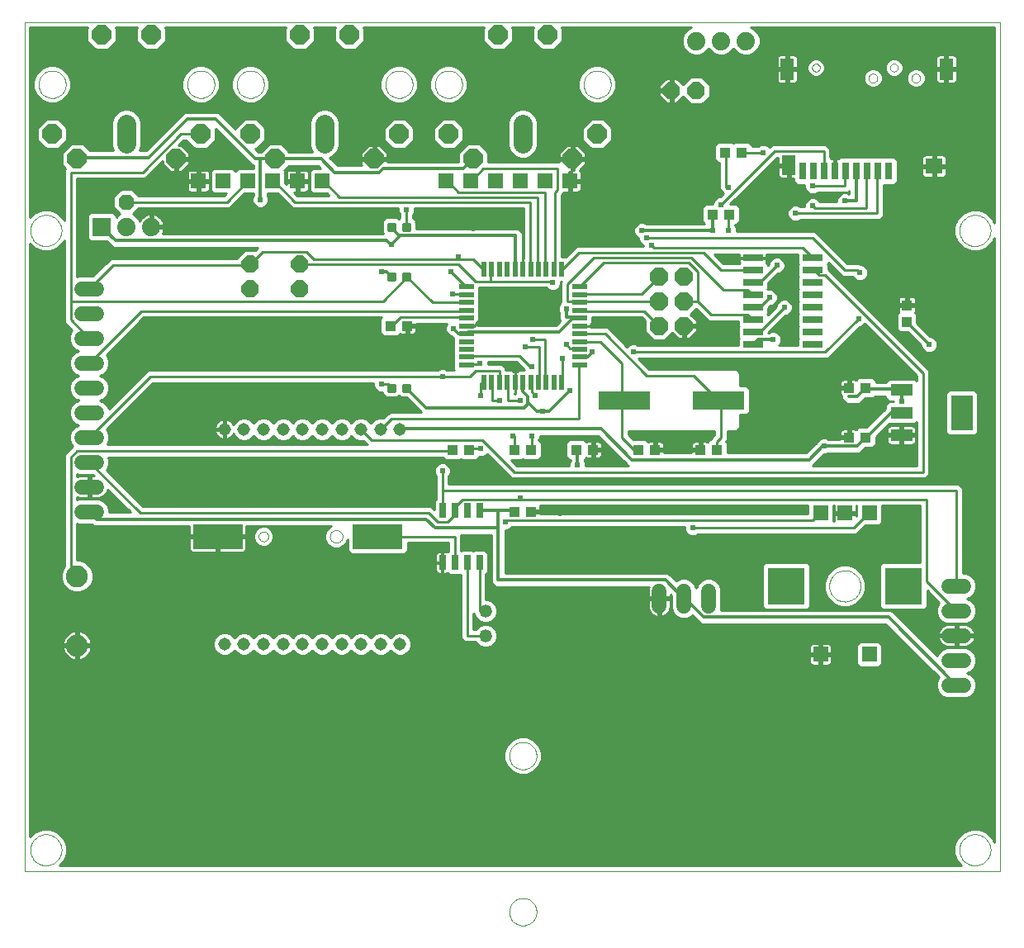
<source format=gbl>
G75*
%MOIN*%
%OFA0B0*%
%FSLAX24Y24*%
%IPPOS*%
%LPD*%
%AMOC8*
5,1,8,0,0,1.08239X$1,22.5*
%
%ADD10C,0.0000*%
%ADD11R,0.0740X0.0740*%
%ADD12C,0.0740*%
%ADD13R,0.0600X0.0600*%
%ADD14R,0.0433X0.0394*%
%ADD15OC8,0.0630*%
%ADD16C,0.0886*%
%ADD17C,0.0088*%
%ADD18C,0.0780*%
%ADD19OC8,0.0780*%
%ADD20R,0.0594X0.0594*%
%ADD21R,0.1502X0.1502*%
%ADD22R,0.0315X0.0709*%
%ADD23R,0.0551X0.0787*%
%ADD24R,0.0551X0.0866*%
%ADD25R,0.0709X0.0630*%
%ADD26R,0.0800X0.0260*%
%ADD27R,0.0880X0.0480*%
%ADD28R,0.0866X0.1417*%
%ADD29R,0.2000X0.1000*%
%ADD30R,0.0250X0.0600*%
%ADD31C,0.0515*%
%ADD32OC8,0.0740*%
%ADD33R,0.0591X0.0197*%
%ADD34R,0.0197X0.0591*%
%ADD35R,0.2100X0.0760*%
%ADD36C,0.0600*%
%ADD37OC8,0.0700*%
%ADD38C,0.0520*%
%ADD39R,0.0394X0.0433*%
%ADD40C,0.0100*%
%ADD41C,0.0356*%
%ADD42C,0.0140*%
%ADD43C,0.0240*%
D10*
X008005Y006775D02*
X047375Y006775D01*
X047375Y041025D01*
X008005Y041025D01*
X008005Y006775D01*
X008245Y007625D02*
X008247Y007675D01*
X008253Y007725D01*
X008263Y007774D01*
X008277Y007822D01*
X008294Y007869D01*
X008315Y007914D01*
X008340Y007958D01*
X008368Y007999D01*
X008400Y008038D01*
X008434Y008075D01*
X008471Y008109D01*
X008511Y008139D01*
X008553Y008166D01*
X008597Y008190D01*
X008643Y008211D01*
X008690Y008227D01*
X008738Y008240D01*
X008788Y008249D01*
X008837Y008254D01*
X008888Y008255D01*
X008938Y008252D01*
X008987Y008245D01*
X009036Y008234D01*
X009084Y008219D01*
X009130Y008201D01*
X009175Y008179D01*
X009218Y008153D01*
X009259Y008124D01*
X009298Y008092D01*
X009334Y008057D01*
X009366Y008019D01*
X009396Y007979D01*
X009423Y007936D01*
X009446Y007892D01*
X009465Y007846D01*
X009481Y007798D01*
X009493Y007749D01*
X009501Y007700D01*
X009505Y007650D01*
X009505Y007600D01*
X009501Y007550D01*
X009493Y007501D01*
X009481Y007452D01*
X009465Y007404D01*
X009446Y007358D01*
X009423Y007314D01*
X009396Y007271D01*
X009366Y007231D01*
X009334Y007193D01*
X009298Y007158D01*
X009259Y007126D01*
X009218Y007097D01*
X009175Y007071D01*
X009130Y007049D01*
X009084Y007031D01*
X009036Y007016D01*
X008987Y007005D01*
X008938Y006998D01*
X008888Y006995D01*
X008837Y006996D01*
X008788Y007001D01*
X008738Y007010D01*
X008690Y007023D01*
X008643Y007039D01*
X008597Y007060D01*
X008553Y007084D01*
X008511Y007111D01*
X008471Y007141D01*
X008434Y007175D01*
X008400Y007212D01*
X008368Y007251D01*
X008340Y007292D01*
X008315Y007336D01*
X008294Y007381D01*
X008277Y007428D01*
X008263Y007476D01*
X008253Y007525D01*
X008247Y007575D01*
X008245Y007625D01*
X017461Y020275D02*
X017463Y020302D01*
X017469Y020329D01*
X017478Y020355D01*
X017491Y020379D01*
X017507Y020402D01*
X017526Y020421D01*
X017548Y020438D01*
X017572Y020452D01*
X017597Y020462D01*
X017624Y020469D01*
X017651Y020472D01*
X017679Y020471D01*
X017706Y020466D01*
X017732Y020458D01*
X017756Y020446D01*
X017779Y020430D01*
X017800Y020412D01*
X017817Y020391D01*
X017832Y020367D01*
X017843Y020342D01*
X017851Y020316D01*
X017855Y020289D01*
X017855Y020261D01*
X017851Y020234D01*
X017843Y020208D01*
X017832Y020183D01*
X017817Y020159D01*
X017800Y020138D01*
X017779Y020120D01*
X017757Y020104D01*
X017732Y020092D01*
X017706Y020084D01*
X017679Y020079D01*
X017651Y020078D01*
X017624Y020081D01*
X017597Y020088D01*
X017572Y020098D01*
X017548Y020112D01*
X017526Y020129D01*
X017507Y020148D01*
X017491Y020171D01*
X017478Y020195D01*
X017469Y020221D01*
X017463Y020248D01*
X017461Y020275D01*
X020336Y020275D02*
X020338Y020306D01*
X020344Y020337D01*
X020353Y020367D01*
X020366Y020396D01*
X020383Y020423D01*
X020403Y020447D01*
X020425Y020469D01*
X020451Y020488D01*
X020478Y020504D01*
X020507Y020516D01*
X020537Y020525D01*
X020568Y020530D01*
X020600Y020531D01*
X020631Y020528D01*
X020662Y020521D01*
X020692Y020511D01*
X020720Y020497D01*
X020746Y020479D01*
X020770Y020459D01*
X020791Y020435D01*
X020810Y020410D01*
X020825Y020382D01*
X020836Y020353D01*
X020844Y020322D01*
X020848Y020291D01*
X020848Y020259D01*
X020844Y020228D01*
X020836Y020197D01*
X020825Y020168D01*
X020810Y020140D01*
X020791Y020115D01*
X020770Y020091D01*
X020746Y020071D01*
X020720Y020053D01*
X020692Y020039D01*
X020662Y020029D01*
X020631Y020022D01*
X020600Y020019D01*
X020568Y020020D01*
X020537Y020025D01*
X020507Y020034D01*
X020478Y020046D01*
X020451Y020062D01*
X020425Y020081D01*
X020403Y020103D01*
X020383Y020127D01*
X020366Y020154D01*
X020353Y020183D01*
X020344Y020213D01*
X020338Y020244D01*
X020336Y020275D01*
X027574Y011425D02*
X027576Y011472D01*
X027582Y011518D01*
X027592Y011564D01*
X027605Y011609D01*
X027623Y011652D01*
X027644Y011694D01*
X027668Y011734D01*
X027696Y011771D01*
X027727Y011806D01*
X027761Y011839D01*
X027797Y011868D01*
X027836Y011894D01*
X027877Y011917D01*
X027920Y011936D01*
X027964Y011952D01*
X028009Y011964D01*
X028055Y011972D01*
X028102Y011976D01*
X028148Y011976D01*
X028195Y011972D01*
X028241Y011964D01*
X028286Y011952D01*
X028330Y011936D01*
X028373Y011917D01*
X028414Y011894D01*
X028453Y011868D01*
X028489Y011839D01*
X028523Y011806D01*
X028554Y011771D01*
X028582Y011734D01*
X028606Y011694D01*
X028627Y011652D01*
X028645Y011609D01*
X028658Y011564D01*
X028668Y011518D01*
X028674Y011472D01*
X028676Y011425D01*
X028674Y011378D01*
X028668Y011332D01*
X028658Y011286D01*
X028645Y011241D01*
X028627Y011198D01*
X028606Y011156D01*
X028582Y011116D01*
X028554Y011079D01*
X028523Y011044D01*
X028489Y011011D01*
X028453Y010982D01*
X028414Y010956D01*
X028373Y010933D01*
X028330Y010914D01*
X028286Y010898D01*
X028241Y010886D01*
X028195Y010878D01*
X028148Y010874D01*
X028102Y010874D01*
X028055Y010878D01*
X028009Y010886D01*
X027964Y010898D01*
X027920Y010914D01*
X027877Y010933D01*
X027836Y010956D01*
X027797Y010982D01*
X027761Y011011D01*
X027727Y011044D01*
X027696Y011079D01*
X027668Y011116D01*
X027644Y011156D01*
X027623Y011198D01*
X027605Y011241D01*
X027592Y011286D01*
X027582Y011332D01*
X027576Y011378D01*
X027574Y011425D01*
X027574Y005125D02*
X027576Y005172D01*
X027582Y005218D01*
X027592Y005264D01*
X027605Y005309D01*
X027623Y005352D01*
X027644Y005394D01*
X027668Y005434D01*
X027696Y005471D01*
X027727Y005506D01*
X027761Y005539D01*
X027797Y005568D01*
X027836Y005594D01*
X027877Y005617D01*
X027920Y005636D01*
X027964Y005652D01*
X028009Y005664D01*
X028055Y005672D01*
X028102Y005676D01*
X028148Y005676D01*
X028195Y005672D01*
X028241Y005664D01*
X028286Y005652D01*
X028330Y005636D01*
X028373Y005617D01*
X028414Y005594D01*
X028453Y005568D01*
X028489Y005539D01*
X028523Y005506D01*
X028554Y005471D01*
X028582Y005434D01*
X028606Y005394D01*
X028627Y005352D01*
X028645Y005309D01*
X028658Y005264D01*
X028668Y005218D01*
X028674Y005172D01*
X028676Y005125D01*
X028674Y005078D01*
X028668Y005032D01*
X028658Y004986D01*
X028645Y004941D01*
X028627Y004898D01*
X028606Y004856D01*
X028582Y004816D01*
X028554Y004779D01*
X028523Y004744D01*
X028489Y004711D01*
X028453Y004682D01*
X028414Y004656D01*
X028373Y004633D01*
X028330Y004614D01*
X028286Y004598D01*
X028241Y004586D01*
X028195Y004578D01*
X028148Y004574D01*
X028102Y004574D01*
X028055Y004578D01*
X028009Y004586D01*
X027964Y004598D01*
X027920Y004614D01*
X027877Y004633D01*
X027836Y004656D01*
X027797Y004682D01*
X027761Y004711D01*
X027727Y004744D01*
X027696Y004779D01*
X027668Y004816D01*
X027644Y004856D01*
X027623Y004898D01*
X027605Y004941D01*
X027592Y004986D01*
X027582Y005032D01*
X027576Y005078D01*
X027574Y005125D01*
X040495Y018275D02*
X040497Y018325D01*
X040503Y018375D01*
X040513Y018424D01*
X040527Y018472D01*
X040544Y018519D01*
X040565Y018564D01*
X040590Y018608D01*
X040618Y018649D01*
X040650Y018688D01*
X040684Y018725D01*
X040721Y018759D01*
X040761Y018789D01*
X040803Y018816D01*
X040847Y018840D01*
X040893Y018861D01*
X040940Y018877D01*
X040988Y018890D01*
X041038Y018899D01*
X041087Y018904D01*
X041138Y018905D01*
X041188Y018902D01*
X041237Y018895D01*
X041286Y018884D01*
X041334Y018869D01*
X041380Y018851D01*
X041425Y018829D01*
X041468Y018803D01*
X041509Y018774D01*
X041548Y018742D01*
X041584Y018707D01*
X041616Y018669D01*
X041646Y018629D01*
X041673Y018586D01*
X041696Y018542D01*
X041715Y018496D01*
X041731Y018448D01*
X041743Y018399D01*
X041751Y018350D01*
X041755Y018300D01*
X041755Y018250D01*
X041751Y018200D01*
X041743Y018151D01*
X041731Y018102D01*
X041715Y018054D01*
X041696Y018008D01*
X041673Y017964D01*
X041646Y017921D01*
X041616Y017881D01*
X041584Y017843D01*
X041548Y017808D01*
X041509Y017776D01*
X041468Y017747D01*
X041425Y017721D01*
X041380Y017699D01*
X041334Y017681D01*
X041286Y017666D01*
X041237Y017655D01*
X041188Y017648D01*
X041138Y017645D01*
X041087Y017646D01*
X041038Y017651D01*
X040988Y017660D01*
X040940Y017673D01*
X040893Y017689D01*
X040847Y017710D01*
X040803Y017734D01*
X040761Y017761D01*
X040721Y017791D01*
X040684Y017825D01*
X040650Y017862D01*
X040618Y017901D01*
X040590Y017942D01*
X040565Y017986D01*
X040544Y018031D01*
X040527Y018078D01*
X040513Y018126D01*
X040503Y018175D01*
X040497Y018225D01*
X040495Y018275D01*
X045745Y007625D02*
X045747Y007675D01*
X045753Y007725D01*
X045763Y007774D01*
X045777Y007822D01*
X045794Y007869D01*
X045815Y007914D01*
X045840Y007958D01*
X045868Y007999D01*
X045900Y008038D01*
X045934Y008075D01*
X045971Y008109D01*
X046011Y008139D01*
X046053Y008166D01*
X046097Y008190D01*
X046143Y008211D01*
X046190Y008227D01*
X046238Y008240D01*
X046288Y008249D01*
X046337Y008254D01*
X046388Y008255D01*
X046438Y008252D01*
X046487Y008245D01*
X046536Y008234D01*
X046584Y008219D01*
X046630Y008201D01*
X046675Y008179D01*
X046718Y008153D01*
X046759Y008124D01*
X046798Y008092D01*
X046834Y008057D01*
X046866Y008019D01*
X046896Y007979D01*
X046923Y007936D01*
X046946Y007892D01*
X046965Y007846D01*
X046981Y007798D01*
X046993Y007749D01*
X047001Y007700D01*
X047005Y007650D01*
X047005Y007600D01*
X047001Y007550D01*
X046993Y007501D01*
X046981Y007452D01*
X046965Y007404D01*
X046946Y007358D01*
X046923Y007314D01*
X046896Y007271D01*
X046866Y007231D01*
X046834Y007193D01*
X046798Y007158D01*
X046759Y007126D01*
X046718Y007097D01*
X046675Y007071D01*
X046630Y007049D01*
X046584Y007031D01*
X046536Y007016D01*
X046487Y007005D01*
X046438Y006998D01*
X046388Y006995D01*
X046337Y006996D01*
X046288Y007001D01*
X046238Y007010D01*
X046190Y007023D01*
X046143Y007039D01*
X046097Y007060D01*
X046053Y007084D01*
X046011Y007111D01*
X045971Y007141D01*
X045934Y007175D01*
X045900Y007212D01*
X045868Y007251D01*
X045840Y007292D01*
X045815Y007336D01*
X045794Y007381D01*
X045777Y007428D01*
X045763Y007476D01*
X045753Y007525D01*
X045747Y007575D01*
X045745Y007625D01*
X045745Y032625D02*
X045747Y032675D01*
X045753Y032725D01*
X045763Y032774D01*
X045777Y032822D01*
X045794Y032869D01*
X045815Y032914D01*
X045840Y032958D01*
X045868Y032999D01*
X045900Y033038D01*
X045934Y033075D01*
X045971Y033109D01*
X046011Y033139D01*
X046053Y033166D01*
X046097Y033190D01*
X046143Y033211D01*
X046190Y033227D01*
X046238Y033240D01*
X046288Y033249D01*
X046337Y033254D01*
X046388Y033255D01*
X046438Y033252D01*
X046487Y033245D01*
X046536Y033234D01*
X046584Y033219D01*
X046630Y033201D01*
X046675Y033179D01*
X046718Y033153D01*
X046759Y033124D01*
X046798Y033092D01*
X046834Y033057D01*
X046866Y033019D01*
X046896Y032979D01*
X046923Y032936D01*
X046946Y032892D01*
X046965Y032846D01*
X046981Y032798D01*
X046993Y032749D01*
X047001Y032700D01*
X047005Y032650D01*
X047005Y032600D01*
X047001Y032550D01*
X046993Y032501D01*
X046981Y032452D01*
X046965Y032404D01*
X046946Y032358D01*
X046923Y032314D01*
X046896Y032271D01*
X046866Y032231D01*
X046834Y032193D01*
X046798Y032158D01*
X046759Y032126D01*
X046718Y032097D01*
X046675Y032071D01*
X046630Y032049D01*
X046584Y032031D01*
X046536Y032016D01*
X046487Y032005D01*
X046438Y031998D01*
X046388Y031995D01*
X046337Y031996D01*
X046288Y032001D01*
X046238Y032010D01*
X046190Y032023D01*
X046143Y032039D01*
X046097Y032060D01*
X046053Y032084D01*
X046011Y032111D01*
X045971Y032141D01*
X045934Y032175D01*
X045900Y032212D01*
X045868Y032251D01*
X045840Y032292D01*
X045815Y032336D01*
X045794Y032381D01*
X045777Y032428D01*
X045763Y032476D01*
X045753Y032525D01*
X045747Y032575D01*
X045745Y032625D01*
X043814Y038775D02*
X043816Y038801D01*
X043822Y038827D01*
X043832Y038852D01*
X043845Y038875D01*
X043861Y038895D01*
X043881Y038913D01*
X043903Y038928D01*
X043926Y038940D01*
X043952Y038948D01*
X043978Y038952D01*
X044004Y038952D01*
X044030Y038948D01*
X044056Y038940D01*
X044080Y038928D01*
X044101Y038913D01*
X044121Y038895D01*
X044137Y038875D01*
X044150Y038852D01*
X044160Y038827D01*
X044166Y038801D01*
X044168Y038775D01*
X044166Y038749D01*
X044160Y038723D01*
X044150Y038698D01*
X044137Y038675D01*
X044121Y038655D01*
X044101Y038637D01*
X044079Y038622D01*
X044056Y038610D01*
X044030Y038602D01*
X044004Y038598D01*
X043978Y038598D01*
X043952Y038602D01*
X043926Y038610D01*
X043902Y038622D01*
X043881Y038637D01*
X043861Y038655D01*
X043845Y038675D01*
X043832Y038698D01*
X043822Y038723D01*
X043816Y038749D01*
X043814Y038775D01*
X042950Y039198D02*
X042952Y039223D01*
X042958Y039247D01*
X042967Y039269D01*
X042980Y039290D01*
X042996Y039309D01*
X043015Y039325D01*
X043036Y039338D01*
X043058Y039347D01*
X043082Y039353D01*
X043107Y039355D01*
X043132Y039353D01*
X043156Y039347D01*
X043178Y039338D01*
X043199Y039325D01*
X043218Y039309D01*
X043234Y039290D01*
X043247Y039269D01*
X043256Y039247D01*
X043262Y039223D01*
X043264Y039198D01*
X043262Y039173D01*
X043256Y039149D01*
X043247Y039127D01*
X043234Y039106D01*
X043218Y039087D01*
X043199Y039071D01*
X043178Y039058D01*
X043156Y039049D01*
X043132Y039043D01*
X043107Y039041D01*
X043082Y039043D01*
X043058Y039049D01*
X043036Y039058D01*
X043015Y039071D01*
X042996Y039087D01*
X042980Y039106D01*
X042967Y039127D01*
X042958Y039149D01*
X042952Y039173D01*
X042950Y039198D01*
X042082Y038775D02*
X042084Y038801D01*
X042090Y038827D01*
X042100Y038852D01*
X042113Y038875D01*
X042129Y038895D01*
X042149Y038913D01*
X042171Y038928D01*
X042194Y038940D01*
X042220Y038948D01*
X042246Y038952D01*
X042272Y038952D01*
X042298Y038948D01*
X042324Y038940D01*
X042348Y038928D01*
X042369Y038913D01*
X042389Y038895D01*
X042405Y038875D01*
X042418Y038852D01*
X042428Y038827D01*
X042434Y038801D01*
X042436Y038775D01*
X042434Y038749D01*
X042428Y038723D01*
X042418Y038698D01*
X042405Y038675D01*
X042389Y038655D01*
X042369Y038637D01*
X042347Y038622D01*
X042324Y038610D01*
X042298Y038602D01*
X042272Y038598D01*
X042246Y038598D01*
X042220Y038602D01*
X042194Y038610D01*
X042170Y038622D01*
X042149Y038637D01*
X042129Y038655D01*
X042113Y038675D01*
X042100Y038698D01*
X042090Y038723D01*
X042084Y038749D01*
X042082Y038775D01*
X039801Y039198D02*
X039803Y039223D01*
X039809Y039247D01*
X039818Y039269D01*
X039831Y039290D01*
X039847Y039309D01*
X039866Y039325D01*
X039887Y039338D01*
X039909Y039347D01*
X039933Y039353D01*
X039958Y039355D01*
X039983Y039353D01*
X040007Y039347D01*
X040029Y039338D01*
X040050Y039325D01*
X040069Y039309D01*
X040085Y039290D01*
X040098Y039269D01*
X040107Y039247D01*
X040113Y039223D01*
X040115Y039198D01*
X040113Y039173D01*
X040107Y039149D01*
X040098Y039127D01*
X040085Y039106D01*
X040069Y039087D01*
X040050Y039071D01*
X040029Y039058D01*
X040007Y039049D01*
X039983Y039043D01*
X039958Y039041D01*
X039933Y039043D01*
X039909Y039049D01*
X039887Y039058D01*
X039866Y039071D01*
X039847Y039087D01*
X039831Y039106D01*
X039818Y039127D01*
X039809Y039149D01*
X039803Y039173D01*
X039801Y039198D01*
X030575Y038525D02*
X030577Y038572D01*
X030583Y038618D01*
X030593Y038664D01*
X030606Y038708D01*
X030624Y038752D01*
X030645Y038793D01*
X030669Y038833D01*
X030697Y038871D01*
X030728Y038906D01*
X030762Y038938D01*
X030798Y038967D01*
X030837Y038993D01*
X030877Y039016D01*
X030920Y039035D01*
X030964Y039051D01*
X031009Y039063D01*
X031055Y039071D01*
X031102Y039075D01*
X031148Y039075D01*
X031195Y039071D01*
X031241Y039063D01*
X031286Y039051D01*
X031330Y039035D01*
X031373Y039016D01*
X031413Y038993D01*
X031452Y038967D01*
X031488Y038938D01*
X031522Y038906D01*
X031553Y038871D01*
X031581Y038833D01*
X031605Y038793D01*
X031626Y038752D01*
X031644Y038708D01*
X031657Y038664D01*
X031667Y038618D01*
X031673Y038572D01*
X031675Y038525D01*
X031673Y038478D01*
X031667Y038432D01*
X031657Y038386D01*
X031644Y038342D01*
X031626Y038298D01*
X031605Y038257D01*
X031581Y038217D01*
X031553Y038179D01*
X031522Y038144D01*
X031488Y038112D01*
X031452Y038083D01*
X031413Y038057D01*
X031373Y038034D01*
X031330Y038015D01*
X031286Y037999D01*
X031241Y037987D01*
X031195Y037979D01*
X031148Y037975D01*
X031102Y037975D01*
X031055Y037979D01*
X031009Y037987D01*
X030964Y037999D01*
X030920Y038015D01*
X030877Y038034D01*
X030837Y038057D01*
X030798Y038083D01*
X030762Y038112D01*
X030728Y038144D01*
X030697Y038179D01*
X030669Y038217D01*
X030645Y038257D01*
X030624Y038298D01*
X030606Y038342D01*
X030593Y038386D01*
X030583Y038432D01*
X030577Y038478D01*
X030575Y038525D01*
X024575Y038525D02*
X024577Y038572D01*
X024583Y038618D01*
X024593Y038664D01*
X024606Y038708D01*
X024624Y038752D01*
X024645Y038793D01*
X024669Y038833D01*
X024697Y038871D01*
X024728Y038906D01*
X024762Y038938D01*
X024798Y038967D01*
X024837Y038993D01*
X024877Y039016D01*
X024920Y039035D01*
X024964Y039051D01*
X025009Y039063D01*
X025055Y039071D01*
X025102Y039075D01*
X025148Y039075D01*
X025195Y039071D01*
X025241Y039063D01*
X025286Y039051D01*
X025330Y039035D01*
X025373Y039016D01*
X025413Y038993D01*
X025452Y038967D01*
X025488Y038938D01*
X025522Y038906D01*
X025553Y038871D01*
X025581Y038833D01*
X025605Y038793D01*
X025626Y038752D01*
X025644Y038708D01*
X025657Y038664D01*
X025667Y038618D01*
X025673Y038572D01*
X025675Y038525D01*
X025673Y038478D01*
X025667Y038432D01*
X025657Y038386D01*
X025644Y038342D01*
X025626Y038298D01*
X025605Y038257D01*
X025581Y038217D01*
X025553Y038179D01*
X025522Y038144D01*
X025488Y038112D01*
X025452Y038083D01*
X025413Y038057D01*
X025373Y038034D01*
X025330Y038015D01*
X025286Y037999D01*
X025241Y037987D01*
X025195Y037979D01*
X025148Y037975D01*
X025102Y037975D01*
X025055Y037979D01*
X025009Y037987D01*
X024964Y037999D01*
X024920Y038015D01*
X024877Y038034D01*
X024837Y038057D01*
X024798Y038083D01*
X024762Y038112D01*
X024728Y038144D01*
X024697Y038179D01*
X024669Y038217D01*
X024645Y038257D01*
X024624Y038298D01*
X024606Y038342D01*
X024593Y038386D01*
X024583Y038432D01*
X024577Y038478D01*
X024575Y038525D01*
X022575Y038525D02*
X022577Y038572D01*
X022583Y038618D01*
X022593Y038664D01*
X022606Y038708D01*
X022624Y038752D01*
X022645Y038793D01*
X022669Y038833D01*
X022697Y038871D01*
X022728Y038906D01*
X022762Y038938D01*
X022798Y038967D01*
X022837Y038993D01*
X022877Y039016D01*
X022920Y039035D01*
X022964Y039051D01*
X023009Y039063D01*
X023055Y039071D01*
X023102Y039075D01*
X023148Y039075D01*
X023195Y039071D01*
X023241Y039063D01*
X023286Y039051D01*
X023330Y039035D01*
X023373Y039016D01*
X023413Y038993D01*
X023452Y038967D01*
X023488Y038938D01*
X023522Y038906D01*
X023553Y038871D01*
X023581Y038833D01*
X023605Y038793D01*
X023626Y038752D01*
X023644Y038708D01*
X023657Y038664D01*
X023667Y038618D01*
X023673Y038572D01*
X023675Y038525D01*
X023673Y038478D01*
X023667Y038432D01*
X023657Y038386D01*
X023644Y038342D01*
X023626Y038298D01*
X023605Y038257D01*
X023581Y038217D01*
X023553Y038179D01*
X023522Y038144D01*
X023488Y038112D01*
X023452Y038083D01*
X023413Y038057D01*
X023373Y038034D01*
X023330Y038015D01*
X023286Y037999D01*
X023241Y037987D01*
X023195Y037979D01*
X023148Y037975D01*
X023102Y037975D01*
X023055Y037979D01*
X023009Y037987D01*
X022964Y037999D01*
X022920Y038015D01*
X022877Y038034D01*
X022837Y038057D01*
X022798Y038083D01*
X022762Y038112D01*
X022728Y038144D01*
X022697Y038179D01*
X022669Y038217D01*
X022645Y038257D01*
X022624Y038298D01*
X022606Y038342D01*
X022593Y038386D01*
X022583Y038432D01*
X022577Y038478D01*
X022575Y038525D01*
X016575Y038525D02*
X016577Y038572D01*
X016583Y038618D01*
X016593Y038664D01*
X016606Y038708D01*
X016624Y038752D01*
X016645Y038793D01*
X016669Y038833D01*
X016697Y038871D01*
X016728Y038906D01*
X016762Y038938D01*
X016798Y038967D01*
X016837Y038993D01*
X016877Y039016D01*
X016920Y039035D01*
X016964Y039051D01*
X017009Y039063D01*
X017055Y039071D01*
X017102Y039075D01*
X017148Y039075D01*
X017195Y039071D01*
X017241Y039063D01*
X017286Y039051D01*
X017330Y039035D01*
X017373Y039016D01*
X017413Y038993D01*
X017452Y038967D01*
X017488Y038938D01*
X017522Y038906D01*
X017553Y038871D01*
X017581Y038833D01*
X017605Y038793D01*
X017626Y038752D01*
X017644Y038708D01*
X017657Y038664D01*
X017667Y038618D01*
X017673Y038572D01*
X017675Y038525D01*
X017673Y038478D01*
X017667Y038432D01*
X017657Y038386D01*
X017644Y038342D01*
X017626Y038298D01*
X017605Y038257D01*
X017581Y038217D01*
X017553Y038179D01*
X017522Y038144D01*
X017488Y038112D01*
X017452Y038083D01*
X017413Y038057D01*
X017373Y038034D01*
X017330Y038015D01*
X017286Y037999D01*
X017241Y037987D01*
X017195Y037979D01*
X017148Y037975D01*
X017102Y037975D01*
X017055Y037979D01*
X017009Y037987D01*
X016964Y037999D01*
X016920Y038015D01*
X016877Y038034D01*
X016837Y038057D01*
X016798Y038083D01*
X016762Y038112D01*
X016728Y038144D01*
X016697Y038179D01*
X016669Y038217D01*
X016645Y038257D01*
X016624Y038298D01*
X016606Y038342D01*
X016593Y038386D01*
X016583Y038432D01*
X016577Y038478D01*
X016575Y038525D01*
X014575Y038525D02*
X014577Y038572D01*
X014583Y038618D01*
X014593Y038664D01*
X014606Y038708D01*
X014624Y038752D01*
X014645Y038793D01*
X014669Y038833D01*
X014697Y038871D01*
X014728Y038906D01*
X014762Y038938D01*
X014798Y038967D01*
X014837Y038993D01*
X014877Y039016D01*
X014920Y039035D01*
X014964Y039051D01*
X015009Y039063D01*
X015055Y039071D01*
X015102Y039075D01*
X015148Y039075D01*
X015195Y039071D01*
X015241Y039063D01*
X015286Y039051D01*
X015330Y039035D01*
X015373Y039016D01*
X015413Y038993D01*
X015452Y038967D01*
X015488Y038938D01*
X015522Y038906D01*
X015553Y038871D01*
X015581Y038833D01*
X015605Y038793D01*
X015626Y038752D01*
X015644Y038708D01*
X015657Y038664D01*
X015667Y038618D01*
X015673Y038572D01*
X015675Y038525D01*
X015673Y038478D01*
X015667Y038432D01*
X015657Y038386D01*
X015644Y038342D01*
X015626Y038298D01*
X015605Y038257D01*
X015581Y038217D01*
X015553Y038179D01*
X015522Y038144D01*
X015488Y038112D01*
X015452Y038083D01*
X015413Y038057D01*
X015373Y038034D01*
X015330Y038015D01*
X015286Y037999D01*
X015241Y037987D01*
X015195Y037979D01*
X015148Y037975D01*
X015102Y037975D01*
X015055Y037979D01*
X015009Y037987D01*
X014964Y037999D01*
X014920Y038015D01*
X014877Y038034D01*
X014837Y038057D01*
X014798Y038083D01*
X014762Y038112D01*
X014728Y038144D01*
X014697Y038179D01*
X014669Y038217D01*
X014645Y038257D01*
X014624Y038298D01*
X014606Y038342D01*
X014593Y038386D01*
X014583Y038432D01*
X014577Y038478D01*
X014575Y038525D01*
X008575Y038525D02*
X008577Y038572D01*
X008583Y038618D01*
X008593Y038664D01*
X008606Y038708D01*
X008624Y038752D01*
X008645Y038793D01*
X008669Y038833D01*
X008697Y038871D01*
X008728Y038906D01*
X008762Y038938D01*
X008798Y038967D01*
X008837Y038993D01*
X008877Y039016D01*
X008920Y039035D01*
X008964Y039051D01*
X009009Y039063D01*
X009055Y039071D01*
X009102Y039075D01*
X009148Y039075D01*
X009195Y039071D01*
X009241Y039063D01*
X009286Y039051D01*
X009330Y039035D01*
X009373Y039016D01*
X009413Y038993D01*
X009452Y038967D01*
X009488Y038938D01*
X009522Y038906D01*
X009553Y038871D01*
X009581Y038833D01*
X009605Y038793D01*
X009626Y038752D01*
X009644Y038708D01*
X009657Y038664D01*
X009667Y038618D01*
X009673Y038572D01*
X009675Y038525D01*
X009673Y038478D01*
X009667Y038432D01*
X009657Y038386D01*
X009644Y038342D01*
X009626Y038298D01*
X009605Y038257D01*
X009581Y038217D01*
X009553Y038179D01*
X009522Y038144D01*
X009488Y038112D01*
X009452Y038083D01*
X009413Y038057D01*
X009373Y038034D01*
X009330Y038015D01*
X009286Y037999D01*
X009241Y037987D01*
X009195Y037979D01*
X009148Y037975D01*
X009102Y037975D01*
X009055Y037979D01*
X009009Y037987D01*
X008964Y037999D01*
X008920Y038015D01*
X008877Y038034D01*
X008837Y038057D01*
X008798Y038083D01*
X008762Y038112D01*
X008728Y038144D01*
X008697Y038179D01*
X008669Y038217D01*
X008645Y038257D01*
X008624Y038298D01*
X008606Y038342D01*
X008593Y038386D01*
X008583Y038432D01*
X008577Y038478D01*
X008575Y038525D01*
X008245Y032625D02*
X008247Y032675D01*
X008253Y032725D01*
X008263Y032774D01*
X008277Y032822D01*
X008294Y032869D01*
X008315Y032914D01*
X008340Y032958D01*
X008368Y032999D01*
X008400Y033038D01*
X008434Y033075D01*
X008471Y033109D01*
X008511Y033139D01*
X008553Y033166D01*
X008597Y033190D01*
X008643Y033211D01*
X008690Y033227D01*
X008738Y033240D01*
X008788Y033249D01*
X008837Y033254D01*
X008888Y033255D01*
X008938Y033252D01*
X008987Y033245D01*
X009036Y033234D01*
X009084Y033219D01*
X009130Y033201D01*
X009175Y033179D01*
X009218Y033153D01*
X009259Y033124D01*
X009298Y033092D01*
X009334Y033057D01*
X009366Y033019D01*
X009396Y032979D01*
X009423Y032936D01*
X009446Y032892D01*
X009465Y032846D01*
X009481Y032798D01*
X009493Y032749D01*
X009501Y032700D01*
X009505Y032650D01*
X009505Y032600D01*
X009501Y032550D01*
X009493Y032501D01*
X009481Y032452D01*
X009465Y032404D01*
X009446Y032358D01*
X009423Y032314D01*
X009396Y032271D01*
X009366Y032231D01*
X009334Y032193D01*
X009298Y032158D01*
X009259Y032126D01*
X009218Y032097D01*
X009175Y032071D01*
X009130Y032049D01*
X009084Y032031D01*
X009036Y032016D01*
X008987Y032005D01*
X008938Y031998D01*
X008888Y031995D01*
X008837Y031996D01*
X008788Y032001D01*
X008738Y032010D01*
X008690Y032023D01*
X008643Y032039D01*
X008597Y032060D01*
X008553Y032084D01*
X008511Y032111D01*
X008471Y032141D01*
X008434Y032175D01*
X008400Y032212D01*
X008368Y032251D01*
X008340Y032292D01*
X008315Y032336D01*
X008294Y032381D01*
X008277Y032428D01*
X008263Y032476D01*
X008253Y032525D01*
X008247Y032575D01*
X008245Y032625D01*
D11*
X011125Y032775D03*
D12*
X012125Y032775D03*
X013125Y032775D03*
X035125Y040275D03*
X036125Y040275D03*
X037125Y040275D03*
D13*
X030027Y034627D03*
X029027Y034627D03*
X028027Y034627D03*
X027027Y034627D03*
X026027Y034627D03*
X025027Y034627D03*
X020027Y034627D03*
X019027Y034627D03*
X018027Y034627D03*
X017027Y034627D03*
X016027Y034627D03*
X015027Y034627D03*
D14*
X022790Y028775D03*
X023460Y028775D03*
X025290Y023775D03*
X025960Y023775D03*
X027790Y023775D03*
X028460Y023775D03*
X030290Y023775D03*
X030960Y023775D03*
X032790Y023775D03*
X033460Y023775D03*
X035290Y023775D03*
X035960Y023775D03*
X041290Y024275D03*
X041960Y024275D03*
X041960Y026275D03*
X041290Y026275D03*
X036460Y033275D03*
X035790Y033275D03*
X036290Y035775D03*
X036960Y035775D03*
X028460Y021275D03*
X027790Y021275D03*
D15*
X012125Y033775D03*
D16*
X010125Y018673D03*
X010125Y015877D03*
D17*
X022694Y026406D02*
X022956Y026406D01*
X022956Y026144D01*
X022694Y026144D01*
X022694Y026406D01*
X022694Y026231D02*
X022956Y026231D01*
X022956Y026318D02*
X022694Y026318D01*
X022694Y026405D02*
X022956Y026405D01*
X023294Y026406D02*
X023556Y026406D01*
X023556Y026144D01*
X023294Y026144D01*
X023294Y026406D01*
X023294Y026231D02*
X023556Y026231D01*
X023556Y026318D02*
X023294Y026318D01*
X023294Y026405D02*
X023556Y026405D01*
X023556Y030644D02*
X023294Y030644D01*
X023294Y030906D01*
X023556Y030906D01*
X023556Y030644D01*
X023556Y030731D02*
X023294Y030731D01*
X023294Y030818D02*
X023556Y030818D01*
X023556Y030905D02*
X023294Y030905D01*
X022956Y030644D02*
X022694Y030644D01*
X022694Y030906D01*
X022956Y030906D01*
X022956Y030644D01*
X022956Y030731D02*
X022694Y030731D01*
X022694Y030818D02*
X022956Y030818D01*
X022956Y030905D02*
X022694Y030905D01*
X022694Y032644D02*
X022956Y032644D01*
X022694Y032644D02*
X022694Y032906D01*
X022956Y032906D01*
X022956Y032644D01*
X022956Y032731D02*
X022694Y032731D01*
X022694Y032818D02*
X022956Y032818D01*
X022956Y032905D02*
X022694Y032905D01*
X023294Y032644D02*
X023556Y032644D01*
X023294Y032644D02*
X023294Y032906D01*
X023556Y032906D01*
X023556Y032644D01*
X023556Y032731D02*
X023294Y032731D01*
X023294Y032818D02*
X023556Y032818D01*
X023556Y032905D02*
X023294Y032905D01*
D18*
X020125Y036135D02*
X020125Y036915D01*
X028125Y036915D02*
X028125Y036135D01*
X012125Y036135D02*
X012125Y036915D01*
D19*
X010125Y035525D03*
X009125Y036525D03*
X011125Y040525D03*
X013125Y040525D03*
X015125Y036525D03*
X014125Y035525D03*
X017125Y036525D03*
X018125Y035525D03*
X022125Y035525D03*
X023125Y036525D03*
X025125Y036525D03*
X026125Y035525D03*
X030125Y035525D03*
X031125Y036525D03*
X029125Y040525D03*
X027125Y040525D03*
X021125Y040525D03*
X019125Y040525D03*
D20*
X040141Y021228D03*
X041125Y021228D03*
X042109Y021228D03*
X042109Y015519D03*
X040141Y015519D03*
D21*
X038763Y018275D03*
X043487Y018275D03*
D22*
X042891Y035025D03*
X042458Y035025D03*
X042025Y035025D03*
X041592Y035025D03*
X041158Y035025D03*
X040725Y035025D03*
X040292Y035025D03*
X039859Y035025D03*
X039426Y035025D03*
D23*
X038855Y035261D03*
D24*
X038796Y039139D03*
X045214Y039139D03*
D25*
X044721Y035222D03*
D26*
X039835Y031525D03*
X039835Y031025D03*
X039835Y030525D03*
X039835Y030025D03*
X039835Y029525D03*
X039835Y029025D03*
X039835Y028525D03*
X039835Y028025D03*
X037415Y028025D03*
X037415Y028525D03*
X037415Y029025D03*
X037415Y029525D03*
X037415Y030025D03*
X037415Y030525D03*
X037415Y031025D03*
X037415Y031525D03*
D27*
X043405Y026185D03*
X043405Y025275D03*
X043405Y024365D03*
D28*
X045845Y025275D03*
D29*
X022265Y020275D03*
X015808Y020275D03*
D30*
X024875Y019225D03*
X025375Y019225D03*
X025875Y019225D03*
X026375Y019225D03*
X026375Y021325D03*
X025875Y021325D03*
X025375Y021325D03*
X024875Y021325D03*
D31*
X023168Y024606D03*
X022381Y024606D03*
X021594Y024606D03*
X020806Y024606D03*
X020019Y024606D03*
X019231Y024606D03*
X018444Y024606D03*
X017656Y024606D03*
X016869Y024606D03*
X016082Y024606D03*
X016082Y015944D03*
X016869Y015944D03*
X017656Y015944D03*
X018444Y015944D03*
X019231Y015944D03*
X020019Y015944D03*
X020806Y015944D03*
X021594Y015944D03*
X022381Y015944D03*
X023168Y015944D03*
D32*
X033625Y028775D03*
X034625Y028775D03*
X034625Y029775D03*
X034625Y030775D03*
X033625Y030775D03*
X033625Y029775D03*
D33*
X030408Y029720D03*
X030408Y030035D03*
X030408Y030350D03*
X030408Y029405D03*
X030408Y029090D03*
X030408Y028775D03*
X030408Y028460D03*
X030408Y028145D03*
X030408Y027830D03*
X030408Y027515D03*
X030408Y027200D03*
X025842Y027200D03*
X025842Y027515D03*
X025842Y027830D03*
X025842Y028145D03*
X025842Y028460D03*
X025842Y028775D03*
X025842Y029090D03*
X025842Y029405D03*
X025842Y029720D03*
X025842Y030035D03*
X025842Y030350D03*
D34*
X026550Y031058D03*
X026865Y031058D03*
X027180Y031058D03*
X027495Y031058D03*
X027810Y031058D03*
X028125Y031058D03*
X028440Y031058D03*
X028755Y031058D03*
X029070Y031058D03*
X029385Y031058D03*
X029700Y031058D03*
X029700Y026492D03*
X029385Y026492D03*
X029070Y026492D03*
X028755Y026492D03*
X028440Y026492D03*
X028125Y026492D03*
X027810Y026492D03*
X027495Y026492D03*
X027180Y026492D03*
X026865Y026492D03*
X026550Y026492D03*
D35*
X032225Y025775D03*
X036025Y025775D03*
D36*
X045325Y018275D02*
X045925Y018275D01*
X045925Y017275D02*
X045325Y017275D01*
X045325Y016275D02*
X045925Y016275D01*
X045925Y015275D02*
X045325Y015275D01*
X045325Y014275D02*
X045925Y014275D01*
X035625Y017475D02*
X035625Y018075D01*
X034625Y018075D02*
X034625Y017475D01*
X033625Y017475D02*
X033625Y018075D01*
X010925Y021275D02*
X010325Y021275D01*
X010325Y022275D02*
X010925Y022275D01*
X010925Y023275D02*
X010325Y023275D01*
X010325Y024275D02*
X010925Y024275D01*
X010925Y025275D02*
X010325Y025275D01*
X010325Y026275D02*
X010925Y026275D01*
X010925Y027275D02*
X010325Y027275D01*
X010325Y028275D02*
X010925Y028275D01*
X010925Y029275D02*
X010325Y029275D01*
X010325Y030275D02*
X010925Y030275D01*
D37*
X017125Y030275D03*
X017125Y031275D03*
X019125Y031275D03*
X019125Y030275D03*
X034125Y038275D03*
X035125Y038275D03*
D38*
X026625Y017275D03*
X026625Y016275D03*
D39*
X043625Y028940D03*
X043625Y029610D03*
D40*
X043673Y029626D02*
X047165Y029626D01*
X047165Y029528D02*
X043972Y029528D01*
X043972Y029561D02*
X043972Y029373D01*
X043962Y029335D01*
X043954Y029322D01*
X044032Y029244D01*
X044032Y028886D01*
X044563Y028355D01*
X044591Y028355D01*
X044712Y028305D01*
X044805Y028212D01*
X044855Y028091D01*
X044855Y027959D01*
X044805Y027838D01*
X044712Y027745D01*
X044591Y027695D01*
X044459Y027695D01*
X044338Y027745D01*
X044245Y027838D01*
X044195Y027959D01*
X044195Y027987D01*
X043668Y028514D01*
X043341Y028514D01*
X043218Y028637D01*
X043218Y029244D01*
X043296Y029322D01*
X043288Y029335D01*
X043278Y029373D01*
X043278Y029561D01*
X043577Y029561D01*
X043577Y029658D01*
X043577Y029976D01*
X043408Y029976D01*
X043370Y029966D01*
X043336Y029946D01*
X043308Y029918D01*
X043288Y029884D01*
X043278Y029846D01*
X043278Y029658D01*
X043577Y029658D01*
X043673Y029658D01*
X043673Y029976D01*
X043842Y029976D01*
X043880Y029966D01*
X043914Y029946D01*
X043942Y029918D01*
X043962Y029884D01*
X043972Y029846D01*
X043972Y029658D01*
X043673Y029658D01*
X043673Y029561D01*
X043972Y029561D01*
X043972Y029429D02*
X047165Y029429D01*
X047165Y029331D02*
X043959Y029331D01*
X044032Y029232D02*
X047165Y029232D01*
X047165Y029134D02*
X044032Y029134D01*
X044032Y029035D02*
X047165Y029035D01*
X047165Y028937D02*
X044032Y028937D01*
X044080Y028838D02*
X047165Y028838D01*
X047165Y028740D02*
X044178Y028740D01*
X044277Y028641D02*
X047165Y028641D01*
X047165Y028543D02*
X044375Y028543D01*
X044474Y028444D02*
X047165Y028444D01*
X047165Y028346D02*
X044613Y028346D01*
X044770Y028247D02*
X047165Y028247D01*
X047165Y028149D02*
X044831Y028149D01*
X044855Y028050D02*
X047165Y028050D01*
X047165Y027952D02*
X044852Y027952D01*
X044811Y027853D02*
X047165Y027853D01*
X047165Y027755D02*
X044721Y027755D01*
X044525Y028025D02*
X043625Y028925D01*
X043625Y028940D01*
X043218Y028937D02*
X042581Y028937D01*
X042483Y029035D02*
X043218Y029035D01*
X043218Y029134D02*
X042384Y029134D01*
X042286Y029232D02*
X043218Y029232D01*
X043291Y029331D02*
X042187Y029331D01*
X042089Y029429D02*
X043278Y029429D01*
X043278Y029528D02*
X041990Y029528D01*
X041892Y029626D02*
X043577Y029626D01*
X043577Y029725D02*
X043673Y029725D01*
X043673Y029823D02*
X043577Y029823D01*
X043577Y029922D02*
X043673Y029922D01*
X043939Y029922D02*
X047165Y029922D01*
X047165Y030020D02*
X041498Y030020D01*
X041596Y029922D02*
X043311Y029922D01*
X043278Y029823D02*
X041695Y029823D01*
X041793Y029725D02*
X043278Y029725D01*
X043972Y029725D02*
X047165Y029725D01*
X047165Y029823D02*
X043972Y029823D01*
X043218Y028838D02*
X042680Y028838D01*
X042778Y028740D02*
X043218Y028740D01*
X043218Y028641D02*
X042877Y028641D01*
X042975Y028543D02*
X043312Y028543D01*
X043172Y028346D02*
X043837Y028346D01*
X043738Y028444D02*
X043074Y028444D01*
X043271Y028247D02*
X043935Y028247D01*
X044034Y028149D02*
X043369Y028149D01*
X043468Y028050D02*
X044132Y028050D01*
X044198Y027952D02*
X043566Y027952D01*
X043665Y027853D02*
X044239Y027853D01*
X044329Y027755D02*
X043763Y027755D01*
X043862Y027656D02*
X047165Y027656D01*
X047165Y027558D02*
X043960Y027558D01*
X044059Y027459D02*
X047165Y027459D01*
X047165Y027361D02*
X044157Y027361D01*
X044256Y027262D02*
X047165Y027262D01*
X047165Y027164D02*
X044354Y027164D01*
X044422Y027095D02*
X040472Y031045D01*
X040445Y031057D01*
X040445Y031242D01*
X040412Y031275D01*
X040445Y031308D01*
X040445Y031337D01*
X040978Y030805D01*
X041073Y030765D01*
X041434Y030765D01*
X041445Y030738D01*
X041538Y030645D01*
X041659Y030595D01*
X041791Y030595D01*
X041912Y030645D01*
X042005Y030738D01*
X042055Y030859D01*
X042055Y030991D01*
X042005Y031112D01*
X041912Y031205D01*
X041791Y031255D01*
X041749Y031255D01*
X041677Y031285D01*
X041233Y031285D01*
X040045Y032472D01*
X040045Y032472D01*
X039972Y032545D01*
X039877Y032585D01*
X036755Y032585D01*
X036755Y032691D01*
X036705Y032812D01*
X036685Y032832D01*
X036685Y032868D01*
X036763Y032868D01*
X036886Y032991D01*
X036886Y033559D01*
X036763Y033682D01*
X036500Y033682D01*
X038383Y035565D01*
X038430Y035565D01*
X038430Y035311D01*
X038805Y035311D01*
X038805Y035211D01*
X038430Y035211D01*
X038430Y034848D01*
X038440Y034810D01*
X038460Y034775D01*
X038488Y034747D01*
X038522Y034728D01*
X038560Y034718D01*
X038805Y034718D01*
X038805Y035211D01*
X038905Y035211D01*
X038905Y034718D01*
X039059Y034718D01*
X039059Y034584D01*
X039182Y034461D01*
X039495Y034461D01*
X039495Y034359D01*
X039545Y034238D01*
X039638Y034145D01*
X039759Y034095D01*
X039891Y034095D01*
X040012Y034145D01*
X040032Y034165D01*
X041177Y034165D01*
X041272Y034205D01*
X041295Y034227D01*
X041295Y034112D01*
X041191Y034155D01*
X041059Y034155D01*
X040938Y034105D01*
X040845Y034012D01*
X040795Y033891D01*
X040795Y033785D01*
X040116Y033785D01*
X040105Y033812D01*
X040012Y033905D01*
X039891Y033955D01*
X039759Y033955D01*
X039638Y033905D01*
X039545Y033812D01*
X039495Y033691D01*
X039495Y033585D01*
X039332Y033585D01*
X039312Y033605D01*
X039191Y033655D01*
X039059Y033655D01*
X038938Y033605D01*
X038845Y033512D01*
X038795Y033391D01*
X038795Y033259D01*
X038845Y033138D01*
X038938Y033045D01*
X039059Y032995D01*
X039191Y032995D01*
X039312Y033045D01*
X039332Y033065D01*
X042477Y033065D01*
X042572Y033105D01*
X042645Y033178D01*
X042685Y033273D01*
X042685Y034461D01*
X043135Y034461D01*
X043258Y034584D01*
X043258Y035466D01*
X043135Y035589D01*
X040914Y035589D01*
X040854Y035529D01*
X040754Y035529D01*
X040754Y035054D01*
X040697Y035054D01*
X040697Y035529D01*
X040597Y035529D01*
X040537Y035589D01*
X040535Y035589D01*
X040535Y035877D01*
X040495Y035972D01*
X040422Y036045D01*
X040327Y036085D01*
X038223Y036085D01*
X038128Y036045D01*
X038074Y035992D01*
X038012Y036055D01*
X037891Y036105D01*
X037759Y036105D01*
X037638Y036055D01*
X037618Y036035D01*
X037386Y036035D01*
X037386Y036059D01*
X037263Y036182D01*
X036656Y036182D01*
X036625Y036151D01*
X036594Y036182D01*
X035987Y036182D01*
X035864Y036059D01*
X035864Y035491D01*
X035987Y035368D01*
X036065Y035368D01*
X036065Y034323D01*
X036105Y034228D01*
X036178Y034155D01*
X036179Y034154D01*
X036208Y034126D01*
X036087Y034005D01*
X036059Y034005D01*
X035938Y033955D01*
X035845Y033862D01*
X035795Y033741D01*
X035795Y033682D01*
X035487Y033682D01*
X035364Y033559D01*
X035364Y032991D01*
X035450Y032905D01*
X033111Y032905D01*
X032991Y032955D01*
X032859Y032955D01*
X032738Y032905D01*
X032645Y032812D01*
X032595Y032691D01*
X032595Y032559D01*
X032645Y032438D01*
X032738Y032345D01*
X032795Y032322D01*
X032795Y032259D01*
X032845Y032138D01*
X032938Y032045D01*
X032995Y032022D01*
X032995Y031985D01*
X030323Y031985D01*
X030228Y031945D01*
X030155Y031872D01*
X029846Y031564D01*
X029685Y031564D01*
X029685Y034067D01*
X029745Y034128D01*
X029766Y034177D01*
X029977Y034177D01*
X029977Y034577D01*
X030077Y034577D01*
X030077Y034677D01*
X030477Y034677D01*
X030477Y034947D01*
X030466Y034985D01*
X030447Y035019D01*
X030419Y035047D01*
X030414Y035050D01*
X030665Y035301D01*
X030665Y035475D01*
X030175Y035475D01*
X030175Y035575D01*
X030075Y035575D01*
X030075Y036065D01*
X029901Y036065D01*
X029585Y035749D01*
X029585Y035575D01*
X030075Y035575D01*
X030075Y035475D01*
X030175Y035475D01*
X030175Y035077D01*
X030077Y035077D01*
X030077Y034677D01*
X029977Y034677D01*
X029977Y034985D01*
X030075Y034985D01*
X030075Y035475D01*
X029585Y035475D01*
X029585Y035382D01*
X029577Y035385D01*
X026725Y035385D01*
X026725Y035774D01*
X026374Y036125D01*
X025876Y036125D01*
X025525Y035774D01*
X025525Y035405D01*
X022665Y035405D01*
X022665Y035475D01*
X022175Y035475D01*
X022175Y035575D01*
X022075Y035575D01*
X022075Y036065D01*
X021901Y036065D01*
X021585Y035749D01*
X021585Y035575D01*
X022075Y035575D01*
X022075Y035475D01*
X021585Y035475D01*
X021585Y035301D01*
X021631Y035255D01*
X020641Y035255D01*
X020327Y035569D01*
X020465Y035626D01*
X020634Y035795D01*
X020725Y036016D01*
X020725Y037034D01*
X020634Y037255D01*
X020465Y037424D01*
X020244Y037515D01*
X020006Y037515D01*
X019785Y037424D01*
X019616Y037255D01*
X019525Y037034D01*
X019525Y036016D01*
X019612Y035805D01*
X018694Y035805D01*
X018374Y036125D01*
X017876Y036125D01*
X017556Y035805D01*
X017441Y035805D01*
X017321Y035925D01*
X017374Y035925D01*
X017725Y036276D01*
X017725Y036774D01*
X017374Y037125D01*
X016876Y037125D01*
X016525Y036774D01*
X016525Y036721D01*
X015884Y037362D01*
X015781Y037405D01*
X014519Y037405D01*
X014416Y037362D01*
X014338Y037284D01*
X012909Y035855D01*
X012658Y035855D01*
X012725Y036016D01*
X012725Y037034D01*
X012634Y037255D01*
X012465Y037424D01*
X012244Y037515D01*
X012006Y037515D01*
X011785Y037424D01*
X011616Y037255D01*
X011525Y037034D01*
X011525Y036016D01*
X011592Y035855D01*
X010644Y035855D01*
X010374Y036125D01*
X009876Y036125D01*
X009525Y035774D01*
X009525Y035276D01*
X009667Y035135D01*
X009655Y035122D01*
X009615Y035027D01*
X009615Y033033D01*
X009587Y033101D01*
X009351Y033337D01*
X009042Y033465D01*
X008708Y033465D01*
X008399Y033337D01*
X008215Y033153D01*
X008215Y040815D01*
X010566Y040815D01*
X010525Y040774D01*
X010525Y040276D01*
X010876Y039925D01*
X011374Y039925D01*
X011725Y040276D01*
X011725Y040774D01*
X011684Y040815D01*
X012566Y040815D01*
X012525Y040774D01*
X012525Y040276D01*
X012876Y039925D01*
X013374Y039925D01*
X013725Y040276D01*
X013725Y040774D01*
X013684Y040815D01*
X018566Y040815D01*
X018525Y040774D01*
X018525Y040276D01*
X018876Y039925D01*
X019374Y039925D01*
X019725Y040276D01*
X019725Y040774D01*
X019684Y040815D01*
X020566Y040815D01*
X020525Y040774D01*
X020525Y040276D01*
X020876Y039925D01*
X021374Y039925D01*
X021725Y040276D01*
X021725Y040774D01*
X021684Y040815D01*
X026566Y040815D01*
X026525Y040774D01*
X026525Y040276D01*
X026876Y039925D01*
X027374Y039925D01*
X027725Y040276D01*
X027725Y040774D01*
X027684Y040815D01*
X028566Y040815D01*
X028525Y040774D01*
X028525Y040276D01*
X028876Y039925D01*
X029374Y039925D01*
X029725Y040276D01*
X029725Y040774D01*
X029684Y040815D01*
X034913Y040815D01*
X034796Y040767D01*
X034633Y040604D01*
X034545Y040390D01*
X034545Y040160D01*
X034633Y039946D01*
X034796Y039783D01*
X035010Y039695D01*
X035240Y039695D01*
X035454Y039783D01*
X035617Y039946D01*
X035625Y039966D01*
X035633Y039946D01*
X035796Y039783D01*
X036010Y039695D01*
X036240Y039695D01*
X036454Y039783D01*
X036617Y039946D01*
X036625Y039966D01*
X036633Y039946D01*
X036796Y039783D01*
X037010Y039695D01*
X037240Y039695D01*
X037454Y039783D01*
X037617Y039946D01*
X037705Y040160D01*
X037705Y040390D01*
X037617Y040604D01*
X037454Y040767D01*
X037337Y040815D01*
X047165Y040815D01*
X047165Y032913D01*
X047087Y033101D01*
X046851Y033337D01*
X046542Y033465D01*
X046208Y033465D01*
X045899Y033337D01*
X045663Y033101D01*
X045535Y032792D01*
X045535Y032458D01*
X045663Y032149D01*
X045899Y031913D01*
X046208Y031785D01*
X046542Y031785D01*
X046851Y031913D01*
X047087Y032149D01*
X047165Y032337D01*
X047165Y007913D01*
X047087Y008101D01*
X046851Y008337D01*
X046542Y008465D01*
X046208Y008465D01*
X045899Y008337D01*
X045663Y008101D01*
X045535Y007792D01*
X045535Y007458D01*
X045663Y007149D01*
X045827Y006985D01*
X009423Y006985D01*
X009587Y007149D01*
X009715Y007458D01*
X009715Y007792D01*
X009587Y008101D01*
X009351Y008337D01*
X009042Y008465D01*
X008708Y008465D01*
X008399Y008337D01*
X008215Y008153D01*
X008215Y008153D01*
X008215Y032097D01*
X008399Y031913D01*
X008708Y031785D01*
X009042Y031785D01*
X009351Y031913D01*
X009587Y032149D01*
X009615Y032217D01*
X009615Y028973D01*
X009655Y028878D01*
X009728Y028805D01*
X009931Y028602D01*
X009893Y028564D01*
X009815Y028376D01*
X009815Y028174D01*
X009893Y027986D01*
X010036Y027843D01*
X010199Y027775D01*
X010036Y027707D01*
X009893Y027564D01*
X009815Y027376D01*
X009815Y027174D01*
X009893Y026986D01*
X010036Y026843D01*
X010199Y026775D01*
X010036Y026707D01*
X009893Y026564D01*
X009815Y026376D01*
X009815Y026174D01*
X009893Y025986D01*
X010036Y025843D01*
X010199Y025775D01*
X010036Y025707D01*
X009893Y025564D01*
X009815Y025376D01*
X009815Y025174D01*
X009893Y024986D01*
X010036Y024843D01*
X010199Y024775D01*
X010036Y024707D01*
X009893Y024564D01*
X009815Y024376D01*
X009815Y024174D01*
X009893Y023986D01*
X009956Y023923D01*
X009728Y023695D01*
X009655Y023622D01*
X009615Y023527D01*
X009615Y019086D01*
X009571Y019042D01*
X009472Y018803D01*
X009472Y018543D01*
X009571Y018303D01*
X009755Y018119D01*
X009995Y018020D01*
X010255Y018020D01*
X010495Y018119D01*
X010679Y018303D01*
X010778Y018543D01*
X010778Y018803D01*
X010679Y019042D01*
X010495Y019226D01*
X010255Y019326D01*
X010135Y019326D01*
X010135Y020802D01*
X010224Y020765D01*
X010739Y020765D01*
X010766Y020738D01*
X010869Y020695D01*
X014658Y020695D01*
X014658Y020325D01*
X015758Y020325D01*
X015758Y020225D01*
X014658Y020225D01*
X014658Y019755D01*
X014668Y019717D01*
X014688Y019683D01*
X014716Y019655D01*
X014750Y019635D01*
X014788Y019625D01*
X015758Y019625D01*
X015758Y020225D01*
X015858Y020225D01*
X015858Y019625D01*
X016828Y019625D01*
X016866Y019635D01*
X016900Y019655D01*
X016928Y019683D01*
X016948Y019717D01*
X016958Y019755D01*
X016958Y020225D01*
X015858Y020225D01*
X015858Y020325D01*
X016958Y020325D01*
X016958Y020695D01*
X020388Y020695D01*
X020328Y020670D01*
X020197Y020539D01*
X020126Y020368D01*
X020126Y020182D01*
X020197Y020011D01*
X020328Y019880D01*
X020499Y019809D01*
X020684Y019809D01*
X020855Y019880D01*
X020987Y020011D01*
X021055Y020176D01*
X021055Y019688D01*
X021178Y019565D01*
X023352Y019565D01*
X023475Y019688D01*
X023475Y020015D01*
X025115Y020015D01*
X025115Y019687D01*
X025080Y019652D01*
X025058Y019665D01*
X025020Y019675D01*
X024888Y019675D01*
X024888Y019238D01*
X024862Y019238D01*
X024862Y019675D01*
X024730Y019675D01*
X024692Y019665D01*
X024658Y019645D01*
X024630Y019617D01*
X024610Y019583D01*
X024600Y019545D01*
X024600Y019238D01*
X024862Y019238D01*
X024862Y019212D01*
X024888Y019212D01*
X024888Y018775D01*
X025020Y018775D01*
X025058Y018785D01*
X025080Y018798D01*
X025163Y018715D01*
X025587Y018715D01*
X025615Y018743D01*
X025615Y016223D01*
X025655Y016128D01*
X025728Y016055D01*
X025823Y016015D01*
X026224Y016015D01*
X026227Y016009D01*
X026359Y015877D01*
X026532Y015805D01*
X026718Y015805D01*
X026891Y015877D01*
X027023Y016009D01*
X027095Y016182D01*
X027095Y016368D01*
X027023Y016541D01*
X026891Y016673D01*
X026718Y016745D01*
X026532Y016745D01*
X026359Y016673D01*
X026227Y016541D01*
X026224Y016535D01*
X026135Y016535D01*
X026135Y017175D01*
X026155Y017128D01*
X026193Y017089D01*
X026227Y017009D01*
X026359Y016877D01*
X026532Y016805D01*
X026718Y016805D01*
X026891Y016877D01*
X027023Y017009D01*
X027095Y017182D01*
X027095Y017368D01*
X027023Y017541D01*
X026891Y017673D01*
X026718Y017745D01*
X026635Y017745D01*
X026635Y018763D01*
X026710Y018838D01*
X026710Y019612D01*
X026587Y019735D01*
X026163Y019735D01*
X026125Y019697D01*
X026087Y019735D01*
X025663Y019735D01*
X025635Y019707D01*
X025635Y020327D01*
X025627Y020345D01*
X026845Y020345D01*
X026845Y018469D01*
X026888Y018366D01*
X026966Y018288D01*
X027069Y018245D01*
X033207Y018245D01*
X033186Y018180D01*
X033175Y018110D01*
X033175Y017825D01*
X033575Y017825D01*
X033575Y017725D01*
X033675Y017725D01*
X033675Y017825D01*
X034075Y017825D01*
X034075Y017929D01*
X034115Y017889D01*
X034115Y017374D01*
X034193Y017186D01*
X034336Y017043D01*
X034524Y016965D01*
X034726Y016965D01*
X034914Y017043D01*
X034963Y017091D01*
X035266Y016788D01*
X035369Y016745D01*
X042759Y016745D01*
X044916Y014588D01*
X044893Y014564D01*
X044815Y014376D01*
X044815Y014174D01*
X044893Y013986D01*
X045036Y013843D01*
X045224Y013765D01*
X046026Y013765D01*
X046214Y013843D01*
X046357Y013986D01*
X046435Y014174D01*
X046435Y014376D01*
X046357Y014564D01*
X046214Y014707D01*
X046051Y014775D01*
X046214Y014843D01*
X046357Y014986D01*
X046435Y015174D01*
X046435Y015376D01*
X046357Y015564D01*
X046214Y015707D01*
X046026Y015785D01*
X045224Y015785D01*
X045036Y015707D01*
X044893Y015564D01*
X044846Y015450D01*
X043112Y017184D01*
X043034Y017262D01*
X042931Y017305D01*
X036107Y017305D01*
X036135Y017374D01*
X036135Y018176D01*
X036057Y018364D01*
X035914Y018507D01*
X035726Y018585D01*
X035524Y018585D01*
X035336Y018507D01*
X035193Y018364D01*
X035125Y018201D01*
X035057Y018364D01*
X034914Y018507D01*
X034726Y018585D01*
X034524Y018585D01*
X034336Y018507D01*
X034312Y018484D01*
X034034Y018762D01*
X033931Y018805D01*
X027405Y018805D01*
X027405Y020545D01*
X027491Y020545D01*
X027612Y020595D01*
X027682Y020665D01*
X034645Y020665D01*
X034645Y020559D01*
X034695Y020438D01*
X034788Y020345D01*
X034909Y020295D01*
X035041Y020295D01*
X035162Y020345D01*
X035182Y020365D01*
X041527Y020365D01*
X041622Y020405D01*
X041939Y020721D01*
X042493Y020721D01*
X042616Y020844D01*
X042616Y021515D01*
X044165Y021515D01*
X044165Y019236D01*
X042649Y019236D01*
X042526Y019113D01*
X042526Y017437D01*
X042649Y017314D01*
X044325Y017314D01*
X044448Y017437D01*
X044448Y018084D01*
X044931Y017602D01*
X044893Y017564D01*
X044815Y017376D01*
X044815Y017174D01*
X044893Y016986D01*
X045036Y016843D01*
X045224Y016765D01*
X046026Y016765D01*
X046214Y016843D01*
X046357Y016986D01*
X046435Y017174D01*
X046435Y017376D01*
X046357Y017564D01*
X046214Y017707D01*
X046051Y017775D01*
X046214Y017843D01*
X046357Y017986D01*
X046435Y018174D01*
X046435Y018376D01*
X046357Y018564D01*
X046214Y018707D01*
X046026Y018785D01*
X045885Y018785D01*
X045885Y022177D01*
X045845Y022272D01*
X045772Y022345D01*
X045677Y022385D01*
X025135Y022385D01*
X025135Y022718D01*
X025155Y022738D01*
X025205Y022859D01*
X025205Y022991D01*
X025155Y023112D01*
X025062Y023205D01*
X024941Y023255D01*
X024809Y023255D01*
X024688Y023205D01*
X024595Y023112D01*
X024545Y022991D01*
X024545Y022859D01*
X024595Y022738D01*
X024615Y022718D01*
X024615Y021787D01*
X024540Y021712D01*
X024540Y021378D01*
X024472Y021445D01*
X024377Y021485D01*
X012783Y021485D01*
X011319Y022948D01*
X011357Y022986D01*
X011435Y023174D01*
X011435Y023376D01*
X011398Y023465D01*
X024890Y023465D01*
X024987Y023368D01*
X025594Y023368D01*
X025625Y023399D01*
X025656Y023368D01*
X026263Y023368D01*
X026386Y023491D01*
X026386Y023495D01*
X026491Y023495D01*
X026612Y023545D01*
X026674Y023608D01*
X027628Y022655D01*
X027723Y022615D01*
X044327Y022615D01*
X044422Y022655D01*
X044495Y022728D01*
X044535Y022823D01*
X044535Y026927D01*
X044495Y027022D01*
X044422Y027095D01*
X044453Y027065D02*
X047165Y027065D01*
X047165Y026967D02*
X044519Y026967D01*
X044535Y026868D02*
X047165Y026868D01*
X047165Y026770D02*
X044535Y026770D01*
X044535Y026671D02*
X047165Y026671D01*
X047165Y026573D02*
X044535Y026573D01*
X044535Y026474D02*
X047165Y026474D01*
X047165Y026376D02*
X044535Y026376D01*
X044535Y026277D02*
X047165Y026277D01*
X047165Y026179D02*
X046380Y026179D01*
X046365Y026194D02*
X046488Y026071D01*
X046488Y024479D01*
X046365Y024356D01*
X045325Y024356D01*
X045202Y024479D01*
X045202Y026071D01*
X045325Y026194D01*
X046365Y026194D01*
X046479Y026080D02*
X047165Y026080D01*
X047165Y025982D02*
X046488Y025982D01*
X046488Y025883D02*
X047165Y025883D01*
X047165Y025785D02*
X046488Y025785D01*
X046488Y025686D02*
X047165Y025686D01*
X047165Y025588D02*
X046488Y025588D01*
X046488Y025489D02*
X047165Y025489D01*
X047165Y025391D02*
X046488Y025391D01*
X046488Y025292D02*
X047165Y025292D01*
X047165Y025194D02*
X046488Y025194D01*
X046488Y025095D02*
X047165Y025095D01*
X047165Y024997D02*
X046488Y024997D01*
X046488Y024898D02*
X047165Y024898D01*
X047165Y024800D02*
X046488Y024800D01*
X046488Y024701D02*
X047165Y024701D01*
X047165Y024603D02*
X046488Y024603D01*
X046488Y024504D02*
X047165Y024504D01*
X047165Y024406D02*
X046414Y024406D01*
X047165Y024307D02*
X044535Y024307D01*
X044535Y024209D02*
X047165Y024209D01*
X047165Y024110D02*
X044535Y024110D01*
X044535Y024012D02*
X047165Y024012D01*
X047165Y023913D02*
X044535Y023913D01*
X044535Y023815D02*
X047165Y023815D01*
X047165Y023716D02*
X044535Y023716D01*
X044535Y023618D02*
X047165Y023618D01*
X047165Y023519D02*
X044535Y023519D01*
X044535Y023421D02*
X047165Y023421D01*
X047165Y023322D02*
X044535Y023322D01*
X044535Y023224D02*
X047165Y023224D01*
X047165Y023125D02*
X044535Y023125D01*
X044535Y023027D02*
X047165Y023027D01*
X047165Y022928D02*
X044535Y022928D01*
X044535Y022830D02*
X047165Y022830D01*
X047165Y022731D02*
X044497Y022731D01*
X044369Y022633D02*
X047165Y022633D01*
X047165Y022534D02*
X025135Y022534D01*
X025135Y022436D02*
X047165Y022436D01*
X047165Y022337D02*
X045781Y022337D01*
X045859Y022239D02*
X047165Y022239D01*
X047165Y022140D02*
X045885Y022140D01*
X045885Y022042D02*
X047165Y022042D01*
X047165Y021943D02*
X045885Y021943D01*
X045885Y021845D02*
X047165Y021845D01*
X047165Y021746D02*
X045885Y021746D01*
X045885Y021648D02*
X047165Y021648D01*
X047165Y021549D02*
X045885Y021549D01*
X045885Y021451D02*
X047165Y021451D01*
X047165Y021352D02*
X045885Y021352D01*
X045885Y021254D02*
X047165Y021254D01*
X047165Y021155D02*
X045885Y021155D01*
X045885Y021057D02*
X047165Y021057D01*
X047165Y020958D02*
X045885Y020958D01*
X045885Y020860D02*
X047165Y020860D01*
X047165Y020761D02*
X045885Y020761D01*
X045885Y020663D02*
X047165Y020663D01*
X047165Y020564D02*
X045885Y020564D01*
X045885Y020466D02*
X047165Y020466D01*
X047165Y020367D02*
X045885Y020367D01*
X045885Y020269D02*
X047165Y020269D01*
X047165Y020170D02*
X045885Y020170D01*
X045885Y020072D02*
X047165Y020072D01*
X047165Y019973D02*
X045885Y019973D01*
X045885Y019875D02*
X047165Y019875D01*
X047165Y019776D02*
X045885Y019776D01*
X045885Y019678D02*
X047165Y019678D01*
X047165Y019579D02*
X045885Y019579D01*
X045885Y019481D02*
X047165Y019481D01*
X047165Y019382D02*
X045885Y019382D01*
X045885Y019284D02*
X047165Y019284D01*
X047165Y019185D02*
X045885Y019185D01*
X045885Y019087D02*
X047165Y019087D01*
X047165Y018988D02*
X045885Y018988D01*
X045885Y018890D02*
X047165Y018890D01*
X047165Y018791D02*
X045885Y018791D01*
X046229Y018693D02*
X047165Y018693D01*
X047165Y018594D02*
X046327Y018594D01*
X046386Y018496D02*
X047165Y018496D01*
X047165Y018397D02*
X046426Y018397D01*
X046435Y018299D02*
X047165Y018299D01*
X047165Y018200D02*
X046435Y018200D01*
X046405Y018102D02*
X047165Y018102D01*
X047165Y018003D02*
X046364Y018003D01*
X046276Y017905D02*
X047165Y017905D01*
X047165Y017806D02*
X046125Y017806D01*
X046214Y017708D02*
X047165Y017708D01*
X047165Y017609D02*
X046312Y017609D01*
X046379Y017511D02*
X047165Y017511D01*
X047165Y017412D02*
X046420Y017412D01*
X046435Y017314D02*
X047165Y017314D01*
X047165Y017215D02*
X046435Y017215D01*
X046411Y017117D02*
X047165Y017117D01*
X047165Y017018D02*
X046371Y017018D01*
X046291Y016920D02*
X047165Y016920D01*
X047165Y016821D02*
X046162Y016821D01*
X046098Y016692D02*
X046030Y016714D01*
X045960Y016725D01*
X045675Y016725D01*
X045675Y016325D01*
X045575Y016325D01*
X045575Y016725D01*
X045290Y016725D01*
X045220Y016714D01*
X045152Y016692D01*
X045089Y016660D01*
X045032Y016618D01*
X044982Y016568D01*
X044940Y016511D01*
X044908Y016448D01*
X044886Y016380D01*
X044877Y016325D01*
X045575Y016325D01*
X045575Y016225D01*
X045675Y016225D01*
X045675Y016325D01*
X046373Y016325D01*
X046364Y016380D01*
X046342Y016448D01*
X046310Y016511D01*
X046268Y016568D01*
X046218Y016618D01*
X046161Y016660D01*
X046098Y016692D01*
X045976Y016723D02*
X047165Y016723D01*
X047165Y016624D02*
X046210Y016624D01*
X046299Y016526D02*
X047165Y016526D01*
X047165Y016427D02*
X046349Y016427D01*
X046372Y016329D02*
X047165Y016329D01*
X047165Y016230D02*
X045675Y016230D01*
X045675Y016225D02*
X046373Y016225D01*
X046364Y016170D01*
X046342Y016102D01*
X046310Y016039D01*
X046268Y015982D01*
X046218Y015932D01*
X046161Y015890D01*
X046098Y015858D01*
X046030Y015836D01*
X047165Y015836D01*
X047165Y015738D02*
X046141Y015738D01*
X046030Y015836D02*
X045960Y015825D01*
X045675Y015825D01*
X045675Y016225D01*
X045675Y016132D02*
X045575Y016132D01*
X045575Y016225D02*
X045575Y015825D01*
X045290Y015825D01*
X045220Y015836D01*
X044460Y015836D01*
X044558Y015738D02*
X045109Y015738D01*
X045152Y015858D02*
X045220Y015836D01*
X045152Y015858D02*
X045089Y015890D01*
X045032Y015932D01*
X044982Y015982D01*
X044940Y016039D01*
X044908Y016102D01*
X044886Y016170D01*
X044877Y016225D01*
X045575Y016225D01*
X045575Y016230D02*
X044066Y016230D01*
X044164Y016132D02*
X044898Y016132D01*
X044945Y016033D02*
X044263Y016033D01*
X044361Y015935D02*
X045029Y015935D01*
X044968Y015639D02*
X044657Y015639D01*
X044755Y015541D02*
X044883Y015541D01*
X044456Y015048D02*
X042529Y015048D01*
X042493Y015012D02*
X042616Y015135D01*
X042616Y015903D01*
X042493Y016026D01*
X041725Y016026D01*
X041602Y015903D01*
X041602Y015135D01*
X041725Y015012D01*
X042493Y015012D01*
X042616Y015147D02*
X044358Y015147D01*
X044259Y015245D02*
X042616Y015245D01*
X042616Y015344D02*
X044161Y015344D01*
X044062Y015442D02*
X042616Y015442D01*
X042616Y015541D02*
X043964Y015541D01*
X043865Y015639D02*
X042616Y015639D01*
X042616Y015738D02*
X043767Y015738D01*
X043668Y015836D02*
X042616Y015836D01*
X042585Y015935D02*
X043570Y015935D01*
X043471Y016033D02*
X027033Y016033D01*
X027074Y016132D02*
X043373Y016132D01*
X043274Y016230D02*
X027095Y016230D01*
X027095Y016329D02*
X043176Y016329D01*
X043077Y016427D02*
X027071Y016427D01*
X027030Y016526D02*
X042979Y016526D01*
X042880Y016624D02*
X026941Y016624D01*
X026773Y016723D02*
X042782Y016723D01*
X043179Y017117D02*
X044839Y017117D01*
X044815Y017215D02*
X043081Y017215D01*
X043278Y017018D02*
X044879Y017018D01*
X044959Y016920D02*
X043376Y016920D01*
X043475Y016821D02*
X045088Y016821D01*
X045040Y016624D02*
X043672Y016624D01*
X043770Y016526D02*
X044951Y016526D01*
X044901Y016427D02*
X043869Y016427D01*
X043967Y016329D02*
X044878Y016329D01*
X045274Y016723D02*
X043573Y016723D01*
X044424Y017412D02*
X044830Y017412D01*
X044815Y017314D02*
X036110Y017314D01*
X036135Y017412D02*
X037826Y017412D01*
X037802Y017437D02*
X037925Y017314D01*
X039601Y017314D01*
X039724Y017437D01*
X039724Y019113D01*
X039601Y019236D01*
X037925Y019236D01*
X037802Y019113D01*
X037802Y017437D01*
X037802Y017511D02*
X036135Y017511D01*
X036135Y017609D02*
X037802Y017609D01*
X037802Y017708D02*
X036135Y017708D01*
X036135Y017806D02*
X037802Y017806D01*
X037802Y017905D02*
X036135Y017905D01*
X036135Y018003D02*
X037802Y018003D01*
X037802Y018102D02*
X036135Y018102D01*
X036125Y018200D02*
X037802Y018200D01*
X037802Y018299D02*
X036084Y018299D01*
X036024Y018397D02*
X037802Y018397D01*
X037802Y018496D02*
X035926Y018496D01*
X035324Y018496D02*
X034926Y018496D01*
X035024Y018397D02*
X035226Y018397D01*
X035166Y018299D02*
X035084Y018299D01*
X034324Y018496D02*
X034300Y018496D01*
X034202Y018594D02*
X037802Y018594D01*
X037802Y018693D02*
X034103Y018693D01*
X033964Y018791D02*
X037802Y018791D01*
X037802Y018890D02*
X027405Y018890D01*
X027405Y018988D02*
X037802Y018988D01*
X037802Y019087D02*
X027405Y019087D01*
X027405Y019185D02*
X037873Y019185D01*
X039652Y019185D02*
X042598Y019185D01*
X042526Y019087D02*
X041361Y019087D01*
X041292Y019115D02*
X040958Y019115D01*
X040649Y018987D01*
X040413Y018751D01*
X040285Y018442D01*
X040285Y018108D01*
X040413Y017799D01*
X040649Y017563D01*
X040958Y017435D01*
X041292Y017435D01*
X041601Y017563D01*
X041837Y017799D01*
X041965Y018108D01*
X041965Y018442D01*
X041837Y018751D01*
X041601Y018987D01*
X041292Y019115D01*
X041598Y018988D02*
X042526Y018988D01*
X042526Y018890D02*
X041698Y018890D01*
X041797Y018791D02*
X042526Y018791D01*
X042526Y018693D02*
X041861Y018693D01*
X041902Y018594D02*
X042526Y018594D01*
X042526Y018496D02*
X041943Y018496D01*
X041965Y018397D02*
X042526Y018397D01*
X042526Y018299D02*
X041965Y018299D01*
X041965Y018200D02*
X042526Y018200D01*
X042526Y018102D02*
X041962Y018102D01*
X041921Y018003D02*
X042526Y018003D01*
X042526Y017905D02*
X041881Y017905D01*
X041840Y017806D02*
X042526Y017806D01*
X042526Y017708D02*
X041745Y017708D01*
X041647Y017609D02*
X042526Y017609D01*
X042526Y017511D02*
X041474Y017511D01*
X040776Y017511D02*
X039724Y017511D01*
X039724Y017609D02*
X040603Y017609D01*
X040505Y017708D02*
X039724Y017708D01*
X039724Y017806D02*
X040410Y017806D01*
X040369Y017905D02*
X039724Y017905D01*
X039724Y018003D02*
X040329Y018003D01*
X040288Y018102D02*
X039724Y018102D01*
X039724Y018200D02*
X040285Y018200D01*
X040285Y018299D02*
X039724Y018299D01*
X039724Y018397D02*
X040285Y018397D01*
X040307Y018496D02*
X039724Y018496D01*
X039724Y018594D02*
X040348Y018594D01*
X040389Y018693D02*
X039724Y018693D01*
X039724Y018791D02*
X040453Y018791D01*
X040552Y018890D02*
X039724Y018890D01*
X039724Y018988D02*
X040652Y018988D01*
X040889Y019087D02*
X039724Y019087D01*
X039699Y017412D02*
X042551Y017412D01*
X044448Y017511D02*
X044871Y017511D01*
X044923Y017609D02*
X044448Y017609D01*
X044448Y017708D02*
X044825Y017708D01*
X044726Y017806D02*
X044448Y017806D01*
X044448Y017905D02*
X044628Y017905D01*
X044529Y018003D02*
X044448Y018003D01*
X044425Y018475D02*
X044425Y021775D01*
X028025Y021775D01*
X028025Y021825D01*
X027975Y021775D01*
X025675Y021775D01*
X025375Y021475D01*
X025375Y021325D01*
X025375Y021175D01*
X025075Y020875D01*
X024675Y020875D01*
X024325Y021225D01*
X012675Y021225D01*
X010625Y023275D01*
X010767Y022765D02*
X010224Y022765D01*
X010135Y022802D01*
X010135Y022683D01*
X010152Y022692D01*
X010220Y022714D01*
X010290Y022725D01*
X010575Y022725D01*
X010575Y022325D01*
X010675Y022325D01*
X010675Y022725D01*
X010807Y022725D01*
X010767Y022765D01*
X010801Y022731D02*
X010135Y022731D01*
X010575Y022633D02*
X010675Y022633D01*
X010675Y022534D02*
X010575Y022534D01*
X010575Y022436D02*
X010675Y022436D01*
X010675Y022337D02*
X010575Y022337D01*
X010575Y022225D02*
X010675Y022225D01*
X010675Y021825D01*
X010960Y021825D01*
X011030Y021836D01*
X011098Y021858D01*
X011161Y021890D01*
X011218Y021932D01*
X011268Y021982D01*
X011310Y022039D01*
X011342Y022102D01*
X011364Y022169D01*
X012277Y021255D01*
X011435Y021255D01*
X011435Y021376D01*
X011357Y021564D01*
X011214Y021707D01*
X011026Y021785D01*
X010224Y021785D01*
X010135Y021748D01*
X010135Y021867D01*
X010152Y021858D01*
X010220Y021836D01*
X010290Y021825D01*
X010575Y021825D01*
X010575Y022225D01*
X010575Y022140D02*
X010675Y022140D01*
X010675Y022042D02*
X010575Y022042D01*
X010575Y021943D02*
X010675Y021943D01*
X010675Y021845D02*
X010575Y021845D01*
X010194Y021845D02*
X010135Y021845D01*
X009615Y021845D02*
X008215Y021845D01*
X008215Y021943D02*
X009615Y021943D01*
X009615Y022042D02*
X008215Y022042D01*
X008215Y022140D02*
X009615Y022140D01*
X009615Y022239D02*
X008215Y022239D01*
X008215Y022337D02*
X009615Y022337D01*
X009615Y022436D02*
X008215Y022436D01*
X008215Y022534D02*
X009615Y022534D01*
X009615Y022633D02*
X008215Y022633D01*
X008215Y022731D02*
X009615Y022731D01*
X009615Y022830D02*
X008215Y022830D01*
X008215Y022928D02*
X009615Y022928D01*
X009615Y023027D02*
X008215Y023027D01*
X008215Y023125D02*
X009615Y023125D01*
X009615Y023224D02*
X008215Y023224D01*
X008215Y023322D02*
X009615Y023322D01*
X009615Y023421D02*
X008215Y023421D01*
X008215Y023519D02*
X009615Y023519D01*
X009653Y023618D02*
X008215Y023618D01*
X008215Y023716D02*
X009748Y023716D01*
X009847Y023815D02*
X008215Y023815D01*
X008215Y023913D02*
X009945Y023913D01*
X009882Y024012D02*
X008215Y024012D01*
X008215Y024110D02*
X009841Y024110D01*
X009815Y024209D02*
X008215Y024209D01*
X008215Y024307D02*
X009815Y024307D01*
X009827Y024406D02*
X008215Y024406D01*
X008215Y024504D02*
X009868Y024504D01*
X009931Y024603D02*
X008215Y024603D01*
X008215Y024701D02*
X010030Y024701D01*
X010140Y024800D02*
X008215Y024800D01*
X008215Y024898D02*
X009981Y024898D01*
X009888Y024997D02*
X008215Y024997D01*
X008215Y025095D02*
X009848Y025095D01*
X009815Y025194D02*
X008215Y025194D01*
X008215Y025292D02*
X009815Y025292D01*
X009821Y025391D02*
X008215Y025391D01*
X008215Y025489D02*
X009862Y025489D01*
X009916Y025588D02*
X008215Y025588D01*
X008215Y025686D02*
X010015Y025686D01*
X010176Y025785D02*
X008215Y025785D01*
X008215Y025883D02*
X009996Y025883D01*
X009897Y025982D02*
X008215Y025982D01*
X008215Y026080D02*
X009854Y026080D01*
X009815Y026179D02*
X008215Y026179D01*
X008215Y026277D02*
X009815Y026277D01*
X009815Y026376D02*
X008215Y026376D01*
X008215Y026474D02*
X009855Y026474D01*
X009901Y026573D02*
X008215Y026573D01*
X008215Y026671D02*
X010000Y026671D01*
X010011Y026868D02*
X008215Y026868D01*
X008215Y026770D02*
X010186Y026770D01*
X009912Y026967D02*
X008215Y026967D01*
X008215Y027065D02*
X009860Y027065D01*
X009819Y027164D02*
X008215Y027164D01*
X008215Y027262D02*
X009815Y027262D01*
X009815Y027361D02*
X008215Y027361D01*
X008215Y027459D02*
X009849Y027459D01*
X009890Y027558D02*
X008215Y027558D01*
X008215Y027656D02*
X009985Y027656D01*
X010150Y027755D02*
X008215Y027755D01*
X008215Y027853D02*
X010026Y027853D01*
X009927Y027952D02*
X008215Y027952D01*
X008215Y028050D02*
X009866Y028050D01*
X009825Y028149D02*
X008215Y028149D01*
X008215Y028247D02*
X009815Y028247D01*
X009815Y028346D02*
X008215Y028346D01*
X008215Y028444D02*
X009843Y028444D01*
X009884Y028543D02*
X008215Y028543D01*
X008215Y028641D02*
X009891Y028641D01*
X009793Y028740D02*
X008215Y028740D01*
X008215Y028838D02*
X009694Y028838D01*
X009630Y028937D02*
X008215Y028937D01*
X008215Y029035D02*
X009615Y029035D01*
X009615Y029134D02*
X008215Y029134D01*
X008215Y029232D02*
X009615Y029232D01*
X009615Y029331D02*
X008215Y029331D01*
X008215Y029429D02*
X009615Y029429D01*
X009615Y029528D02*
X008215Y029528D01*
X008215Y029626D02*
X009615Y029626D01*
X009615Y029725D02*
X008215Y029725D01*
X008215Y029823D02*
X009615Y029823D01*
X009615Y029922D02*
X008215Y029922D01*
X008215Y030020D02*
X009615Y030020D01*
X009615Y030119D02*
X008215Y030119D01*
X008215Y030217D02*
X009615Y030217D01*
X009615Y030316D02*
X008215Y030316D01*
X008215Y030414D02*
X009615Y030414D01*
X009615Y030513D02*
X008215Y030513D01*
X008215Y030611D02*
X009615Y030611D01*
X009615Y030710D02*
X008215Y030710D01*
X008215Y030808D02*
X009615Y030808D01*
X009615Y030907D02*
X008215Y030907D01*
X008215Y031005D02*
X009615Y031005D01*
X009615Y031104D02*
X008215Y031104D01*
X008215Y031202D02*
X009615Y031202D01*
X009615Y031301D02*
X008215Y031301D01*
X008215Y031399D02*
X009615Y031399D01*
X009615Y031498D02*
X008215Y031498D01*
X008215Y031596D02*
X009615Y031596D01*
X009615Y031695D02*
X008215Y031695D01*
X008215Y031793D02*
X008689Y031793D01*
X008451Y031892D02*
X008215Y031892D01*
X008215Y031990D02*
X008322Y031990D01*
X008224Y032089D02*
X008215Y032089D01*
X009061Y031793D02*
X009615Y031793D01*
X009615Y031892D02*
X009299Y031892D01*
X009428Y031990D02*
X009615Y031990D01*
X009615Y032089D02*
X009526Y032089D01*
X009603Y032187D02*
X009615Y032187D01*
X010135Y032187D02*
X011317Y032187D01*
X011309Y032195D02*
X011516Y031988D01*
X011619Y031945D01*
X017427Y031945D01*
X017317Y031835D01*
X016893Y031835D01*
X016565Y031507D01*
X016565Y031485D01*
X011523Y031485D01*
X011428Y031445D01*
X011355Y031372D01*
X010767Y030785D01*
X010224Y030785D01*
X010135Y030748D01*
X010135Y034715D01*
X012827Y034715D01*
X012922Y034755D01*
X013585Y035417D01*
X013585Y035301D01*
X013901Y034985D01*
X014075Y034985D01*
X014075Y035475D01*
X014175Y035475D01*
X014175Y035575D01*
X014665Y035575D01*
X014665Y035749D01*
X014349Y036065D01*
X014233Y036065D01*
X014433Y036265D01*
X014536Y036265D01*
X014876Y035925D01*
X015374Y035925D01*
X015725Y036276D01*
X015725Y036729D01*
X017088Y035366D01*
X017166Y035288D01*
X017245Y035255D01*
X017245Y035137D01*
X016640Y035137D01*
X016527Y035024D01*
X016414Y035137D01*
X015640Y035137D01*
X015517Y035014D01*
X015517Y034240D01*
X015640Y034117D01*
X016150Y034117D01*
X016067Y034035D01*
X012607Y034035D01*
X012342Y034300D01*
X011908Y034300D01*
X011600Y033992D01*
X011600Y033558D01*
X011863Y033294D01*
X011796Y033267D01*
X011705Y033175D01*
X011705Y033232D01*
X011582Y033355D01*
X010668Y033355D01*
X010545Y033232D01*
X010545Y032318D01*
X010668Y032195D01*
X011309Y032195D01*
X011415Y032089D02*
X010135Y032089D01*
X010135Y031990D02*
X011514Y031990D01*
X011381Y031399D02*
X010135Y031399D01*
X010135Y031301D02*
X011283Y031301D01*
X011184Y031202D02*
X010135Y031202D01*
X010135Y031104D02*
X011086Y031104D01*
X010987Y031005D02*
X010135Y031005D01*
X010135Y030907D02*
X010889Y030907D01*
X010790Y030808D02*
X010135Y030808D01*
X010625Y030275D02*
X011575Y031225D01*
X017125Y031225D01*
X017125Y031275D01*
X017625Y031775D01*
X019375Y031775D01*
X019675Y031475D01*
X025525Y031475D01*
X025525Y031575D01*
X025525Y031475D02*
X026125Y031475D01*
X026525Y031075D01*
X026550Y031058D01*
X026825Y031025D02*
X026865Y031058D01*
X026825Y031025D02*
X026825Y030575D01*
X029275Y030575D01*
X029325Y030525D01*
X029444Y030217D02*
X029665Y030217D01*
X029665Y030119D02*
X026347Y030119D01*
X026347Y030217D02*
X029206Y030217D01*
X029259Y030195D02*
X029391Y030195D01*
X029512Y030245D01*
X029605Y030338D01*
X029655Y030459D01*
X029655Y030553D01*
X029676Y030553D01*
X029665Y030527D01*
X029665Y029732D01*
X029595Y029662D01*
X029545Y029541D01*
X029545Y029409D01*
X029595Y029289D01*
X029595Y029069D01*
X029633Y028979D01*
X029459Y028805D01*
X026287Y028805D01*
X026287Y028845D01*
X026347Y028905D01*
X026347Y030315D01*
X029068Y030315D01*
X029138Y030245D01*
X029259Y030195D01*
X029582Y030316D02*
X029665Y030316D01*
X029665Y030414D02*
X029636Y030414D01*
X029655Y030513D02*
X029665Y030513D01*
X029925Y030475D02*
X029925Y029775D01*
X030425Y029775D01*
X030408Y029720D01*
X030425Y029725D01*
X030475Y029775D01*
X033625Y029775D01*
X033025Y029375D02*
X033625Y028775D01*
X034016Y028346D02*
X034319Y028346D01*
X034410Y028255D02*
X034575Y028255D01*
X034575Y028725D01*
X034675Y028725D01*
X034675Y028825D01*
X035145Y028825D01*
X035145Y028990D01*
X034903Y029233D01*
X035126Y029456D01*
X035578Y029005D01*
X035673Y028965D01*
X036805Y028965D01*
X036805Y028808D01*
X036838Y028775D01*
X036805Y028742D01*
X036805Y028308D01*
X036838Y028275D01*
X036805Y028242D01*
X036805Y027985D01*
X032782Y027985D01*
X032762Y028005D01*
X032641Y028055D01*
X032509Y028055D01*
X032388Y028005D01*
X032326Y027942D01*
X031587Y028680D01*
X031492Y028720D01*
X031388Y028720D01*
X030854Y028720D01*
X030854Y028775D01*
X030854Y028845D01*
X030914Y028905D01*
X030914Y029115D01*
X032917Y029115D01*
X033045Y028987D01*
X033045Y028535D01*
X033385Y028195D01*
X033865Y028195D01*
X034167Y028497D01*
X034410Y028255D01*
X034575Y028346D02*
X034675Y028346D01*
X034675Y028255D02*
X034840Y028255D01*
X035145Y028560D01*
X035145Y028725D01*
X034675Y028725D01*
X034675Y028255D01*
X034675Y028444D02*
X034575Y028444D01*
X034575Y028543D02*
X034675Y028543D01*
X034675Y028641D02*
X034575Y028641D01*
X034675Y028740D02*
X036805Y028740D01*
X036805Y028838D02*
X035145Y028838D01*
X035145Y028937D02*
X036805Y028937D01*
X036805Y028641D02*
X035145Y028641D01*
X035128Y028543D02*
X036805Y028543D01*
X036805Y028444D02*
X035029Y028444D01*
X034931Y028346D02*
X036805Y028346D01*
X036810Y028247D02*
X033917Y028247D01*
X034114Y028444D02*
X034221Y028444D01*
X033333Y028247D02*
X032021Y028247D01*
X032119Y028149D02*
X036805Y028149D01*
X036805Y028050D02*
X032653Y028050D01*
X032497Y028050D02*
X032218Y028050D01*
X032316Y027952D02*
X032335Y027952D01*
X032575Y027725D02*
X040325Y027725D01*
X041675Y029075D01*
X041905Y028838D02*
X041944Y028838D01*
X041924Y028858D02*
X041862Y028795D01*
X041741Y028745D01*
X041713Y028745D01*
X040545Y027578D01*
X040472Y027505D01*
X040377Y027465D01*
X032803Y027465D01*
X033233Y027035D01*
X036677Y027035D01*
X036772Y026995D01*
X036845Y026922D01*
X036885Y026827D01*
X036885Y026365D01*
X037162Y026365D01*
X037285Y026242D01*
X037285Y025308D01*
X037162Y025185D01*
X036885Y025185D01*
X036885Y024723D01*
X036845Y024628D01*
X036772Y024555D01*
X036677Y024515D01*
X036385Y024515D01*
X036385Y024223D01*
X036345Y024128D01*
X036331Y024114D01*
X036386Y024059D01*
X036386Y023655D01*
X039559Y023655D01*
X039981Y024077D01*
X039995Y024112D01*
X040088Y024205D01*
X040209Y024255D01*
X040341Y024255D01*
X040461Y024205D01*
X040924Y024205D01*
X040924Y024227D01*
X041242Y024227D01*
X041242Y024323D01*
X040924Y024323D01*
X040924Y024492D01*
X040934Y024530D01*
X040954Y024564D01*
X040982Y024592D01*
X041016Y024612D01*
X041054Y024622D01*
X041242Y024622D01*
X041242Y024323D01*
X041339Y024323D01*
X041339Y024622D01*
X041527Y024622D01*
X041565Y024612D01*
X041578Y024604D01*
X041656Y024682D01*
X041986Y024682D01*
X042738Y025434D01*
X042738Y025434D01*
X042755Y025451D01*
X042755Y025602D01*
X042878Y025725D01*
X043095Y025725D01*
X043095Y025735D01*
X042878Y025735D01*
X042755Y025858D01*
X042755Y025945D01*
X042340Y025945D01*
X042263Y025868D01*
X041964Y025868D01*
X041784Y025688D01*
X041681Y025645D01*
X041219Y025645D01*
X041116Y025688D01*
X041038Y025766D01*
X040995Y025869D01*
X040995Y025950D01*
X040982Y025958D01*
X040954Y025986D01*
X040934Y026020D01*
X040924Y026058D01*
X040924Y026227D01*
X041242Y026227D01*
X041242Y026323D01*
X040924Y026323D01*
X040924Y026492D01*
X040934Y026530D01*
X040954Y026564D01*
X040982Y026592D01*
X041016Y026612D01*
X041054Y026622D01*
X041242Y026622D01*
X041242Y026323D01*
X041339Y026323D01*
X041339Y026622D01*
X041527Y026622D01*
X041565Y026612D01*
X041578Y026604D01*
X041656Y026682D01*
X042263Y026682D01*
X042386Y026559D01*
X042386Y026505D01*
X042755Y026505D01*
X042755Y026512D01*
X042878Y026635D01*
X043932Y026635D01*
X044015Y026552D01*
X044015Y026767D01*
X041924Y028858D01*
X042043Y028740D02*
X041707Y028740D01*
X041609Y028641D02*
X042141Y028641D01*
X042240Y028543D02*
X041510Y028543D01*
X041412Y028444D02*
X042338Y028444D01*
X042437Y028346D02*
X041313Y028346D01*
X041215Y028247D02*
X042535Y028247D01*
X042634Y028149D02*
X041116Y028149D01*
X041018Y028050D02*
X042732Y028050D01*
X042831Y027952D02*
X040919Y027952D01*
X040821Y027853D02*
X042929Y027853D01*
X043028Y027755D02*
X040722Y027755D01*
X040624Y027656D02*
X043126Y027656D01*
X043225Y027558D02*
X040525Y027558D01*
X040962Y026573D02*
X036885Y026573D01*
X036885Y026671D02*
X041645Y026671D01*
X041339Y026573D02*
X041242Y026573D01*
X041242Y026474D02*
X041339Y026474D01*
X041339Y026376D02*
X041242Y026376D01*
X041242Y026277D02*
X037250Y026277D01*
X037285Y026179D02*
X040924Y026179D01*
X040924Y026080D02*
X037285Y026080D01*
X037285Y025982D02*
X040958Y025982D01*
X040995Y025883D02*
X037285Y025883D01*
X037285Y025785D02*
X041030Y025785D01*
X041120Y025686D02*
X037285Y025686D01*
X037285Y025588D02*
X042755Y025588D01*
X042755Y025489D02*
X037285Y025489D01*
X037285Y025391D02*
X042695Y025391D01*
X042596Y025292D02*
X037269Y025292D01*
X037171Y025194D02*
X042498Y025194D01*
X042399Y025095D02*
X036885Y025095D01*
X036885Y024997D02*
X042301Y024997D01*
X042202Y024898D02*
X036885Y024898D01*
X036885Y024800D02*
X042104Y024800D01*
X042005Y024701D02*
X036876Y024701D01*
X036820Y024603D02*
X041000Y024603D01*
X040927Y024504D02*
X036385Y024504D01*
X036385Y024406D02*
X040924Y024406D01*
X040924Y024209D02*
X040453Y024209D01*
X040097Y024209D02*
X036379Y024209D01*
X036385Y024307D02*
X041242Y024307D01*
X041242Y024406D02*
X041339Y024406D01*
X041339Y024504D02*
X041242Y024504D01*
X041242Y024603D02*
X041339Y024603D01*
X041964Y023868D02*
X042263Y023868D01*
X042386Y023991D01*
X042386Y024290D01*
X042921Y024825D01*
X043932Y024825D01*
X044015Y024908D01*
X044015Y023135D01*
X039827Y023135D01*
X039834Y023138D01*
X040291Y023595D01*
X040341Y023595D01*
X040461Y023645D01*
X041681Y023645D01*
X041784Y023688D01*
X041862Y023766D01*
X041964Y023868D01*
X041911Y023815D02*
X044015Y023815D01*
X044015Y023913D02*
X042308Y023913D01*
X042386Y024012D02*
X042866Y024012D01*
X042873Y024005D02*
X042907Y023985D01*
X042945Y023975D01*
X043355Y023975D01*
X043355Y024315D01*
X043455Y024315D01*
X043455Y024415D01*
X043355Y024415D01*
X043355Y024755D01*
X042945Y024755D01*
X042907Y024745D01*
X042873Y024725D01*
X042845Y024697D01*
X042825Y024663D01*
X042815Y024625D01*
X042815Y024415D01*
X043355Y024415D01*
X043355Y024315D01*
X042815Y024315D01*
X042815Y024105D01*
X042825Y024067D01*
X042845Y024033D01*
X042873Y024005D01*
X042815Y024110D02*
X042386Y024110D01*
X042386Y024209D02*
X042815Y024209D01*
X042815Y024307D02*
X042403Y024307D01*
X042502Y024406D02*
X043355Y024406D01*
X043355Y024504D02*
X043455Y024504D01*
X043455Y024415D02*
X043455Y024755D01*
X043865Y024755D01*
X043903Y024745D01*
X043937Y024725D01*
X043965Y024697D01*
X043985Y024663D01*
X043995Y024625D01*
X043995Y024415D01*
X043455Y024415D01*
X043455Y024406D02*
X044015Y024406D01*
X043995Y024315D02*
X043455Y024315D01*
X043455Y023975D01*
X043865Y023975D01*
X043903Y023985D01*
X043937Y024005D01*
X043965Y024033D01*
X043985Y024067D01*
X043995Y024105D01*
X043995Y024315D01*
X043995Y024307D02*
X044015Y024307D01*
X044015Y024209D02*
X043995Y024209D01*
X043995Y024110D02*
X044015Y024110D01*
X044015Y024012D02*
X043944Y024012D01*
X044015Y023716D02*
X041812Y023716D01*
X042600Y024504D02*
X042815Y024504D01*
X042815Y024603D02*
X042699Y024603D01*
X042797Y024701D02*
X042849Y024701D01*
X042896Y024800D02*
X044015Y024800D01*
X044005Y024898D02*
X044015Y024898D01*
X044015Y024701D02*
X043961Y024701D01*
X043995Y024603D02*
X044015Y024603D01*
X044015Y024504D02*
X043995Y024504D01*
X044535Y024504D02*
X045202Y024504D01*
X045202Y024603D02*
X044535Y024603D01*
X044535Y024701D02*
X045202Y024701D01*
X045202Y024800D02*
X044535Y024800D01*
X044535Y024898D02*
X045202Y024898D01*
X045202Y024997D02*
X044535Y024997D01*
X044535Y025095D02*
X045202Y025095D01*
X045202Y025194D02*
X044535Y025194D01*
X044535Y025292D02*
X045202Y025292D01*
X045202Y025391D02*
X044535Y025391D01*
X044535Y025489D02*
X045202Y025489D01*
X045202Y025588D02*
X044535Y025588D01*
X044535Y025686D02*
X045202Y025686D01*
X045202Y025785D02*
X044535Y025785D01*
X044535Y025883D02*
X045202Y025883D01*
X045202Y025982D02*
X044535Y025982D01*
X044535Y026080D02*
X045211Y026080D01*
X045310Y026179D02*
X044535Y026179D01*
X044015Y026573D02*
X043994Y026573D01*
X044015Y026671D02*
X042274Y026671D01*
X042372Y026573D02*
X042816Y026573D01*
X042755Y025883D02*
X042278Y025883D01*
X041881Y025785D02*
X042828Y025785D01*
X042839Y025686D02*
X041780Y025686D01*
X040924Y026376D02*
X036885Y026376D01*
X036885Y026474D02*
X040924Y026474D01*
X039225Y027985D02*
X039225Y028242D01*
X039258Y028275D01*
X039225Y028308D01*
X039225Y028742D01*
X039258Y028775D01*
X039225Y028808D01*
X039225Y029242D01*
X039258Y029275D01*
X039225Y029308D01*
X039225Y029742D01*
X039258Y029775D01*
X039225Y029808D01*
X039225Y030242D01*
X039258Y030275D01*
X039225Y030308D01*
X039225Y030742D01*
X039258Y030775D01*
X039225Y030808D01*
X039225Y031242D01*
X039258Y031275D01*
X039225Y031308D01*
X039225Y031665D01*
X037965Y031665D01*
X037965Y031540D01*
X037430Y031540D01*
X037430Y031510D01*
X037965Y031510D01*
X037965Y031375D01*
X037955Y031337D01*
X037946Y031321D01*
X038025Y031242D01*
X038045Y031263D01*
X038045Y031291D01*
X038095Y031412D01*
X038188Y031505D01*
X038309Y031555D01*
X038441Y031555D01*
X038562Y031505D01*
X038655Y031412D01*
X038705Y031291D01*
X038705Y031159D01*
X038655Y031038D01*
X038562Y030945D01*
X038441Y030895D01*
X038413Y030895D01*
X038025Y030507D01*
X038025Y030308D01*
X037992Y030275D01*
X038012Y030255D01*
X038141Y030255D01*
X038262Y030205D01*
X038355Y030112D01*
X038405Y029991D01*
X038405Y029859D01*
X038355Y029738D01*
X038262Y029645D01*
X038141Y029595D01*
X038113Y029595D01*
X038025Y029507D01*
X038025Y029308D01*
X037992Y029275D01*
X038025Y029242D01*
X038345Y029563D01*
X038345Y029591D01*
X038395Y029712D01*
X038488Y029805D01*
X038609Y029855D01*
X038741Y029855D01*
X038862Y029805D01*
X038955Y029712D01*
X039005Y029591D01*
X039005Y029459D01*
X038955Y029338D01*
X038862Y029245D01*
X038741Y029195D01*
X038713Y029195D01*
X038025Y028507D01*
X038025Y028505D01*
X038039Y028505D01*
X038159Y028555D01*
X038291Y028555D01*
X038412Y028505D01*
X038505Y028412D01*
X038555Y028291D01*
X038555Y028159D01*
X038505Y028038D01*
X038452Y027985D01*
X039225Y027985D01*
X039225Y028050D02*
X038510Y028050D01*
X038551Y028149D02*
X039225Y028149D01*
X039230Y028247D02*
X038555Y028247D01*
X038532Y028346D02*
X039225Y028346D01*
X039225Y028444D02*
X038473Y028444D01*
X038321Y028543D02*
X039225Y028543D01*
X039225Y028641D02*
X038159Y028641D01*
X038129Y028543D02*
X038060Y028543D01*
X038257Y028740D02*
X039225Y028740D01*
X039225Y028838D02*
X038356Y028838D01*
X038454Y028937D02*
X039225Y028937D01*
X039225Y029035D02*
X038553Y029035D01*
X038651Y029134D02*
X039225Y029134D01*
X039225Y029232D02*
X038830Y029232D01*
X038947Y029331D02*
X039225Y029331D01*
X039225Y029429D02*
X038992Y029429D01*
X039005Y029528D02*
X039225Y029528D01*
X039225Y029626D02*
X038990Y029626D01*
X038942Y029725D02*
X039225Y029725D01*
X039225Y029823D02*
X038818Y029823D01*
X038532Y029823D02*
X038390Y029823D01*
X038405Y029922D02*
X039225Y029922D01*
X039225Y030020D02*
X038393Y030020D01*
X038348Y030119D02*
X039225Y030119D01*
X039225Y030217D02*
X038232Y030217D01*
X038025Y030316D02*
X039225Y030316D01*
X039225Y030414D02*
X038025Y030414D01*
X038030Y030513D02*
X039225Y030513D01*
X039225Y030611D02*
X038129Y030611D01*
X038227Y030710D02*
X039225Y030710D01*
X039225Y030808D02*
X038326Y030808D01*
X038469Y030907D02*
X039225Y030907D01*
X039225Y031005D02*
X038622Y031005D01*
X038682Y031104D02*
X039225Y031104D01*
X039225Y031202D02*
X038705Y031202D01*
X038701Y031301D02*
X039232Y031301D01*
X039225Y031399D02*
X038660Y031399D01*
X038569Y031498D02*
X039225Y031498D01*
X039225Y031596D02*
X037965Y031596D01*
X037965Y031498D02*
X038181Y031498D01*
X038090Y031399D02*
X037965Y031399D01*
X037966Y031301D02*
X038049Y031301D01*
X038375Y031225D02*
X037675Y030525D01*
X037415Y030525D01*
X037175Y030225D02*
X036225Y030225D01*
X034925Y031525D01*
X030975Y031525D01*
X029925Y030475D01*
X030408Y030350D02*
X030425Y030375D01*
X031375Y031325D01*
X034825Y031325D01*
X035175Y030975D01*
X035175Y029775D01*
X035725Y029225D01*
X037175Y029225D01*
X037375Y029025D01*
X037415Y029025D01*
X037415Y028525D02*
X037675Y028525D01*
X038675Y029525D01*
X038360Y029626D02*
X038216Y029626D01*
X038310Y029528D02*
X038045Y029528D01*
X038025Y029429D02*
X038211Y029429D01*
X038113Y029331D02*
X038025Y029331D01*
X037675Y029525D02*
X037415Y029525D01*
X037675Y029525D02*
X038075Y029925D01*
X038341Y029725D02*
X038408Y029725D01*
X037415Y030025D02*
X037375Y030025D01*
X037175Y030225D01*
X037415Y031025D02*
X036125Y031025D01*
X035425Y031725D01*
X030375Y031725D01*
X029725Y031075D01*
X029700Y031058D01*
X029425Y031075D02*
X029385Y031058D01*
X029425Y031075D02*
X029425Y034175D01*
X029525Y034275D01*
X029525Y035125D01*
X026525Y035125D01*
X026075Y034675D01*
X026027Y034627D01*
X025525Y034175D02*
X025075Y034625D01*
X025027Y034627D01*
X025525Y034175D02*
X029025Y034175D01*
X029025Y031075D01*
X029070Y031058D01*
X028755Y031058D02*
X028725Y031075D01*
X028725Y033975D01*
X020725Y033975D01*
X020075Y034625D01*
X020027Y034627D01*
X019517Y034650D02*
X019077Y034650D01*
X019077Y034677D02*
X019477Y034677D01*
X019477Y034947D01*
X019466Y034985D01*
X019447Y035019D01*
X019419Y035047D01*
X019384Y035067D01*
X019346Y035077D01*
X019077Y035077D01*
X019077Y034677D01*
X019077Y034577D01*
X019477Y034577D01*
X019477Y034308D01*
X019466Y034269D01*
X019447Y034235D01*
X019419Y034207D01*
X019384Y034188D01*
X019346Y034177D01*
X019077Y034177D01*
X019077Y034577D01*
X018977Y034577D01*
X018977Y034177D01*
X018890Y034177D01*
X019033Y034035D01*
X020297Y034035D01*
X020215Y034117D01*
X019640Y034117D01*
X019517Y034240D01*
X019517Y035014D01*
X019640Y035137D01*
X019967Y035137D01*
X019859Y035245D01*
X018694Y035245D01*
X018500Y035051D01*
X018537Y035014D01*
X018537Y034531D01*
X018577Y034491D01*
X018577Y034577D01*
X018977Y034577D01*
X018977Y034677D01*
X018577Y034677D01*
X018577Y034947D01*
X018587Y034985D01*
X018607Y035019D01*
X018634Y035047D01*
X018669Y035067D01*
X018707Y035077D01*
X018977Y035077D01*
X018977Y034677D01*
X019077Y034677D01*
X019077Y034748D02*
X018977Y034748D01*
X018977Y034650D02*
X018537Y034650D01*
X018537Y034748D02*
X018577Y034748D01*
X018577Y034847D02*
X018537Y034847D01*
X018537Y034945D02*
X018577Y034945D01*
X018631Y035044D02*
X018507Y035044D01*
X018591Y035142D02*
X019962Y035142D01*
X019863Y035241D02*
X018689Y035241D01*
X018977Y035044D02*
X019077Y035044D01*
X019077Y034945D02*
X018977Y034945D01*
X018977Y034847D02*
X019077Y034847D01*
X019077Y034551D02*
X018977Y034551D01*
X018977Y034453D02*
X019077Y034453D01*
X019077Y034354D02*
X018977Y034354D01*
X018977Y034256D02*
X019077Y034256D01*
X018911Y034157D02*
X019600Y034157D01*
X019517Y034256D02*
X019458Y034256D01*
X019477Y034354D02*
X019517Y034354D01*
X019517Y034453D02*
X019477Y034453D01*
X019477Y034551D02*
X019517Y034551D01*
X019517Y034748D02*
X019477Y034748D01*
X019477Y034847D02*
X019517Y034847D01*
X019517Y034945D02*
X019477Y034945D01*
X019423Y035044D02*
X019546Y035044D01*
X020360Y035536D02*
X022075Y035536D01*
X022075Y035635D02*
X022175Y035635D01*
X022175Y035575D02*
X022175Y036065D01*
X022349Y036065D01*
X022665Y035749D01*
X022665Y035575D01*
X022175Y035575D01*
X022175Y035536D02*
X025525Y035536D01*
X025525Y035438D02*
X022665Y035438D01*
X022665Y035635D02*
X025525Y035635D01*
X025525Y035733D02*
X022665Y035733D01*
X022582Y035832D02*
X025583Y035832D01*
X025682Y035930D02*
X025379Y035930D01*
X025374Y035925D02*
X025725Y036276D01*
X025725Y036774D01*
X025374Y037125D01*
X024876Y037125D01*
X024525Y036774D01*
X024525Y036276D01*
X024876Y035925D01*
X025374Y035925D01*
X025477Y036029D02*
X025780Y036029D01*
X025674Y036226D02*
X027525Y036226D01*
X027525Y036324D02*
X025725Y036324D01*
X025725Y036423D02*
X027525Y036423D01*
X027525Y036521D02*
X025725Y036521D01*
X025725Y036620D02*
X027525Y036620D01*
X027525Y036718D02*
X025725Y036718D01*
X025682Y036817D02*
X027525Y036817D01*
X027525Y036915D02*
X025583Y036915D01*
X025485Y037014D02*
X027525Y037014D01*
X027525Y037034D02*
X027525Y036016D01*
X027616Y035795D01*
X027785Y035626D01*
X028006Y035535D01*
X028244Y035535D01*
X028465Y035626D01*
X028634Y035795D01*
X028725Y036016D01*
X028725Y037034D01*
X028634Y037255D01*
X028465Y037424D01*
X028244Y037515D01*
X028006Y037515D01*
X027785Y037424D01*
X027616Y037255D01*
X027525Y037034D01*
X027557Y037112D02*
X025386Y037112D01*
X024864Y037112D02*
X023386Y037112D01*
X023374Y037125D02*
X022876Y037125D01*
X022525Y036774D01*
X022525Y036276D01*
X022876Y035925D01*
X023374Y035925D01*
X023725Y036276D01*
X023725Y036774D01*
X023374Y037125D01*
X023485Y037014D02*
X024765Y037014D01*
X024667Y036915D02*
X023583Y036915D01*
X023682Y036817D02*
X024568Y036817D01*
X024525Y036718D02*
X023725Y036718D01*
X023725Y036620D02*
X024525Y036620D01*
X024525Y036521D02*
X023725Y036521D01*
X023725Y036423D02*
X024525Y036423D01*
X024525Y036324D02*
X023725Y036324D01*
X023674Y036226D02*
X024576Y036226D01*
X024674Y036127D02*
X023576Y036127D01*
X023477Y036029D02*
X024773Y036029D01*
X024871Y035930D02*
X023379Y035930D01*
X022871Y035930D02*
X022484Y035930D01*
X022385Y036029D02*
X022773Y036029D01*
X022674Y036127D02*
X020725Y036127D01*
X020725Y036029D02*
X021865Y036029D01*
X021766Y035930D02*
X020690Y035930D01*
X020649Y035832D02*
X021668Y035832D01*
X021585Y035733D02*
X020572Y035733D01*
X020473Y035635D02*
X021585Y035635D01*
X021585Y035438D02*
X020458Y035438D01*
X020557Y035339D02*
X021585Y035339D01*
X022075Y035733D02*
X022175Y035733D01*
X022175Y035832D02*
X022075Y035832D01*
X022075Y035930D02*
X022175Y035930D01*
X022175Y036029D02*
X022075Y036029D01*
X022576Y036226D02*
X020725Y036226D01*
X020725Y036324D02*
X022525Y036324D01*
X022525Y036423D02*
X020725Y036423D01*
X020725Y036521D02*
X022525Y036521D01*
X022525Y036620D02*
X020725Y036620D01*
X020725Y036718D02*
X022525Y036718D01*
X022568Y036817D02*
X020725Y036817D01*
X020725Y036915D02*
X022667Y036915D01*
X022765Y037014D02*
X020725Y037014D01*
X020693Y037112D02*
X022864Y037112D01*
X022974Y037765D02*
X023276Y037765D01*
X023556Y037881D01*
X023769Y038094D01*
X023885Y038374D01*
X023885Y038676D01*
X023769Y038956D01*
X023556Y039169D01*
X023276Y039285D01*
X022974Y039285D01*
X022694Y039169D01*
X022481Y038956D01*
X022365Y038676D01*
X022365Y038374D01*
X022481Y038094D01*
X022694Y037881D01*
X022974Y037765D01*
X022886Y037802D02*
X017364Y037802D01*
X017276Y037765D02*
X017556Y037881D01*
X017769Y038094D01*
X017885Y038374D01*
X017885Y038676D01*
X017769Y038956D01*
X017556Y039169D01*
X017276Y039285D01*
X016974Y039285D01*
X016694Y039169D01*
X016481Y038956D01*
X016365Y038676D01*
X016365Y038374D01*
X016481Y038094D01*
X016694Y037881D01*
X016974Y037765D01*
X017276Y037765D01*
X017575Y037900D02*
X022675Y037900D01*
X022577Y037999D02*
X017673Y037999D01*
X017770Y038097D02*
X022480Y038097D01*
X022439Y038196D02*
X017811Y038196D01*
X017852Y038294D02*
X022398Y038294D01*
X022365Y038393D02*
X017885Y038393D01*
X017885Y038491D02*
X022365Y038491D01*
X022365Y038590D02*
X017885Y038590D01*
X017880Y038688D02*
X022370Y038688D01*
X022411Y038787D02*
X017839Y038787D01*
X017798Y038885D02*
X022452Y038885D01*
X022509Y038984D02*
X017741Y038984D01*
X017643Y039082D02*
X022607Y039082D01*
X022722Y039181D02*
X017528Y039181D01*
X017290Y039279D02*
X022960Y039279D01*
X023290Y039279D02*
X024960Y039279D01*
X024974Y039285D02*
X024694Y039169D01*
X024481Y038956D01*
X024365Y038676D01*
X024365Y038374D01*
X024481Y038094D01*
X024694Y037881D01*
X024974Y037765D01*
X025276Y037765D01*
X025556Y037881D01*
X025769Y038094D01*
X025885Y038374D01*
X025885Y038676D01*
X025769Y038956D01*
X025556Y039169D01*
X025276Y039285D01*
X024974Y039285D01*
X024722Y039181D02*
X023528Y039181D01*
X023643Y039082D02*
X024607Y039082D01*
X024509Y038984D02*
X023741Y038984D01*
X023798Y038885D02*
X024452Y038885D01*
X024411Y038787D02*
X023839Y038787D01*
X023880Y038688D02*
X024370Y038688D01*
X024365Y038590D02*
X023885Y038590D01*
X023885Y038491D02*
X024365Y038491D01*
X024365Y038393D02*
X023885Y038393D01*
X023852Y038294D02*
X024398Y038294D01*
X024439Y038196D02*
X023811Y038196D01*
X023770Y038097D02*
X024480Y038097D01*
X024577Y037999D02*
X023673Y037999D01*
X023575Y037900D02*
X024675Y037900D01*
X024886Y037802D02*
X023364Y037802D01*
X025364Y037802D02*
X030886Y037802D01*
X030974Y037765D02*
X030694Y037881D01*
X030481Y038094D01*
X030365Y038374D01*
X030365Y038676D01*
X030481Y038956D01*
X030694Y039169D01*
X030974Y039285D01*
X031276Y039285D01*
X031556Y039169D01*
X031769Y038956D01*
X031885Y038676D01*
X031885Y038374D01*
X031769Y038094D01*
X031556Y037881D01*
X031276Y037765D01*
X030974Y037765D01*
X030675Y037900D02*
X025575Y037900D01*
X025673Y037999D02*
X030577Y037999D01*
X030480Y038097D02*
X025770Y038097D01*
X025811Y038196D02*
X030439Y038196D01*
X030398Y038294D02*
X025852Y038294D01*
X025885Y038393D02*
X030365Y038393D01*
X030365Y038491D02*
X025885Y038491D01*
X025885Y038590D02*
X030365Y038590D01*
X030370Y038688D02*
X025880Y038688D01*
X025839Y038787D02*
X030411Y038787D01*
X030452Y038885D02*
X025798Y038885D01*
X025741Y038984D02*
X030509Y038984D01*
X030607Y039082D02*
X025643Y039082D01*
X025528Y039181D02*
X030722Y039181D01*
X030960Y039279D02*
X025290Y039279D01*
X026537Y040264D02*
X021713Y040264D01*
X021725Y040363D02*
X026525Y040363D01*
X026525Y040461D02*
X021725Y040461D01*
X021725Y040560D02*
X026525Y040560D01*
X026525Y040658D02*
X021725Y040658D01*
X021725Y040757D02*
X026525Y040757D01*
X026636Y040166D02*
X021614Y040166D01*
X021516Y040067D02*
X026734Y040067D01*
X026833Y039969D02*
X021417Y039969D01*
X020833Y039969D02*
X019417Y039969D01*
X019516Y040067D02*
X020734Y040067D01*
X020636Y040166D02*
X019614Y040166D01*
X019713Y040264D02*
X020537Y040264D01*
X020525Y040363D02*
X019725Y040363D01*
X019725Y040461D02*
X020525Y040461D01*
X020525Y040560D02*
X019725Y040560D01*
X019725Y040658D02*
X020525Y040658D01*
X020525Y040757D02*
X019725Y040757D01*
X018833Y039969D02*
X013417Y039969D01*
X013516Y040067D02*
X018734Y040067D01*
X018636Y040166D02*
X013614Y040166D01*
X013713Y040264D02*
X018537Y040264D01*
X018525Y040363D02*
X013725Y040363D01*
X013725Y040461D02*
X018525Y040461D01*
X018525Y040560D02*
X013725Y040560D01*
X013725Y040658D02*
X018525Y040658D01*
X018525Y040757D02*
X013725Y040757D01*
X012833Y039969D02*
X011417Y039969D01*
X011516Y040067D02*
X012734Y040067D01*
X012636Y040166D02*
X011614Y040166D01*
X011713Y040264D02*
X012537Y040264D01*
X012525Y040363D02*
X011725Y040363D01*
X011725Y040461D02*
X012525Y040461D01*
X012525Y040560D02*
X011725Y040560D01*
X011725Y040658D02*
X012525Y040658D01*
X012525Y040757D02*
X011725Y040757D01*
X010833Y039969D02*
X008215Y039969D01*
X008215Y040067D02*
X010734Y040067D01*
X010636Y040166D02*
X008215Y040166D01*
X008215Y040264D02*
X010537Y040264D01*
X010525Y040363D02*
X008215Y040363D01*
X008215Y040461D02*
X010525Y040461D01*
X010525Y040560D02*
X008215Y040560D01*
X008215Y040658D02*
X010525Y040658D01*
X010525Y040757D02*
X008215Y040757D01*
X008215Y039870D02*
X034710Y039870D01*
X034624Y039969D02*
X029417Y039969D01*
X029516Y040067D02*
X034583Y040067D01*
X034545Y040166D02*
X029614Y040166D01*
X029713Y040264D02*
X034545Y040264D01*
X034545Y040363D02*
X029725Y040363D01*
X029725Y040461D02*
X034574Y040461D01*
X034615Y040560D02*
X029725Y040560D01*
X029725Y040658D02*
X034688Y040658D01*
X034786Y040757D02*
X029725Y040757D01*
X028833Y039969D02*
X027417Y039969D01*
X027516Y040067D02*
X028734Y040067D01*
X028636Y040166D02*
X027614Y040166D01*
X027713Y040264D02*
X028537Y040264D01*
X028525Y040363D02*
X027725Y040363D01*
X027725Y040461D02*
X028525Y040461D01*
X028525Y040560D02*
X027725Y040560D01*
X027725Y040658D02*
X028525Y040658D01*
X028525Y040757D02*
X027725Y040757D01*
X031290Y039279D02*
X038371Y039279D01*
X038371Y039189D02*
X038746Y039189D01*
X038746Y039089D01*
X038371Y039089D01*
X038371Y038686D01*
X038381Y038648D01*
X038401Y038614D01*
X038429Y038586D01*
X038463Y038566D01*
X038501Y038556D01*
X038746Y038556D01*
X038746Y039089D01*
X038846Y039089D01*
X038846Y038556D01*
X039092Y038556D01*
X039130Y038566D01*
X039164Y038586D01*
X039192Y038614D01*
X039212Y038648D01*
X039222Y038686D01*
X039222Y039089D01*
X038846Y039089D01*
X038846Y039189D01*
X038746Y039189D01*
X038746Y039722D01*
X038501Y039722D01*
X038463Y039712D01*
X038429Y039692D01*
X038401Y039664D01*
X038381Y039630D01*
X038371Y039592D01*
X038371Y039189D01*
X038371Y039082D02*
X031643Y039082D01*
X031741Y038984D02*
X038371Y038984D01*
X038371Y038885D02*
X031798Y038885D01*
X031839Y038787D02*
X034845Y038787D01*
X034893Y038835D02*
X034583Y038525D01*
X034332Y038775D01*
X034175Y038775D01*
X034175Y038325D01*
X034075Y038325D01*
X034075Y038775D01*
X033918Y038775D01*
X033625Y038482D01*
X033625Y038325D01*
X034075Y038325D01*
X034075Y038225D01*
X033625Y038225D01*
X033625Y038068D01*
X033918Y037775D01*
X034075Y037775D01*
X034075Y038225D01*
X034175Y038225D01*
X034175Y037775D01*
X034332Y037775D01*
X034583Y038025D01*
X034893Y037715D01*
X035357Y037715D01*
X035685Y038043D01*
X035685Y038507D01*
X035357Y038835D01*
X034893Y038835D01*
X034746Y038688D02*
X034419Y038688D01*
X034518Y038590D02*
X034648Y038590D01*
X034175Y038590D02*
X034075Y038590D01*
X034075Y038688D02*
X034175Y038688D01*
X034175Y038491D02*
X034075Y038491D01*
X034075Y038393D02*
X034175Y038393D01*
X034075Y038294D02*
X031852Y038294D01*
X031885Y038393D02*
X033625Y038393D01*
X033634Y038491D02*
X031885Y038491D01*
X031885Y038590D02*
X033732Y038590D01*
X033831Y038688D02*
X031880Y038688D01*
X031811Y038196D02*
X033625Y038196D01*
X033625Y038097D02*
X031770Y038097D01*
X031673Y037999D02*
X033694Y037999D01*
X033793Y037900D02*
X031575Y037900D01*
X031364Y037802D02*
X033891Y037802D01*
X034075Y037802D02*
X034175Y037802D01*
X034175Y037900D02*
X034075Y037900D01*
X034075Y037999D02*
X034175Y037999D01*
X034175Y038097D02*
X034075Y038097D01*
X034075Y038196D02*
X034175Y038196D01*
X034457Y037900D02*
X034708Y037900D01*
X034806Y037802D02*
X034359Y037802D01*
X034556Y037999D02*
X034609Y037999D01*
X035444Y037802D02*
X047165Y037802D01*
X047165Y037900D02*
X035542Y037900D01*
X035641Y037999D02*
X047165Y037999D01*
X047165Y038097D02*
X035685Y038097D01*
X035685Y038196D02*
X047165Y038196D01*
X047165Y038294D02*
X035685Y038294D01*
X035685Y038393D02*
X042170Y038393D01*
X042182Y038388D02*
X042336Y038388D01*
X042478Y038447D01*
X042587Y038556D01*
X042646Y038698D01*
X042646Y038852D01*
X042587Y038994D01*
X042478Y039103D01*
X042336Y039162D01*
X042182Y039162D01*
X042040Y039103D01*
X041931Y038994D01*
X041872Y038852D01*
X041872Y038698D01*
X041931Y038556D01*
X042040Y038447D01*
X042182Y038388D01*
X042347Y038393D02*
X043903Y038393D01*
X043914Y038388D02*
X044068Y038388D01*
X044210Y038447D01*
X044319Y038556D01*
X044378Y038698D01*
X044378Y038852D01*
X044319Y038994D01*
X044210Y039103D01*
X044068Y039162D01*
X043914Y039162D01*
X043772Y039103D01*
X043663Y038994D01*
X043604Y038852D01*
X043604Y038698D01*
X043663Y038556D01*
X043772Y038447D01*
X043914Y038388D01*
X044080Y038393D02*
X047165Y038393D01*
X047165Y038491D02*
X044255Y038491D01*
X044333Y038590D02*
X044842Y038590D01*
X044846Y038586D02*
X044880Y038566D01*
X044918Y038556D01*
X045164Y038556D01*
X045164Y039089D01*
X045264Y039089D01*
X045264Y039189D01*
X045639Y039189D01*
X045639Y039592D01*
X045629Y039630D01*
X045609Y039664D01*
X045581Y039692D01*
X045547Y039712D01*
X045509Y039722D01*
X045264Y039722D01*
X045264Y039189D01*
X045164Y039189D01*
X045164Y039722D01*
X044918Y039722D01*
X044880Y039712D01*
X044846Y039692D01*
X044818Y039664D01*
X044798Y039630D01*
X044788Y039592D01*
X044788Y039189D01*
X045164Y039189D01*
X045164Y039089D01*
X044788Y039089D01*
X044788Y038686D01*
X044798Y038648D01*
X044818Y038614D01*
X044846Y038586D01*
X044788Y038688D02*
X044374Y038688D01*
X044378Y038787D02*
X044788Y038787D01*
X044788Y038885D02*
X044365Y038885D01*
X044324Y038984D02*
X044788Y038984D01*
X044788Y039082D02*
X044232Y039082D01*
X043751Y039082D02*
X043457Y039082D01*
X043475Y039125D02*
X043419Y038990D01*
X043315Y038887D01*
X043180Y038831D01*
X043034Y038831D01*
X042899Y038887D01*
X042796Y038990D01*
X042740Y039125D01*
X042740Y039271D01*
X042796Y039406D01*
X042899Y039510D01*
X043034Y039566D01*
X043180Y039566D01*
X043315Y039510D01*
X043419Y039406D01*
X043475Y039271D01*
X043475Y039125D01*
X043475Y039181D02*
X045164Y039181D01*
X045164Y039279D02*
X045264Y039279D01*
X045264Y039181D02*
X047165Y039181D01*
X047165Y039279D02*
X045639Y039279D01*
X045639Y039378D02*
X047165Y039378D01*
X047165Y039476D02*
X045639Y039476D01*
X045639Y039575D02*
X047165Y039575D01*
X047165Y039673D02*
X045600Y039673D01*
X045264Y039673D02*
X045164Y039673D01*
X045164Y039575D02*
X045264Y039575D01*
X045264Y039476D02*
X045164Y039476D01*
X045164Y039378D02*
X045264Y039378D01*
X045264Y039089D02*
X045639Y039089D01*
X045639Y038686D01*
X045629Y038648D01*
X045609Y038614D01*
X045581Y038586D01*
X045547Y038566D01*
X045509Y038556D01*
X045264Y038556D01*
X045264Y039089D01*
X045264Y039082D02*
X045164Y039082D01*
X045164Y038984D02*
X045264Y038984D01*
X045264Y038885D02*
X045164Y038885D01*
X045164Y038787D02*
X045264Y038787D01*
X045264Y038688D02*
X045164Y038688D01*
X045164Y038590D02*
X045264Y038590D01*
X045585Y038590D02*
X047165Y038590D01*
X047165Y038688D02*
X045639Y038688D01*
X045639Y038787D02*
X047165Y038787D01*
X047165Y038885D02*
X045639Y038885D01*
X045639Y038984D02*
X047165Y038984D01*
X047165Y039082D02*
X045639Y039082D01*
X044788Y039279D02*
X043472Y039279D01*
X043431Y039378D02*
X044788Y039378D01*
X044788Y039476D02*
X043349Y039476D01*
X042865Y039476D02*
X040200Y039476D01*
X040166Y039510D02*
X040031Y039566D01*
X039885Y039566D01*
X039750Y039510D01*
X039646Y039406D01*
X039590Y039271D01*
X039590Y039125D01*
X039646Y038990D01*
X039750Y038887D01*
X039885Y038831D01*
X040031Y038831D01*
X040166Y038887D01*
X040269Y038990D01*
X040325Y039125D01*
X040325Y039271D01*
X040269Y039406D01*
X040166Y039510D01*
X040281Y039378D02*
X042784Y039378D01*
X042743Y039279D02*
X040322Y039279D01*
X040325Y039181D02*
X042740Y039181D01*
X042758Y039082D02*
X042499Y039082D01*
X042592Y038984D02*
X042802Y038984D01*
X042903Y038885D02*
X042632Y038885D01*
X042646Y038787D02*
X043604Y038787D01*
X043618Y038885D02*
X043312Y038885D01*
X043412Y038984D02*
X043658Y038984D01*
X043608Y038688D02*
X042642Y038688D01*
X042601Y038590D02*
X043649Y038590D01*
X043728Y038491D02*
X042522Y038491D01*
X041995Y038491D02*
X035685Y038491D01*
X035602Y038590D02*
X038425Y038590D01*
X038371Y038688D02*
X035504Y038688D01*
X035405Y038787D02*
X038371Y038787D01*
X038746Y038787D02*
X038846Y038787D01*
X038846Y038885D02*
X038746Y038885D01*
X038746Y038984D02*
X038846Y038984D01*
X038846Y039082D02*
X038746Y039082D01*
X038746Y039181D02*
X031528Y039181D01*
X031374Y037125D02*
X030876Y037125D01*
X030525Y036774D01*
X030525Y036276D01*
X030876Y035925D01*
X031374Y035925D01*
X031725Y036276D01*
X031725Y036774D01*
X031374Y037125D01*
X031386Y037112D02*
X047165Y037112D01*
X047165Y037014D02*
X031485Y037014D01*
X031583Y036915D02*
X047165Y036915D01*
X047165Y036817D02*
X031682Y036817D01*
X031725Y036718D02*
X047165Y036718D01*
X047165Y036620D02*
X031725Y036620D01*
X031725Y036521D02*
X047165Y036521D01*
X047165Y036423D02*
X031725Y036423D01*
X031725Y036324D02*
X047165Y036324D01*
X047165Y036226D02*
X031674Y036226D01*
X031576Y036127D02*
X035932Y036127D01*
X035864Y036029D02*
X031477Y036029D01*
X031379Y035930D02*
X035864Y035930D01*
X035864Y035832D02*
X030582Y035832D01*
X030665Y035749D02*
X030349Y036065D01*
X030175Y036065D01*
X030175Y035575D01*
X030665Y035575D01*
X030665Y035749D01*
X030665Y035733D02*
X035864Y035733D01*
X035864Y035635D02*
X030665Y035635D01*
X030665Y035438D02*
X035917Y035438D01*
X035864Y035536D02*
X030175Y035536D01*
X030175Y035438D02*
X030075Y035438D01*
X030075Y035536D02*
X028247Y035536D01*
X028003Y035536D02*
X026725Y035536D01*
X026725Y035438D02*
X029585Y035438D01*
X029585Y035635D02*
X028473Y035635D01*
X028572Y035733D02*
X029585Y035733D01*
X029668Y035832D02*
X028649Y035832D01*
X028690Y035930D02*
X029766Y035930D01*
X029865Y036029D02*
X028725Y036029D01*
X028725Y036127D02*
X030674Y036127D01*
X030576Y036226D02*
X028725Y036226D01*
X028725Y036324D02*
X030525Y036324D01*
X030525Y036423D02*
X028725Y036423D01*
X028725Y036521D02*
X030525Y036521D01*
X030525Y036620D02*
X028725Y036620D01*
X028725Y036718D02*
X030525Y036718D01*
X030568Y036817D02*
X028725Y036817D01*
X028725Y036915D02*
X030667Y036915D01*
X030765Y037014D02*
X028725Y037014D01*
X028693Y037112D02*
X030864Y037112D01*
X030773Y036029D02*
X030385Y036029D01*
X030484Y035930D02*
X030871Y035930D01*
X030665Y035339D02*
X036065Y035339D01*
X036065Y035241D02*
X030604Y035241D01*
X030506Y035142D02*
X036065Y035142D01*
X036065Y035044D02*
X030423Y035044D01*
X030477Y034945D02*
X036065Y034945D01*
X036065Y034847D02*
X030477Y034847D01*
X030477Y034748D02*
X036065Y034748D01*
X036065Y034650D02*
X030077Y034650D01*
X030077Y034577D02*
X030477Y034577D01*
X030477Y034308D01*
X030466Y034269D01*
X030447Y034235D01*
X030419Y034207D01*
X030384Y034188D01*
X030346Y034177D01*
X030077Y034177D01*
X030077Y034577D01*
X030077Y034551D02*
X029977Y034551D01*
X029977Y034453D02*
X030077Y034453D01*
X030077Y034354D02*
X029977Y034354D01*
X029977Y034256D02*
X030077Y034256D01*
X029758Y034157D02*
X036175Y034157D01*
X036141Y034059D02*
X029685Y034059D01*
X029685Y033960D02*
X035951Y033960D01*
X035845Y033862D02*
X029685Y033862D01*
X029685Y033763D02*
X035804Y033763D01*
X036125Y033675D02*
X038275Y035825D01*
X040275Y035825D01*
X040275Y035025D01*
X040292Y035025D01*
X040697Y035142D02*
X040754Y035142D01*
X040754Y035241D02*
X040697Y035241D01*
X040697Y035339D02*
X040754Y035339D01*
X040754Y035438D02*
X040697Y035438D01*
X040590Y035536D02*
X040861Y035536D01*
X040535Y035635D02*
X044253Y035635D01*
X044247Y035629D02*
X044227Y035595D01*
X044217Y035557D01*
X044217Y035272D01*
X044671Y035272D01*
X044671Y035172D01*
X044217Y035172D01*
X044217Y034887D01*
X044227Y034849D01*
X044247Y034815D01*
X044275Y034787D01*
X044309Y034767D01*
X044347Y034757D01*
X044671Y034757D01*
X044671Y035172D01*
X044771Y035172D01*
X044771Y034757D01*
X045096Y034757D01*
X045134Y034767D01*
X045168Y034787D01*
X045196Y034815D01*
X045216Y034849D01*
X045226Y034887D01*
X045226Y035172D01*
X044771Y035172D01*
X044771Y035272D01*
X044671Y035272D01*
X044671Y035687D01*
X044347Y035687D01*
X044309Y035677D01*
X044275Y035657D01*
X044247Y035629D01*
X044217Y035536D02*
X043188Y035536D01*
X043258Y035438D02*
X044217Y035438D01*
X044217Y035339D02*
X043258Y035339D01*
X043258Y035241D02*
X044671Y035241D01*
X044671Y035339D02*
X044771Y035339D01*
X044771Y035272D02*
X044771Y035687D01*
X045096Y035687D01*
X045134Y035677D01*
X045168Y035657D01*
X045196Y035629D01*
X045216Y035595D01*
X045226Y035557D01*
X045226Y035272D01*
X044771Y035272D01*
X044771Y035241D02*
X047165Y035241D01*
X047165Y035339D02*
X045226Y035339D01*
X045226Y035438D02*
X047165Y035438D01*
X047165Y035536D02*
X045226Y035536D01*
X045190Y035635D02*
X047165Y035635D01*
X047165Y035733D02*
X040535Y035733D01*
X040535Y035832D02*
X047165Y035832D01*
X047165Y035930D02*
X040513Y035930D01*
X040439Y036029D02*
X047165Y036029D01*
X047165Y036127D02*
X037318Y036127D01*
X036960Y035775D02*
X037825Y035775D01*
X038038Y036029D02*
X038111Y036029D01*
X038354Y035536D02*
X038430Y035536D01*
X038430Y035438D02*
X038255Y035438D01*
X038157Y035339D02*
X038430Y035339D01*
X038430Y035142D02*
X037960Y035142D01*
X038058Y035241D02*
X038805Y035241D01*
X038805Y035142D02*
X038905Y035142D01*
X038905Y035044D02*
X038805Y035044D01*
X038805Y034945D02*
X038905Y034945D01*
X038905Y034847D02*
X038805Y034847D01*
X038805Y034748D02*
X038905Y034748D01*
X039059Y034650D02*
X037467Y034650D01*
X037566Y034748D02*
X038487Y034748D01*
X038430Y034847D02*
X037664Y034847D01*
X037763Y034945D02*
X038430Y034945D01*
X038430Y035044D02*
X037861Y035044D01*
X037369Y034551D02*
X039091Y034551D01*
X039495Y034453D02*
X037270Y034453D01*
X037172Y034354D02*
X039497Y034354D01*
X039538Y034256D02*
X037073Y034256D01*
X036975Y034157D02*
X039626Y034157D01*
X039595Y033862D02*
X036679Y033862D01*
X036778Y033960D02*
X040824Y033960D01*
X040795Y033862D02*
X040055Y033862D01*
X040024Y034157D02*
X041295Y034157D01*
X041125Y034425D02*
X039825Y034425D01*
X039525Y033763D02*
X036581Y033763D01*
X036780Y033665D02*
X039495Y033665D01*
X039825Y033625D02*
X039925Y033525D01*
X041975Y033525D01*
X041975Y035025D01*
X042025Y035025D01*
X042425Y035025D02*
X042458Y035025D01*
X042425Y035025D02*
X042425Y033325D01*
X039125Y033325D01*
X038899Y033566D02*
X036879Y033566D01*
X036886Y033468D02*
X038827Y033468D01*
X038795Y033369D02*
X036886Y033369D01*
X036886Y033271D02*
X038795Y033271D01*
X038831Y033172D02*
X036886Y033172D01*
X036886Y033074D02*
X038910Y033074D01*
X039886Y032581D02*
X045535Y032581D01*
X045535Y032483D02*
X040035Y032483D01*
X040134Y032384D02*
X045566Y032384D01*
X045606Y032286D02*
X040232Y032286D01*
X040331Y032187D02*
X045647Y032187D01*
X045724Y032089D02*
X040429Y032089D01*
X040528Y031990D02*
X045822Y031990D01*
X045951Y031892D02*
X040626Y031892D01*
X040725Y031793D02*
X046189Y031793D01*
X046561Y031793D02*
X047165Y031793D01*
X047165Y031695D02*
X040823Y031695D01*
X040922Y031596D02*
X047165Y031596D01*
X047165Y031498D02*
X041020Y031498D01*
X041119Y031399D02*
X047165Y031399D01*
X047165Y031301D02*
X041217Y031301D01*
X041125Y031025D02*
X039825Y032325D01*
X033125Y032325D01*
X032895Y032089D02*
X029685Y032089D01*
X029685Y032187D02*
X032825Y032187D01*
X032795Y032286D02*
X029685Y032286D01*
X029685Y032384D02*
X032699Y032384D01*
X032627Y032483D02*
X029685Y032483D01*
X029685Y032581D02*
X032595Y032581D01*
X032595Y032680D02*
X029685Y032680D01*
X029685Y032778D02*
X032631Y032778D01*
X032710Y032877D02*
X029685Y032877D01*
X029685Y032975D02*
X035380Y032975D01*
X035364Y033074D02*
X029685Y033074D01*
X029685Y033172D02*
X035364Y033172D01*
X035364Y033271D02*
X029685Y033271D01*
X029685Y033369D02*
X035364Y033369D01*
X035364Y033468D02*
X029685Y033468D01*
X029685Y033566D02*
X035371Y033566D01*
X035470Y033665D02*
X029685Y033665D01*
X030458Y034256D02*
X036093Y034256D01*
X036065Y034354D02*
X030477Y034354D01*
X030477Y034453D02*
X036065Y034453D01*
X036065Y034551D02*
X030477Y034551D01*
X030077Y034748D02*
X029977Y034748D01*
X029977Y034847D02*
X030077Y034847D01*
X030077Y034945D02*
X029977Y034945D01*
X030075Y035044D02*
X030077Y035044D01*
X030075Y035142D02*
X030175Y035142D01*
X030175Y035241D02*
X030075Y035241D01*
X030075Y035339D02*
X030175Y035339D01*
X030175Y035635D02*
X030075Y035635D01*
X030075Y035733D02*
X030175Y035733D01*
X030175Y035832D02*
X030075Y035832D01*
X030075Y035930D02*
X030175Y035930D01*
X030175Y036029D02*
X030075Y036029D01*
X028652Y037211D02*
X047165Y037211D01*
X047165Y037309D02*
X028579Y037309D01*
X028481Y037408D02*
X047165Y037408D01*
X047165Y037506D02*
X028266Y037506D01*
X027984Y037506D02*
X020266Y037506D01*
X020481Y037408D02*
X027769Y037408D01*
X027671Y037309D02*
X020579Y037309D01*
X020652Y037211D02*
X027598Y037211D01*
X027525Y036127D02*
X025576Y036127D01*
X026470Y036029D02*
X027525Y036029D01*
X027560Y035930D02*
X026568Y035930D01*
X026667Y035832D02*
X027601Y035832D01*
X027678Y035733D02*
X026725Y035733D01*
X026725Y035635D02*
X027777Y035635D01*
X028425Y033775D02*
X018925Y033775D01*
X018075Y034625D01*
X018027Y034627D01*
X018537Y034551D02*
X018577Y034551D01*
X018215Y034117D02*
X018778Y033555D01*
X018873Y033515D01*
X018977Y033515D01*
X023095Y033515D01*
X023095Y033409D01*
X023145Y033288D01*
X023165Y033268D01*
X023165Y033128D01*
X023150Y033121D01*
X023125Y033096D01*
X023100Y033121D01*
X023007Y033160D01*
X022643Y033160D01*
X022550Y033121D01*
X022479Y033050D01*
X022440Y032957D01*
X022440Y032593D01*
X022477Y032505D01*
X013571Y032505D01*
X013607Y032575D01*
X013632Y032653D01*
X013644Y032725D01*
X013175Y032725D01*
X013175Y032825D01*
X013075Y032825D01*
X013075Y033294D01*
X013003Y033282D01*
X012925Y033257D01*
X012852Y033220D01*
X012786Y033172D01*
X012728Y033114D01*
X012680Y033048D01*
X012658Y033004D01*
X012617Y033104D01*
X012454Y033267D01*
X012387Y033294D01*
X012607Y033515D01*
X016227Y033515D01*
X016322Y033555D01*
X016395Y033628D01*
X016885Y034117D01*
X017245Y034117D01*
X017245Y034061D01*
X017195Y033941D01*
X017195Y033809D01*
X017245Y033688D01*
X017338Y033595D01*
X017459Y033545D01*
X017591Y033545D01*
X017712Y033595D01*
X017805Y033688D01*
X017855Y033809D01*
X017855Y033941D01*
X017805Y034061D01*
X017805Y034117D01*
X018215Y034117D01*
X018274Y034059D02*
X017806Y034059D01*
X017847Y033960D02*
X018372Y033960D01*
X018471Y033862D02*
X017855Y033862D01*
X017836Y033763D02*
X018569Y033763D01*
X018668Y033665D02*
X017781Y033665D01*
X017641Y033566D02*
X018766Y033566D01*
X019009Y034059D02*
X020274Y034059D01*
X019601Y035832D02*
X018667Y035832D01*
X018568Y035930D02*
X019560Y035930D01*
X019525Y036029D02*
X018470Y036029D01*
X017780Y036029D02*
X017477Y036029D01*
X017576Y036127D02*
X019525Y036127D01*
X019525Y036226D02*
X017674Y036226D01*
X017725Y036324D02*
X019525Y036324D01*
X019525Y036423D02*
X017725Y036423D01*
X017725Y036521D02*
X019525Y036521D01*
X019525Y036620D02*
X017725Y036620D01*
X017725Y036718D02*
X019525Y036718D01*
X019525Y036817D02*
X017682Y036817D01*
X017583Y036915D02*
X019525Y036915D01*
X019525Y037014D02*
X017485Y037014D01*
X017386Y037112D02*
X019557Y037112D01*
X019598Y037211D02*
X016035Y037211D01*
X015937Y037309D02*
X019671Y037309D01*
X019769Y037408D02*
X012481Y037408D01*
X012579Y037309D02*
X014363Y037309D01*
X014265Y037211D02*
X012652Y037211D01*
X012693Y037112D02*
X014166Y037112D01*
X014068Y037014D02*
X012725Y037014D01*
X012725Y036915D02*
X013969Y036915D01*
X013871Y036817D02*
X012725Y036817D01*
X012725Y036718D02*
X013772Y036718D01*
X013674Y036620D02*
X012725Y036620D01*
X012725Y036521D02*
X013575Y036521D01*
X013477Y036423D02*
X012725Y036423D01*
X012725Y036324D02*
X013378Y036324D01*
X013280Y036226D02*
X012725Y036226D01*
X012725Y036127D02*
X013181Y036127D01*
X013083Y036029D02*
X012725Y036029D01*
X012690Y035930D02*
X012984Y035930D01*
X013507Y035339D02*
X013585Y035339D01*
X013646Y035241D02*
X013408Y035241D01*
X013310Y035142D02*
X013744Y035142D01*
X013843Y035044D02*
X013211Y035044D01*
X013113Y034945D02*
X014577Y034945D01*
X014577Y034947D02*
X014577Y034677D01*
X014977Y034677D01*
X014977Y034577D01*
X015077Y034577D01*
X015077Y034677D01*
X015477Y034677D01*
X015477Y034947D01*
X015466Y034985D01*
X015447Y035019D01*
X015419Y035047D01*
X015384Y035067D01*
X015346Y035077D01*
X015077Y035077D01*
X015077Y034677D01*
X014977Y034677D01*
X014977Y035077D01*
X014707Y035077D01*
X014669Y035067D01*
X014634Y035047D01*
X014607Y035019D01*
X014587Y034985D01*
X014577Y034947D01*
X014577Y034847D02*
X013014Y034847D01*
X012907Y034748D02*
X014577Y034748D01*
X014577Y034577D02*
X014577Y034308D01*
X014587Y034269D01*
X014607Y034235D01*
X014634Y034207D01*
X014669Y034188D01*
X014707Y034177D01*
X014977Y034177D01*
X014977Y034577D01*
X014577Y034577D01*
X014577Y034551D02*
X010135Y034551D01*
X010135Y034453D02*
X014577Y034453D01*
X014577Y034354D02*
X010135Y034354D01*
X010135Y034256D02*
X011863Y034256D01*
X011765Y034157D02*
X010135Y034157D01*
X010135Y034059D02*
X011666Y034059D01*
X011600Y033960D02*
X010135Y033960D01*
X010135Y033862D02*
X011600Y033862D01*
X011600Y033763D02*
X010135Y033763D01*
X010135Y033665D02*
X011600Y033665D01*
X011600Y033566D02*
X010135Y033566D01*
X010135Y033468D02*
X011690Y033468D01*
X011788Y033369D02*
X010135Y033369D01*
X010135Y033271D02*
X010584Y033271D01*
X010545Y033172D02*
X010135Y033172D01*
X010135Y033074D02*
X010545Y033074D01*
X010545Y032975D02*
X010135Y032975D01*
X010135Y032877D02*
X010545Y032877D01*
X010545Y032778D02*
X010135Y032778D01*
X010135Y032680D02*
X010545Y032680D01*
X010545Y032581D02*
X010135Y032581D01*
X010135Y032483D02*
X010545Y032483D01*
X010545Y032384D02*
X010135Y032384D01*
X010135Y032286D02*
X010577Y032286D01*
X010135Y031892D02*
X017374Y031892D01*
X016851Y031793D02*
X010135Y031793D01*
X010135Y031695D02*
X016753Y031695D01*
X016654Y031596D02*
X010135Y031596D01*
X010135Y031498D02*
X016565Y031498D01*
X016334Y033566D02*
X017409Y033566D01*
X017269Y033665D02*
X016432Y033665D01*
X016531Y033763D02*
X017214Y033763D01*
X017195Y033862D02*
X016629Y033862D01*
X016728Y033960D02*
X017203Y033960D01*
X017244Y034059D02*
X016826Y034059D01*
X017025Y034625D02*
X016175Y033775D01*
X012125Y033775D01*
X012485Y034157D02*
X015600Y034157D01*
X015517Y034256D02*
X015458Y034256D01*
X015466Y034269D02*
X015477Y034308D01*
X015477Y034577D01*
X015077Y034577D01*
X015077Y034177D01*
X015346Y034177D01*
X015384Y034188D01*
X015419Y034207D01*
X015447Y034235D01*
X015466Y034269D01*
X015477Y034354D02*
X015517Y034354D01*
X015517Y034453D02*
X015477Y034453D01*
X015477Y034551D02*
X015517Y034551D01*
X015517Y034650D02*
X015077Y034650D01*
X015077Y034748D02*
X014977Y034748D01*
X014977Y034650D02*
X010135Y034650D01*
X009875Y034975D02*
X012775Y034975D01*
X014325Y036525D01*
X015125Y036525D01*
X015725Y036521D02*
X015933Y036521D01*
X016031Y036423D02*
X015725Y036423D01*
X015725Y036324D02*
X016130Y036324D01*
X016228Y036226D02*
X015674Y036226D01*
X015576Y036127D02*
X016327Y036127D01*
X016425Y036029D02*
X015477Y036029D01*
X015379Y035930D02*
X016524Y035930D01*
X016622Y035832D02*
X014582Y035832D01*
X014665Y035733D02*
X016721Y035733D01*
X016819Y035635D02*
X014665Y035635D01*
X014665Y035475D02*
X014175Y035475D01*
X014175Y034985D01*
X014349Y034985D01*
X014665Y035301D01*
X014665Y035475D01*
X014665Y035438D02*
X017016Y035438D01*
X016918Y035536D02*
X014175Y035536D01*
X014175Y035438D02*
X014075Y035438D01*
X014075Y035339D02*
X014175Y035339D01*
X014175Y035241D02*
X014075Y035241D01*
X014075Y035142D02*
X014175Y035142D01*
X014175Y035044D02*
X014075Y035044D01*
X014407Y035044D02*
X014631Y035044D01*
X014506Y035142D02*
X017245Y035142D01*
X017245Y035241D02*
X014604Y035241D01*
X014665Y035339D02*
X017115Y035339D01*
X017414Y035832D02*
X017583Y035832D01*
X017682Y035930D02*
X017379Y035930D01*
X016568Y036817D02*
X016429Y036817D01*
X016331Y036915D02*
X016667Y036915D01*
X016765Y037014D02*
X016232Y037014D01*
X016134Y037112D02*
X016864Y037112D01*
X016886Y037802D02*
X015364Y037802D01*
X015276Y037765D02*
X015556Y037881D01*
X015769Y038094D01*
X015885Y038374D01*
X015885Y038676D01*
X015769Y038956D01*
X015556Y039169D01*
X015276Y039285D01*
X014974Y039285D01*
X014694Y039169D01*
X014481Y038956D01*
X014365Y038676D01*
X014365Y038374D01*
X014481Y038094D01*
X014694Y037881D01*
X014974Y037765D01*
X015276Y037765D01*
X015575Y037900D02*
X016675Y037900D01*
X016577Y037999D02*
X015673Y037999D01*
X015770Y038097D02*
X016480Y038097D01*
X016439Y038196D02*
X015811Y038196D01*
X015852Y038294D02*
X016398Y038294D01*
X016365Y038393D02*
X015885Y038393D01*
X015885Y038491D02*
X016365Y038491D01*
X016365Y038590D02*
X015885Y038590D01*
X015880Y038688D02*
X016370Y038688D01*
X016411Y038787D02*
X015839Y038787D01*
X015798Y038885D02*
X016452Y038885D01*
X016509Y038984D02*
X015741Y038984D01*
X015643Y039082D02*
X016607Y039082D01*
X016722Y039181D02*
X015528Y039181D01*
X015290Y039279D02*
X016960Y039279D01*
X014960Y039279D02*
X009290Y039279D01*
X009276Y039285D02*
X008974Y039285D01*
X008694Y039169D01*
X008481Y038956D01*
X008365Y038676D01*
X008365Y038374D01*
X008481Y038094D01*
X008694Y037881D01*
X008974Y037765D01*
X009276Y037765D01*
X009556Y037881D01*
X009769Y038094D01*
X009885Y038374D01*
X009885Y038676D01*
X009769Y038956D01*
X009556Y039169D01*
X009276Y039285D01*
X009528Y039181D02*
X014722Y039181D01*
X014607Y039082D02*
X009643Y039082D01*
X009741Y038984D02*
X014509Y038984D01*
X014452Y038885D02*
X009798Y038885D01*
X009839Y038787D02*
X014411Y038787D01*
X014370Y038688D02*
X009880Y038688D01*
X009885Y038590D02*
X014365Y038590D01*
X014365Y038491D02*
X009885Y038491D01*
X009885Y038393D02*
X014365Y038393D01*
X014398Y038294D02*
X009852Y038294D01*
X009811Y038196D02*
X014439Y038196D01*
X014480Y038097D02*
X009770Y038097D01*
X009673Y037999D02*
X014577Y037999D01*
X014675Y037900D02*
X009575Y037900D01*
X009364Y037802D02*
X014886Y037802D01*
X015725Y036718D02*
X015736Y036718D01*
X015725Y036620D02*
X015834Y036620D01*
X014871Y035930D02*
X014484Y035930D01*
X014385Y036029D02*
X014773Y036029D01*
X014674Y036127D02*
X014295Y036127D01*
X014393Y036226D02*
X014576Y036226D01*
X014977Y035044D02*
X015077Y035044D01*
X015077Y034945D02*
X014977Y034945D01*
X014977Y034847D02*
X015077Y034847D01*
X015077Y034551D02*
X014977Y034551D01*
X014977Y034453D02*
X015077Y034453D01*
X015077Y034354D02*
X014977Y034354D01*
X014977Y034256D02*
X015077Y034256D01*
X014595Y034256D02*
X012387Y034256D01*
X012584Y034059D02*
X016091Y034059D01*
X015517Y034748D02*
X015477Y034748D01*
X015477Y034847D02*
X015517Y034847D01*
X015517Y034945D02*
X015477Y034945D01*
X015423Y035044D02*
X015546Y035044D01*
X016507Y035044D02*
X016546Y035044D01*
X017025Y034625D02*
X017027Y034627D01*
X013607Y032975D02*
X013570Y033048D01*
X013522Y033114D01*
X013464Y033172D01*
X013398Y033220D01*
X013325Y033257D01*
X013247Y033282D01*
X013175Y033294D01*
X013175Y032825D01*
X013644Y032825D01*
X013632Y032897D01*
X013607Y032975D01*
X022448Y032975D01*
X022440Y032877D02*
X013635Y032877D01*
X013636Y032680D02*
X022440Y032680D01*
X022440Y032778D02*
X013175Y032778D01*
X013175Y032877D02*
X013075Y032877D01*
X013075Y032975D02*
X013175Y032975D01*
X013175Y033074D02*
X013075Y033074D01*
X013075Y033172D02*
X013175Y033172D01*
X013175Y033271D02*
X013075Y033271D01*
X012967Y033271D02*
X012444Y033271D01*
X012462Y033369D02*
X023112Y033369D01*
X023095Y033468D02*
X012560Y033468D01*
X012548Y033172D02*
X012787Y033172D01*
X012699Y033074D02*
X012629Y033074D01*
X011806Y033271D02*
X011666Y033271D01*
X013283Y033271D02*
X023163Y033271D01*
X023165Y033172D02*
X013463Y033172D01*
X013551Y033074D02*
X022502Y033074D01*
X022445Y032581D02*
X013609Y032581D01*
X012725Y029375D02*
X010625Y027275D01*
X011051Y026775D02*
X011214Y026843D01*
X011357Y026986D01*
X011435Y027174D01*
X011435Y027376D01*
X011357Y027564D01*
X011319Y027602D01*
X012833Y029115D01*
X022420Y029115D01*
X022364Y029059D01*
X022364Y028491D01*
X022487Y028368D01*
X023094Y028368D01*
X023172Y028446D01*
X023185Y028438D01*
X023223Y028428D01*
X023411Y028428D01*
X023411Y028727D01*
X023508Y028727D01*
X023508Y028823D01*
X023826Y028823D01*
X023826Y028865D01*
X025048Y028865D01*
X025045Y028862D01*
X024995Y028741D01*
X024995Y028609D01*
X025045Y028488D01*
X025138Y028395D01*
X025259Y028345D01*
X025288Y028316D01*
X025336Y028268D01*
X025336Y027015D01*
X025366Y026985D01*
X025082Y026985D01*
X025062Y027005D01*
X024941Y027055D01*
X024809Y027055D01*
X024688Y027005D01*
X024668Y026985D01*
X013023Y026985D01*
X012928Y026945D01*
X011413Y025430D01*
X011357Y025564D01*
X011214Y025707D01*
X011051Y025775D01*
X011214Y025843D01*
X011357Y025986D01*
X011435Y026174D01*
X011435Y026376D01*
X011357Y026564D01*
X011214Y026707D01*
X011051Y026775D01*
X011064Y026770D02*
X012752Y026770D01*
X012850Y026868D02*
X011239Y026868D01*
X011338Y026967D02*
X012979Y026967D01*
X013075Y026725D02*
X010625Y024275D01*
X011319Y024602D02*
X013183Y026465D01*
X022095Y026465D01*
X022095Y026359D01*
X022145Y026238D01*
X022238Y026145D01*
X022359Y026095D01*
X022440Y026095D01*
X022440Y026093D01*
X022479Y026000D01*
X022550Y025929D01*
X022643Y025890D01*
X023007Y025890D01*
X023100Y025929D01*
X023125Y025954D01*
X023150Y025929D01*
X023243Y025890D01*
X023414Y025890D01*
X023988Y025316D01*
X024019Y025285D01*
X022773Y025285D01*
X022678Y025245D01*
X022496Y025064D01*
X022474Y025073D01*
X022288Y025073D01*
X022116Y025002D01*
X021987Y024873D01*
X021858Y025002D01*
X021686Y025073D01*
X021501Y025073D01*
X021329Y025002D01*
X021200Y024873D01*
X021071Y025002D01*
X020899Y025073D01*
X020713Y025073D01*
X020541Y025002D01*
X020412Y024873D01*
X020284Y025002D01*
X020112Y025073D01*
X019926Y025073D01*
X019754Y025002D01*
X019625Y024873D01*
X019496Y025002D01*
X019324Y025073D01*
X019138Y025073D01*
X018966Y025002D01*
X018838Y024873D01*
X018709Y025002D01*
X018537Y025073D01*
X018351Y025073D01*
X018179Y025002D01*
X018050Y024873D01*
X017921Y025002D01*
X017749Y025073D01*
X017564Y025073D01*
X017392Y025002D01*
X017263Y024873D01*
X017134Y025002D01*
X016962Y025073D01*
X016776Y025073D01*
X016604Y025002D01*
X016473Y024871D01*
X016442Y024796D01*
X016430Y024819D01*
X016393Y024871D01*
X016347Y024917D01*
X016295Y024954D01*
X016238Y024983D01*
X016177Y025003D01*
X016114Y025013D01*
X016110Y025013D01*
X016110Y024634D01*
X016053Y024634D01*
X016053Y024577D01*
X016110Y024577D01*
X016110Y024198D01*
X016114Y024198D01*
X016177Y024208D01*
X016238Y024228D01*
X016295Y024257D01*
X016347Y024295D01*
X016393Y024340D01*
X016430Y024392D01*
X016442Y024415D01*
X016473Y024341D01*
X016604Y024209D01*
X016776Y024138D01*
X016962Y024138D01*
X017134Y024209D01*
X017263Y024338D01*
X017392Y024209D01*
X017564Y024138D01*
X017749Y024138D01*
X017921Y024209D01*
X018050Y024338D01*
X018179Y024209D01*
X018351Y024138D01*
X018537Y024138D01*
X018709Y024209D01*
X018838Y024338D01*
X018966Y024209D01*
X019138Y024138D01*
X019324Y024138D01*
X019496Y024209D01*
X019625Y024338D01*
X019754Y024209D01*
X019926Y024138D01*
X020112Y024138D01*
X020284Y024209D01*
X020412Y024338D01*
X020541Y024209D01*
X020713Y024138D01*
X020899Y024138D01*
X021071Y024209D01*
X021200Y024338D01*
X021329Y024209D01*
X021501Y024138D01*
X021686Y024138D01*
X021692Y024140D01*
X021847Y023985D01*
X011356Y023985D01*
X011357Y023986D01*
X011435Y024174D01*
X011435Y024376D01*
X011357Y024564D01*
X011319Y024602D01*
X011320Y024603D02*
X016053Y024603D01*
X016053Y024577D02*
X015674Y024577D01*
X015674Y024574D01*
X015684Y024510D01*
X015704Y024449D01*
X015733Y024392D01*
X015771Y024340D01*
X015816Y024295D01*
X015868Y024257D01*
X015925Y024228D01*
X015986Y024208D01*
X016050Y024198D01*
X016053Y024198D01*
X016053Y024577D01*
X016053Y024634D02*
X015674Y024634D01*
X015674Y024638D01*
X015684Y024701D01*
X011419Y024701D01*
X011517Y024800D02*
X015723Y024800D01*
X015733Y024819D02*
X015704Y024762D01*
X015684Y024701D01*
X015733Y024819D02*
X015771Y024871D01*
X015816Y024917D01*
X015868Y024954D01*
X015925Y024983D01*
X015986Y025003D01*
X016050Y025013D01*
X016053Y025013D01*
X016053Y024634D01*
X016053Y024701D02*
X016110Y024701D01*
X016110Y024800D02*
X016053Y024800D01*
X016053Y024898D02*
X016110Y024898D01*
X016110Y024997D02*
X016053Y024997D01*
X015966Y024997D02*
X011714Y024997D01*
X011813Y025095D02*
X022527Y025095D01*
X022626Y025194D02*
X011911Y025194D01*
X012010Y025292D02*
X024012Y025292D01*
X023913Y025391D02*
X012108Y025391D01*
X012207Y025489D02*
X023815Y025489D01*
X023716Y025588D02*
X012305Y025588D01*
X012404Y025686D02*
X023618Y025686D01*
X023519Y025785D02*
X012502Y025785D01*
X012601Y025883D02*
X023421Y025883D01*
X022825Y026275D02*
X022675Y026425D01*
X022425Y026425D01*
X022205Y026179D02*
X012896Y026179D01*
X012995Y026277D02*
X022129Y026277D01*
X022095Y026376D02*
X013093Y026376D01*
X013075Y026725D02*
X024875Y026725D01*
X025975Y026725D01*
X026225Y026975D01*
X027175Y026975D01*
X027175Y026525D01*
X027180Y026492D01*
X026875Y026475D02*
X026865Y026492D01*
X026875Y026475D02*
X026875Y025775D01*
X027175Y025775D01*
X027525Y025775D02*
X028025Y025775D01*
X027818Y026035D02*
X027785Y026035D01*
X027785Y026046D01*
X027810Y026046D01*
X027810Y026492D01*
X027810Y026937D01*
X027740Y026937D01*
X027680Y026997D01*
X027435Y026997D01*
X027435Y027027D01*
X027395Y027122D01*
X027322Y027195D01*
X027227Y027235D01*
X026705Y027235D01*
X026705Y027315D01*
X027867Y027315D01*
X028161Y027022D01*
X028171Y026997D01*
X027940Y026997D01*
X027880Y026937D01*
X027810Y026937D01*
X027810Y026492D01*
X027810Y026492D01*
X027804Y026492D01*
X027804Y026492D01*
X027810Y026492D01*
X027810Y026492D01*
X027817Y026492D01*
X027817Y026492D01*
X027810Y026492D01*
X027810Y026492D01*
X027810Y026492D01*
X027810Y026046D01*
X027830Y026046D01*
X027818Y026035D01*
X027810Y026080D02*
X027810Y026080D01*
X027810Y026179D02*
X027810Y026179D01*
X027810Y026277D02*
X027810Y026277D01*
X027810Y026376D02*
X027810Y026376D01*
X027810Y026474D02*
X027810Y026474D01*
X027810Y026573D02*
X027810Y026573D01*
X027810Y026671D02*
X027810Y026671D01*
X027810Y026770D02*
X027810Y026770D01*
X027810Y026868D02*
X027810Y026868D01*
X027711Y026967D02*
X027909Y026967D01*
X028019Y027164D02*
X027354Y027164D01*
X027419Y027065D02*
X028117Y027065D01*
X027920Y027262D02*
X026705Y027262D01*
X026375Y027275D02*
X026325Y027225D01*
X025875Y027225D01*
X025842Y027200D01*
X025842Y027515D02*
X025875Y027525D01*
X025925Y027575D01*
X027975Y027575D01*
X028425Y027125D01*
X028475Y027125D01*
X028440Y026492D02*
X028475Y026475D01*
X028475Y026125D01*
X028625Y025975D01*
X028755Y026492D02*
X028775Y026525D01*
X028775Y027925D01*
X028225Y027925D01*
X028525Y028225D02*
X029025Y028225D01*
X029025Y026525D01*
X029070Y026492D01*
X029700Y026492D02*
X029725Y026525D01*
X029725Y027475D01*
X030025Y027875D02*
X030375Y027875D01*
X030408Y027830D01*
X030425Y027525D02*
X030408Y027515D01*
X030425Y027525D02*
X030725Y027525D01*
X030925Y027725D01*
X031255Y028145D02*
X030408Y028145D01*
X030408Y028460D02*
X031440Y028460D01*
X033125Y026775D01*
X035025Y026775D01*
X036025Y025775D01*
X036125Y025675D01*
X036125Y024275D01*
X035960Y024110D01*
X035960Y023775D01*
X035975Y023775D01*
X036386Y023815D02*
X039719Y023815D01*
X039817Y023913D02*
X036386Y023913D01*
X036386Y024012D02*
X039916Y024012D01*
X039994Y024110D02*
X036335Y024110D01*
X036386Y023716D02*
X039620Y023716D01*
X040018Y023322D02*
X044015Y023322D01*
X044015Y023224D02*
X039920Y023224D01*
X040117Y023421D02*
X044015Y023421D01*
X044015Y023519D02*
X040215Y023519D01*
X040395Y023618D02*
X044015Y023618D01*
X043455Y024012D02*
X043355Y024012D01*
X043355Y024110D02*
X043455Y024110D01*
X043455Y024209D02*
X043355Y024209D01*
X043355Y024307D02*
X043455Y024307D01*
X043455Y024603D02*
X043355Y024603D01*
X043355Y024701D02*
X043455Y024701D01*
X044535Y024406D02*
X045276Y024406D01*
X044275Y022875D02*
X027775Y022875D01*
X026475Y024175D01*
X022025Y024175D01*
X021625Y024575D01*
X021594Y024606D01*
X021962Y024898D02*
X022012Y024898D01*
X022111Y024997D02*
X021864Y024997D01*
X021323Y024997D02*
X021076Y024997D01*
X021175Y024898D02*
X021225Y024898D01*
X021231Y024307D02*
X021169Y024307D01*
X021069Y024209D02*
X021331Y024209D01*
X021722Y024110D02*
X011409Y024110D01*
X011435Y024209D02*
X015985Y024209D01*
X016053Y024209D02*
X016110Y024209D01*
X016178Y024209D02*
X016606Y024209D01*
X016507Y024307D02*
X016359Y024307D01*
X016437Y024406D02*
X016446Y024406D01*
X016110Y024406D02*
X016053Y024406D01*
X016053Y024504D02*
X016110Y024504D01*
X016110Y024307D02*
X016053Y024307D01*
X015804Y024307D02*
X011435Y024307D01*
X011423Y024406D02*
X015726Y024406D01*
X015686Y024504D02*
X011382Y024504D01*
X011616Y024898D02*
X015798Y024898D01*
X016198Y024997D02*
X016599Y024997D01*
X016500Y024898D02*
X016366Y024898D01*
X016440Y024800D02*
X016443Y024800D01*
X017139Y024997D02*
X017386Y024997D01*
X017288Y024898D02*
X017238Y024898D01*
X017232Y024307D02*
X017294Y024307D01*
X017394Y024209D02*
X017132Y024209D01*
X017919Y024209D02*
X018181Y024209D01*
X018081Y024307D02*
X018019Y024307D01*
X018025Y024898D02*
X018075Y024898D01*
X018174Y024997D02*
X017927Y024997D01*
X018714Y024997D02*
X018961Y024997D01*
X018863Y024898D02*
X018813Y024898D01*
X018806Y024307D02*
X018869Y024307D01*
X018969Y024209D02*
X018707Y024209D01*
X019494Y024209D02*
X019756Y024209D01*
X019656Y024307D02*
X019594Y024307D01*
X019600Y024898D02*
X019650Y024898D01*
X019748Y024997D02*
X019502Y024997D01*
X020289Y024997D02*
X020536Y024997D01*
X020437Y024898D02*
X020387Y024898D01*
X020381Y024307D02*
X020444Y024307D01*
X020543Y024209D02*
X020281Y024209D01*
X021821Y024012D02*
X011368Y024012D01*
X011417Y023421D02*
X024934Y023421D01*
X025017Y023224D02*
X027059Y023224D01*
X026960Y023322D02*
X011435Y023322D01*
X011435Y023224D02*
X024733Y023224D01*
X024608Y023125D02*
X011415Y023125D01*
X011374Y023027D02*
X024560Y023027D01*
X024545Y022928D02*
X011340Y022928D01*
X011438Y022830D02*
X024557Y022830D01*
X024602Y022731D02*
X011537Y022731D01*
X011635Y022633D02*
X024615Y022633D01*
X024615Y022534D02*
X011734Y022534D01*
X011832Y022436D02*
X024615Y022436D01*
X024615Y022337D02*
X011931Y022337D01*
X012029Y022239D02*
X024615Y022239D01*
X024615Y022140D02*
X012128Y022140D01*
X012226Y022042D02*
X024615Y022042D01*
X024615Y021943D02*
X012325Y021943D01*
X012423Y021845D02*
X024615Y021845D01*
X024574Y021746D02*
X012522Y021746D01*
X012620Y021648D02*
X024540Y021648D01*
X024540Y021549D02*
X012719Y021549D01*
X012180Y021352D02*
X011435Y021352D01*
X011404Y021451D02*
X012082Y021451D01*
X011983Y021549D02*
X011364Y021549D01*
X011274Y021648D02*
X011885Y021648D01*
X011786Y021746D02*
X011121Y021746D01*
X011056Y021845D02*
X011688Y021845D01*
X011589Y021943D02*
X011229Y021943D01*
X011311Y022042D02*
X011491Y022042D01*
X011392Y022140D02*
X011354Y022140D01*
X009615Y021746D02*
X008215Y021746D01*
X008215Y021648D02*
X009615Y021648D01*
X009615Y021549D02*
X008215Y021549D01*
X008215Y021451D02*
X009615Y021451D01*
X009615Y021352D02*
X008215Y021352D01*
X008215Y021254D02*
X009615Y021254D01*
X009615Y021155D02*
X008215Y021155D01*
X008215Y021057D02*
X009615Y021057D01*
X009615Y020958D02*
X008215Y020958D01*
X008215Y020860D02*
X009615Y020860D01*
X009615Y020761D02*
X008215Y020761D01*
X008215Y020663D02*
X009615Y020663D01*
X009615Y020564D02*
X008215Y020564D01*
X008215Y020466D02*
X009615Y020466D01*
X009615Y020367D02*
X008215Y020367D01*
X008215Y020269D02*
X009615Y020269D01*
X009615Y020170D02*
X008215Y020170D01*
X008215Y020072D02*
X009615Y020072D01*
X009615Y019973D02*
X008215Y019973D01*
X008215Y019875D02*
X009615Y019875D01*
X009615Y019776D02*
X008215Y019776D01*
X008215Y019678D02*
X009615Y019678D01*
X009615Y019579D02*
X008215Y019579D01*
X008215Y019481D02*
X009615Y019481D01*
X009615Y019382D02*
X008215Y019382D01*
X008215Y019284D02*
X009615Y019284D01*
X009615Y019185D02*
X008215Y019185D01*
X008215Y019087D02*
X009615Y019087D01*
X009549Y018988D02*
X008215Y018988D01*
X008215Y018890D02*
X009508Y018890D01*
X009472Y018791D02*
X008215Y018791D01*
X008215Y018693D02*
X009472Y018693D01*
X009472Y018594D02*
X008215Y018594D01*
X008215Y018496D02*
X009492Y018496D01*
X009532Y018397D02*
X008215Y018397D01*
X008215Y018299D02*
X009576Y018299D01*
X009674Y018200D02*
X008215Y018200D01*
X008215Y018102D02*
X009798Y018102D01*
X010452Y018102D02*
X025615Y018102D01*
X025615Y018200D02*
X010576Y018200D01*
X010674Y018299D02*
X025615Y018299D01*
X025615Y018397D02*
X010718Y018397D01*
X010758Y018496D02*
X025615Y018496D01*
X025615Y018594D02*
X010778Y018594D01*
X010778Y018693D02*
X025615Y018693D01*
X025087Y018791D02*
X025068Y018791D01*
X024888Y018791D02*
X024862Y018791D01*
X024862Y018775D02*
X024862Y019212D01*
X024600Y019212D01*
X024600Y018905D01*
X024610Y018867D01*
X024630Y018833D01*
X024658Y018805D01*
X024692Y018785D01*
X024730Y018775D01*
X024862Y018775D01*
X024862Y018890D02*
X024888Y018890D01*
X024888Y018988D02*
X024862Y018988D01*
X024862Y019087D02*
X024888Y019087D01*
X024888Y019185D02*
X024862Y019185D01*
X024862Y019284D02*
X024888Y019284D01*
X024888Y019382D02*
X024862Y019382D01*
X024862Y019481D02*
X024888Y019481D01*
X024888Y019579D02*
X024862Y019579D01*
X024609Y019579D02*
X023366Y019579D01*
X023464Y019678D02*
X025106Y019678D01*
X025115Y019776D02*
X023475Y019776D01*
X023475Y019875D02*
X025115Y019875D01*
X025115Y019973D02*
X023475Y019973D01*
X024600Y019481D02*
X010135Y019481D01*
X010135Y019579D02*
X021164Y019579D01*
X021065Y019678D02*
X016923Y019678D01*
X016958Y019776D02*
X021055Y019776D01*
X021055Y019875D02*
X020842Y019875D01*
X020948Y019973D02*
X021055Y019973D01*
X021055Y020072D02*
X021012Y020072D01*
X021052Y020170D02*
X021055Y020170D01*
X020341Y019875D02*
X017755Y019875D01*
X017739Y019868D02*
X017889Y019930D01*
X018003Y020045D01*
X018065Y020194D01*
X018065Y020356D01*
X018003Y020505D01*
X017889Y020620D01*
X017739Y020682D01*
X017578Y020682D01*
X017428Y020620D01*
X017314Y020505D01*
X017252Y020356D01*
X017252Y020194D01*
X017314Y020045D01*
X017428Y019930D01*
X017578Y019868D01*
X017739Y019868D01*
X017562Y019875D02*
X016958Y019875D01*
X016958Y019973D02*
X017385Y019973D01*
X017302Y020072D02*
X016958Y020072D01*
X016958Y020170D02*
X017262Y020170D01*
X017252Y020269D02*
X015858Y020269D01*
X015858Y020170D02*
X015758Y020170D01*
X015758Y020072D02*
X015858Y020072D01*
X015858Y019973D02*
X015758Y019973D01*
X015758Y019875D02*
X015858Y019875D01*
X015858Y019776D02*
X015758Y019776D01*
X015758Y019678D02*
X015858Y019678D01*
X015758Y020269D02*
X010135Y020269D01*
X010135Y020367D02*
X014658Y020367D01*
X014658Y020466D02*
X010135Y020466D01*
X010135Y020564D02*
X014658Y020564D01*
X014658Y020663D02*
X010135Y020663D01*
X010135Y020761D02*
X010743Y020761D01*
X010135Y020170D02*
X014658Y020170D01*
X014658Y020072D02*
X010135Y020072D01*
X010135Y019973D02*
X014658Y019973D01*
X014658Y019875D02*
X010135Y019875D01*
X010135Y019776D02*
X014658Y019776D01*
X014693Y019678D02*
X010135Y019678D01*
X010135Y019382D02*
X024600Y019382D01*
X024600Y019284D02*
X010356Y019284D01*
X010536Y019185D02*
X024600Y019185D01*
X024600Y019087D02*
X010634Y019087D01*
X010701Y018988D02*
X024600Y018988D01*
X024604Y018890D02*
X010742Y018890D01*
X010778Y018791D02*
X024682Y018791D01*
X025375Y019225D02*
X025375Y020275D01*
X022265Y020275D01*
X020320Y020663D02*
X017786Y020663D01*
X017945Y020564D02*
X020222Y020564D01*
X020166Y020466D02*
X018020Y020466D01*
X018061Y020367D02*
X020126Y020367D01*
X020126Y020269D02*
X018065Y020269D01*
X018055Y020170D02*
X020131Y020170D01*
X020172Y020072D02*
X018015Y020072D01*
X017932Y019973D02*
X020235Y019973D01*
X017531Y020663D02*
X016958Y020663D01*
X016958Y020564D02*
X017372Y020564D01*
X017297Y020466D02*
X016958Y020466D01*
X016958Y020367D02*
X017256Y020367D01*
X022381Y024606D02*
X022425Y024625D01*
X022825Y025025D01*
X030375Y025025D01*
X030375Y027175D01*
X030408Y027200D01*
X030025Y027875D02*
X029875Y028025D01*
X030221Y028775D02*
X030221Y028775D01*
X030408Y028775D01*
X030221Y028775D01*
X030408Y028775D02*
X030408Y028775D01*
X030408Y028768D01*
X030408Y028768D01*
X030408Y028775D01*
X030408Y028775D01*
X030408Y028782D01*
X030408Y028782D01*
X030408Y028775D01*
X030408Y028775D01*
X030854Y028775D01*
X030408Y028775D01*
X030408Y028775D01*
X030854Y028740D02*
X033045Y028740D01*
X033045Y028838D02*
X030854Y028838D01*
X030914Y028937D02*
X033045Y028937D01*
X032997Y029035D02*
X030914Y029035D01*
X030425Y029375D02*
X030408Y029405D01*
X030425Y029375D02*
X033025Y029375D01*
X032925Y030075D02*
X033625Y030775D01*
X032925Y030075D02*
X030425Y030075D01*
X030408Y030035D01*
X029665Y030020D02*
X026347Y030020D01*
X026347Y029922D02*
X029665Y029922D01*
X029665Y029823D02*
X026347Y029823D01*
X026347Y029725D02*
X029658Y029725D01*
X029580Y029626D02*
X026347Y029626D01*
X026347Y029528D02*
X029545Y029528D01*
X029545Y029429D02*
X026347Y029429D01*
X026347Y029331D02*
X029578Y029331D01*
X029595Y029232D02*
X026347Y029232D01*
X026347Y029134D02*
X029595Y029134D01*
X029609Y029035D02*
X026347Y029035D01*
X026347Y028937D02*
X029591Y028937D01*
X029492Y028838D02*
X026287Y028838D01*
X025842Y029090D02*
X025825Y029125D01*
X023175Y029125D01*
X022825Y028775D01*
X022790Y028775D01*
X022364Y028740D02*
X012457Y028740D01*
X012556Y028838D02*
X022364Y028838D01*
X022364Y028937D02*
X012654Y028937D01*
X012753Y029035D02*
X022364Y029035D01*
X022364Y028641D02*
X012359Y028641D01*
X012260Y028543D02*
X022364Y028543D01*
X022411Y028444D02*
X012162Y028444D01*
X012063Y028346D02*
X025258Y028346D01*
X025336Y028247D02*
X011965Y028247D01*
X011866Y028149D02*
X025336Y028149D01*
X025336Y028050D02*
X011768Y028050D01*
X011669Y027952D02*
X025336Y027952D01*
X025336Y027853D02*
X011571Y027853D01*
X011472Y027755D02*
X025336Y027755D01*
X025336Y027656D02*
X011374Y027656D01*
X011360Y027558D02*
X025336Y027558D01*
X025336Y027459D02*
X011401Y027459D01*
X011435Y027361D02*
X025336Y027361D01*
X025336Y027262D02*
X011435Y027262D01*
X011431Y027164D02*
X025336Y027164D01*
X025336Y027065D02*
X011390Y027065D01*
X011250Y026671D02*
X012653Y026671D01*
X012555Y026573D02*
X011349Y026573D01*
X011395Y026474D02*
X012456Y026474D01*
X012358Y026376D02*
X011435Y026376D01*
X011435Y026277D02*
X012259Y026277D01*
X012161Y026179D02*
X011435Y026179D01*
X011396Y026080D02*
X012062Y026080D01*
X011964Y025982D02*
X011353Y025982D01*
X011254Y025883D02*
X011865Y025883D01*
X011767Y025785D02*
X011074Y025785D01*
X011235Y025686D02*
X011668Y025686D01*
X011570Y025588D02*
X011334Y025588D01*
X011388Y025489D02*
X011471Y025489D01*
X012699Y025982D02*
X022497Y025982D01*
X022445Y026080D02*
X012798Y026080D01*
X010625Y028275D02*
X009875Y029025D01*
X009875Y029775D01*
X022475Y029775D01*
X023425Y030725D01*
X023425Y030775D01*
X024475Y029725D01*
X025825Y029725D01*
X025842Y029720D01*
X025842Y030035D02*
X025825Y030075D01*
X025275Y030075D01*
X025825Y030375D02*
X025842Y030350D01*
X025825Y030375D02*
X025225Y030975D01*
X025525Y031275D02*
X019125Y031275D01*
X023170Y028444D02*
X023175Y028444D01*
X023411Y028444D02*
X023508Y028444D01*
X023508Y028428D02*
X023696Y028428D01*
X023734Y028438D01*
X023768Y028458D01*
X023796Y028486D01*
X023816Y028520D01*
X023826Y028558D01*
X023826Y028727D01*
X023508Y028727D01*
X023508Y028428D01*
X023508Y028543D02*
X023411Y028543D01*
X023411Y028641D02*
X023508Y028641D01*
X023508Y028740D02*
X024995Y028740D01*
X024995Y028641D02*
X023826Y028641D01*
X023822Y028543D02*
X025023Y028543D01*
X025089Y028444D02*
X023744Y028444D01*
X023826Y028838D02*
X025035Y028838D01*
X025825Y029375D02*
X025842Y029405D01*
X025825Y029375D02*
X012725Y029375D01*
X009875Y029775D02*
X009875Y034975D01*
X009615Y034945D02*
X008215Y034945D01*
X008215Y034847D02*
X009615Y034847D01*
X009615Y034748D02*
X008215Y034748D01*
X008215Y034650D02*
X009615Y034650D01*
X009615Y034551D02*
X008215Y034551D01*
X008215Y034453D02*
X009615Y034453D01*
X009615Y034354D02*
X008215Y034354D01*
X008215Y034256D02*
X009615Y034256D01*
X009615Y034157D02*
X008215Y034157D01*
X008215Y034059D02*
X009615Y034059D01*
X009615Y033960D02*
X008215Y033960D01*
X008215Y033862D02*
X009615Y033862D01*
X009615Y033763D02*
X008215Y033763D01*
X008215Y033665D02*
X009615Y033665D01*
X009615Y033566D02*
X008215Y033566D01*
X008215Y033468D02*
X009615Y033468D01*
X009615Y033369D02*
X009274Y033369D01*
X009417Y033271D02*
X009615Y033271D01*
X009615Y033172D02*
X009516Y033172D01*
X009598Y033074D02*
X009615Y033074D01*
X008476Y033369D02*
X008215Y033369D01*
X008215Y033271D02*
X008333Y033271D01*
X008234Y033172D02*
X008215Y033172D01*
X008215Y035044D02*
X009622Y035044D01*
X009659Y035142D02*
X008215Y035142D01*
X008215Y035241D02*
X009561Y035241D01*
X009525Y035339D02*
X008215Y035339D01*
X008215Y035438D02*
X009525Y035438D01*
X009525Y035536D02*
X008215Y035536D01*
X008215Y035635D02*
X009525Y035635D01*
X009525Y035733D02*
X008215Y035733D01*
X008215Y035832D02*
X009583Y035832D01*
X009682Y035930D02*
X009379Y035930D01*
X009374Y035925D02*
X009725Y036276D01*
X009725Y036774D01*
X009374Y037125D01*
X008876Y037125D01*
X008525Y036774D01*
X008525Y036276D01*
X008876Y035925D01*
X009374Y035925D01*
X009477Y036029D02*
X009780Y036029D01*
X009674Y036226D02*
X011525Y036226D01*
X011525Y036324D02*
X009725Y036324D01*
X009725Y036423D02*
X011525Y036423D01*
X011525Y036521D02*
X009725Y036521D01*
X009725Y036620D02*
X011525Y036620D01*
X011525Y036718D02*
X009725Y036718D01*
X009682Y036817D02*
X011525Y036817D01*
X011525Y036915D02*
X009583Y036915D01*
X009485Y037014D02*
X011525Y037014D01*
X011557Y037112D02*
X009386Y037112D01*
X008864Y037112D02*
X008215Y037112D01*
X008215Y037014D02*
X008765Y037014D01*
X008667Y036915D02*
X008215Y036915D01*
X008215Y036817D02*
X008568Y036817D01*
X008525Y036718D02*
X008215Y036718D01*
X008215Y036620D02*
X008525Y036620D01*
X008525Y036521D02*
X008215Y036521D01*
X008215Y036423D02*
X008525Y036423D01*
X008525Y036324D02*
X008215Y036324D01*
X008215Y036226D02*
X008576Y036226D01*
X008674Y036127D02*
X008215Y036127D01*
X008215Y036029D02*
X008773Y036029D01*
X008871Y035930D02*
X008215Y035930D01*
X008215Y037211D02*
X011598Y037211D01*
X011671Y037309D02*
X008215Y037309D01*
X008215Y037408D02*
X011769Y037408D01*
X011984Y037506D02*
X008215Y037506D01*
X008215Y037605D02*
X047165Y037605D01*
X047165Y037703D02*
X008215Y037703D01*
X008215Y037802D02*
X008886Y037802D01*
X008675Y037900D02*
X008215Y037900D01*
X008215Y037999D02*
X008577Y037999D01*
X008480Y038097D02*
X008215Y038097D01*
X008215Y038196D02*
X008439Y038196D01*
X008398Y038294D02*
X008215Y038294D01*
X008215Y038393D02*
X008365Y038393D01*
X008365Y038491D02*
X008215Y038491D01*
X008215Y038590D02*
X008365Y038590D01*
X008370Y038688D02*
X008215Y038688D01*
X008215Y038787D02*
X008411Y038787D01*
X008452Y038885D02*
X008215Y038885D01*
X008215Y038984D02*
X008509Y038984D01*
X008607Y039082D02*
X008215Y039082D01*
X008215Y039181D02*
X008722Y039181D01*
X008960Y039279D02*
X008215Y039279D01*
X008215Y039378D02*
X038371Y039378D01*
X038371Y039476D02*
X008215Y039476D01*
X008215Y039575D02*
X038371Y039575D01*
X038409Y039673D02*
X008215Y039673D01*
X008215Y039772D02*
X034825Y039772D01*
X035425Y039772D02*
X035825Y039772D01*
X035710Y039870D02*
X035540Y039870D01*
X036425Y039772D02*
X036825Y039772D01*
X036710Y039870D02*
X036540Y039870D01*
X037425Y039772D02*
X047165Y039772D01*
X047165Y039870D02*
X037540Y039870D01*
X037626Y039969D02*
X047165Y039969D01*
X047165Y040067D02*
X037667Y040067D01*
X037705Y040166D02*
X047165Y040166D01*
X047165Y040264D02*
X037705Y040264D01*
X037705Y040363D02*
X047165Y040363D01*
X047165Y040461D02*
X037676Y040461D01*
X037635Y040560D02*
X047165Y040560D01*
X047165Y040658D02*
X037562Y040658D01*
X037464Y040757D02*
X047165Y040757D01*
X044827Y039673D02*
X039183Y039673D01*
X039192Y039664D02*
X039164Y039692D01*
X039130Y039712D01*
X039092Y039722D01*
X038846Y039722D01*
X038846Y039189D01*
X039222Y039189D01*
X039222Y039592D01*
X039212Y039630D01*
X039192Y039664D01*
X039222Y039575D02*
X044788Y039575D01*
X042018Y039082D02*
X040307Y039082D01*
X040263Y038984D02*
X041926Y038984D01*
X041885Y038885D02*
X040162Y038885D01*
X039753Y038885D02*
X039222Y038885D01*
X039222Y038787D02*
X041872Y038787D01*
X041876Y038688D02*
X039222Y038688D01*
X039167Y038590D02*
X041917Y038590D01*
X039653Y038984D02*
X039222Y038984D01*
X039222Y039082D02*
X039608Y039082D01*
X039590Y039181D02*
X038846Y039181D01*
X038846Y039279D02*
X038746Y039279D01*
X038746Y039378D02*
X038846Y039378D01*
X038846Y039476D02*
X038746Y039476D01*
X038746Y039575D02*
X038846Y039575D01*
X038846Y039673D02*
X038746Y039673D01*
X039222Y039476D02*
X039716Y039476D01*
X039634Y039378D02*
X039222Y039378D01*
X039222Y039279D02*
X039593Y039279D01*
X038846Y038688D02*
X038746Y038688D01*
X038746Y038590D02*
X038846Y038590D01*
X036325Y035775D02*
X036290Y035775D01*
X036325Y035775D02*
X036325Y034375D01*
X036425Y034375D01*
X036876Y034059D02*
X040892Y034059D01*
X041125Y034425D02*
X041125Y035025D01*
X041158Y035025D01*
X042685Y034453D02*
X047165Y034453D01*
X047165Y034551D02*
X043226Y034551D01*
X043258Y034650D02*
X047165Y034650D01*
X047165Y034748D02*
X043258Y034748D01*
X043258Y034847D02*
X044229Y034847D01*
X044217Y034945D02*
X043258Y034945D01*
X043258Y035044D02*
X044217Y035044D01*
X044217Y035142D02*
X043258Y035142D01*
X042685Y034354D02*
X047165Y034354D01*
X047165Y034256D02*
X042685Y034256D01*
X042685Y034157D02*
X047165Y034157D01*
X047165Y034059D02*
X042685Y034059D01*
X042685Y033960D02*
X047165Y033960D01*
X047165Y033862D02*
X042685Y033862D01*
X042685Y033763D02*
X047165Y033763D01*
X047165Y033665D02*
X042685Y033665D01*
X042685Y033566D02*
X047165Y033566D01*
X047165Y033468D02*
X042685Y033468D01*
X042685Y033369D02*
X045976Y033369D01*
X045833Y033271D02*
X042684Y033271D01*
X042640Y033172D02*
X045734Y033172D01*
X045652Y033074D02*
X042497Y033074D01*
X041915Y031202D02*
X047165Y031202D01*
X047165Y031104D02*
X042008Y031104D01*
X042049Y031005D02*
X047165Y031005D01*
X047165Y030907D02*
X042055Y030907D01*
X042034Y030808D02*
X047165Y030808D01*
X047165Y030710D02*
X041976Y030710D01*
X041829Y030611D02*
X047165Y030611D01*
X047165Y030513D02*
X041005Y030513D01*
X040907Y030611D02*
X041621Y030611D01*
X041474Y030710D02*
X040808Y030710D01*
X040710Y030808D02*
X040974Y030808D01*
X040876Y030907D02*
X040611Y030907D01*
X040513Y031005D02*
X040777Y031005D01*
X040679Y031104D02*
X040445Y031104D01*
X040445Y031202D02*
X040580Y031202D01*
X040482Y031301D02*
X040438Y031301D01*
X040325Y030825D02*
X044275Y026875D01*
X044275Y022875D01*
X045625Y022125D02*
X024875Y022125D01*
X024875Y021325D01*
X024540Y021451D02*
X024460Y021451D01*
X024875Y022125D02*
X024875Y022925D01*
X025205Y022928D02*
X027354Y022928D01*
X027256Y023027D02*
X025190Y023027D01*
X025142Y023125D02*
X027157Y023125D01*
X026862Y023421D02*
X026316Y023421D01*
X026549Y023519D02*
X026763Y023519D01*
X026425Y023825D02*
X026025Y023825D01*
X025975Y023775D01*
X025960Y023775D01*
X025290Y023775D02*
X025275Y023775D01*
X025225Y023725D01*
X010125Y023725D01*
X009875Y023475D01*
X009875Y018675D01*
X010125Y018675D01*
X010125Y018673D01*
X008215Y018003D02*
X025615Y018003D01*
X025615Y017905D02*
X008215Y017905D01*
X008215Y017806D02*
X025615Y017806D01*
X025615Y017708D02*
X008215Y017708D01*
X008215Y017609D02*
X025615Y017609D01*
X025615Y017511D02*
X008215Y017511D01*
X008215Y017412D02*
X025615Y017412D01*
X025615Y017314D02*
X008215Y017314D01*
X008215Y017215D02*
X025615Y017215D01*
X025615Y017117D02*
X008215Y017117D01*
X008215Y017018D02*
X025615Y017018D01*
X025615Y016920D02*
X008215Y016920D01*
X008215Y016821D02*
X025615Y016821D01*
X025615Y016723D02*
X008215Y016723D01*
X008215Y016624D02*
X025615Y016624D01*
X025615Y016526D02*
X008215Y016526D01*
X008215Y016427D02*
X009898Y016427D01*
X009897Y016427D02*
X009814Y016384D01*
X009739Y016330D01*
X009673Y016264D01*
X009618Y016188D01*
X009576Y016105D01*
X009547Y016016D01*
X009533Y015927D01*
X010075Y015927D01*
X010075Y015827D01*
X010175Y015827D01*
X010175Y015285D01*
X010264Y015299D01*
X010353Y015328D01*
X010436Y015370D01*
X010511Y015425D01*
X010577Y015491D01*
X010632Y015567D01*
X010674Y015650D01*
X010703Y015739D01*
X010717Y015827D01*
X010175Y015827D01*
X010175Y015927D01*
X010717Y015927D01*
X010703Y016016D01*
X010674Y016105D01*
X010632Y016188D01*
X010577Y016264D01*
X010511Y016330D01*
X010436Y016384D01*
X010353Y016427D01*
X010264Y016456D01*
X010175Y016470D01*
X010175Y015927D01*
X010075Y015927D01*
X010075Y016470D01*
X009986Y016456D01*
X009897Y016427D01*
X010075Y016427D02*
X010175Y016427D01*
X010175Y016329D02*
X010075Y016329D01*
X010075Y016230D02*
X010175Y016230D01*
X010175Y016132D02*
X010075Y016132D01*
X010075Y016033D02*
X010175Y016033D01*
X010175Y015935D02*
X010075Y015935D01*
X010075Y015836D02*
X008215Y015836D01*
X008215Y015738D02*
X009547Y015738D01*
X009547Y015739D02*
X009576Y015650D01*
X009618Y015567D01*
X009673Y015491D01*
X009739Y015425D01*
X009814Y015370D01*
X009897Y015328D01*
X009986Y015299D01*
X010075Y015285D01*
X010075Y015827D01*
X009533Y015827D01*
X009547Y015739D01*
X009581Y015639D02*
X008215Y015639D01*
X008215Y015541D02*
X009637Y015541D01*
X009722Y015442D02*
X008215Y015442D01*
X008215Y015344D02*
X009867Y015344D01*
X010075Y015344D02*
X010175Y015344D01*
X010175Y015442D02*
X010075Y015442D01*
X010075Y015541D02*
X010175Y015541D01*
X010175Y015639D02*
X010075Y015639D01*
X010075Y015738D02*
X010175Y015738D01*
X010175Y015836D02*
X015621Y015836D01*
X015614Y015851D02*
X015685Y015679D01*
X015817Y015548D01*
X015989Y015477D01*
X016175Y015477D01*
X016346Y015548D01*
X016475Y015677D01*
X016604Y015548D01*
X016776Y015477D01*
X016962Y015477D01*
X017134Y015548D01*
X017263Y015677D01*
X017392Y015548D01*
X017564Y015477D01*
X017749Y015477D01*
X017921Y015548D01*
X018050Y015677D01*
X018179Y015548D01*
X018351Y015477D01*
X018537Y015477D01*
X018709Y015548D01*
X018838Y015677D01*
X018966Y015548D01*
X019138Y015477D01*
X019324Y015477D01*
X019496Y015548D01*
X019625Y015677D01*
X019754Y015548D01*
X019926Y015477D01*
X020112Y015477D01*
X020284Y015548D01*
X020412Y015677D01*
X020541Y015548D01*
X020713Y015477D01*
X020899Y015477D01*
X021071Y015548D01*
X021200Y015677D01*
X021329Y015548D01*
X021501Y015477D01*
X021686Y015477D01*
X021858Y015548D01*
X021987Y015677D01*
X022116Y015548D01*
X022288Y015477D01*
X022474Y015477D01*
X022646Y015548D01*
X022775Y015677D01*
X022904Y015548D01*
X023075Y015477D01*
X023261Y015477D01*
X023433Y015548D01*
X023565Y015679D01*
X023636Y015851D01*
X023636Y016037D01*
X023565Y016209D01*
X023433Y016341D01*
X023261Y016412D01*
X023075Y016412D01*
X022904Y016341D01*
X022775Y016212D01*
X022646Y016341D01*
X022474Y016412D01*
X022288Y016412D01*
X022116Y016341D01*
X021987Y016212D01*
X021858Y016341D01*
X021686Y016412D01*
X021501Y016412D01*
X021329Y016341D01*
X021200Y016212D01*
X021071Y016341D01*
X020899Y016412D01*
X020713Y016412D01*
X020541Y016341D01*
X020412Y016212D01*
X020284Y016341D01*
X020112Y016412D01*
X019926Y016412D01*
X019754Y016341D01*
X019625Y016212D01*
X019496Y016341D01*
X019324Y016412D01*
X019138Y016412D01*
X018966Y016341D01*
X018838Y016212D01*
X018709Y016341D01*
X018537Y016412D01*
X018351Y016412D01*
X018179Y016341D01*
X018050Y016212D01*
X017921Y016341D01*
X017749Y016412D01*
X017564Y016412D01*
X017392Y016341D01*
X017263Y016212D01*
X017134Y016341D01*
X016962Y016412D01*
X016776Y016412D01*
X016604Y016341D01*
X016475Y016212D01*
X016346Y016341D01*
X016175Y016412D01*
X015989Y016412D01*
X015817Y016341D01*
X015685Y016209D01*
X015614Y016037D01*
X015614Y015851D01*
X015614Y015935D02*
X010716Y015935D01*
X010698Y016033D02*
X015614Y016033D01*
X015653Y016132D02*
X010661Y016132D01*
X010602Y016230D02*
X015706Y016230D01*
X015805Y016329D02*
X010512Y016329D01*
X010352Y016427D02*
X025615Y016427D01*
X025615Y016329D02*
X023445Y016329D01*
X023544Y016230D02*
X025615Y016230D01*
X025653Y016132D02*
X023597Y016132D01*
X023636Y016033D02*
X025780Y016033D01*
X025875Y016275D02*
X026625Y016275D01*
X026949Y015935D02*
X039750Y015935D01*
X039752Y015936D02*
X039724Y015908D01*
X039704Y015874D01*
X039694Y015836D01*
X026793Y015836D01*
X026457Y015836D02*
X023629Y015836D01*
X023636Y015935D02*
X026301Y015935D01*
X025875Y016275D02*
X025875Y019225D01*
X026375Y019225D02*
X026375Y017275D01*
X026625Y017275D01*
X026956Y017609D02*
X033175Y017609D01*
X033175Y017511D02*
X027036Y017511D01*
X027077Y017412D02*
X033179Y017412D01*
X033175Y017440D02*
X033186Y017370D01*
X033208Y017302D01*
X033240Y017239D01*
X033282Y017182D01*
X033332Y017132D01*
X033389Y017090D01*
X033452Y017058D01*
X033520Y017036D01*
X033575Y017027D01*
X033575Y017725D01*
X033175Y017725D01*
X033175Y017440D01*
X033204Y017314D02*
X027095Y017314D01*
X027095Y017215D02*
X033258Y017215D01*
X033353Y017117D02*
X027068Y017117D01*
X027027Y017018D02*
X034396Y017018D01*
X034262Y017117D02*
X033897Y017117D01*
X033918Y017132D02*
X033968Y017182D01*
X034010Y017239D01*
X034042Y017302D01*
X034064Y017370D01*
X034075Y017440D01*
X034075Y017725D01*
X033675Y017725D01*
X033675Y017027D01*
X033730Y017036D01*
X033798Y017058D01*
X033861Y017090D01*
X033918Y017132D01*
X033992Y017215D02*
X034181Y017215D01*
X034140Y017314D02*
X034046Y017314D01*
X034071Y017412D02*
X034115Y017412D01*
X034115Y017511D02*
X034075Y017511D01*
X034075Y017609D02*
X034115Y017609D01*
X034115Y017708D02*
X034075Y017708D01*
X034115Y017806D02*
X033675Y017806D01*
X033675Y017708D02*
X033575Y017708D01*
X033575Y017806D02*
X026635Y017806D01*
X026635Y017905D02*
X033175Y017905D01*
X033175Y018003D02*
X026635Y018003D01*
X026635Y018102D02*
X033175Y018102D01*
X033192Y018200D02*
X026635Y018200D01*
X026635Y018299D02*
X026956Y018299D01*
X026875Y018397D02*
X026635Y018397D01*
X026635Y018496D02*
X026845Y018496D01*
X026845Y018594D02*
X026635Y018594D01*
X026635Y018693D02*
X026845Y018693D01*
X026845Y018791D02*
X026663Y018791D01*
X026710Y018890D02*
X026845Y018890D01*
X026845Y018988D02*
X026710Y018988D01*
X026710Y019087D02*
X026845Y019087D01*
X026845Y019185D02*
X026710Y019185D01*
X026710Y019284D02*
X026845Y019284D01*
X026845Y019382D02*
X026710Y019382D01*
X026710Y019481D02*
X026845Y019481D01*
X026845Y019579D02*
X026710Y019579D01*
X026644Y019678D02*
X026845Y019678D01*
X026845Y019776D02*
X025635Y019776D01*
X025635Y019875D02*
X026845Y019875D01*
X026845Y019973D02*
X025635Y019973D01*
X025635Y020072D02*
X026845Y020072D01*
X026845Y020170D02*
X025635Y020170D01*
X025635Y020269D02*
X026845Y020269D01*
X027405Y020269D02*
X044165Y020269D01*
X044165Y020367D02*
X041532Y020367D01*
X041683Y020466D02*
X044165Y020466D01*
X044165Y020564D02*
X041782Y020564D01*
X041880Y020663D02*
X044165Y020663D01*
X044165Y020761D02*
X042533Y020761D01*
X042616Y020860D02*
X044165Y020860D01*
X044165Y020958D02*
X042616Y020958D01*
X042616Y021057D02*
X044165Y021057D01*
X044165Y021155D02*
X042616Y021155D01*
X042616Y021254D02*
X044165Y021254D01*
X044165Y021352D02*
X042616Y021352D01*
X042616Y021451D02*
X044165Y021451D01*
X044165Y020170D02*
X027405Y020170D01*
X027405Y020072D02*
X044165Y020072D01*
X044165Y019973D02*
X027405Y019973D01*
X027405Y019875D02*
X044165Y019875D01*
X044165Y019776D02*
X027405Y019776D01*
X027405Y019678D02*
X044165Y019678D01*
X044165Y019579D02*
X027405Y019579D01*
X027405Y019481D02*
X044165Y019481D01*
X044165Y019382D02*
X027405Y019382D01*
X027405Y019284D02*
X044165Y019284D01*
X044425Y018475D02*
X045625Y017275D01*
X045575Y016723D02*
X045675Y016723D01*
X045675Y016624D02*
X045575Y016624D01*
X045575Y016526D02*
X045675Y016526D01*
X045675Y016427D02*
X045575Y016427D01*
X045575Y016329D02*
X045675Y016329D01*
X045675Y016033D02*
X045575Y016033D01*
X045575Y015935D02*
X045675Y015935D01*
X045675Y015836D02*
X045575Y015836D01*
X046221Y015935D02*
X047165Y015935D01*
X047165Y016033D02*
X046305Y016033D01*
X046352Y016132D02*
X047165Y016132D01*
X047165Y015639D02*
X046282Y015639D01*
X046367Y015541D02*
X047165Y015541D01*
X047165Y015442D02*
X046408Y015442D01*
X046435Y015344D02*
X047165Y015344D01*
X047165Y015245D02*
X046435Y015245D01*
X046424Y015147D02*
X047165Y015147D01*
X047165Y015048D02*
X046383Y015048D01*
X046321Y014950D02*
X047165Y014950D01*
X047165Y014851D02*
X046222Y014851D01*
X046105Y014753D02*
X047165Y014753D01*
X047165Y014654D02*
X046267Y014654D01*
X046361Y014556D02*
X047165Y014556D01*
X047165Y014457D02*
X046402Y014457D01*
X046435Y014359D02*
X047165Y014359D01*
X047165Y014260D02*
X046435Y014260D01*
X046430Y014162D02*
X047165Y014162D01*
X047165Y014063D02*
X046389Y014063D01*
X046336Y013965D02*
X047165Y013965D01*
X047165Y013866D02*
X046237Y013866D01*
X046032Y013768D02*
X047165Y013768D01*
X047165Y013669D02*
X008215Y013669D01*
X008215Y013571D02*
X047165Y013571D01*
X047165Y013472D02*
X008215Y013472D01*
X008215Y013374D02*
X047165Y013374D01*
X047165Y013275D02*
X008215Y013275D01*
X008215Y013176D02*
X047165Y013176D01*
X047165Y013078D02*
X008215Y013078D01*
X008215Y012979D02*
X047165Y012979D01*
X047165Y012881D02*
X008215Y012881D01*
X008215Y012782D02*
X047165Y012782D01*
X047165Y012684D02*
X008215Y012684D01*
X008215Y012585D02*
X047165Y012585D01*
X047165Y012487D02*
X008215Y012487D01*
X008215Y012388D02*
X047165Y012388D01*
X047165Y012290D02*
X008215Y012290D01*
X008215Y012191D02*
X047165Y012191D01*
X047165Y012093D02*
X028501Y012093D01*
X028556Y012070D02*
X028276Y012186D01*
X027974Y012186D01*
X027694Y012070D01*
X027480Y011856D01*
X027364Y011576D01*
X027364Y011274D01*
X027480Y010994D01*
X027694Y010780D01*
X027974Y010664D01*
X028276Y010664D01*
X028556Y010780D01*
X028770Y010994D01*
X028886Y011274D01*
X028886Y011576D01*
X028770Y011856D01*
X028556Y012070D01*
X028632Y011994D02*
X047165Y011994D01*
X047165Y011896D02*
X028730Y011896D01*
X028795Y011797D02*
X047165Y011797D01*
X047165Y011699D02*
X028835Y011699D01*
X028876Y011600D02*
X047165Y011600D01*
X047165Y011502D02*
X028886Y011502D01*
X028886Y011403D02*
X047165Y011403D01*
X047165Y011305D02*
X028886Y011305D01*
X028858Y011206D02*
X047165Y011206D01*
X047165Y011108D02*
X028818Y011108D01*
X028777Y011009D02*
X047165Y011009D01*
X047165Y010911D02*
X028687Y010911D01*
X028589Y010812D02*
X047165Y010812D01*
X047165Y010714D02*
X028398Y010714D01*
X027852Y010714D02*
X008215Y010714D01*
X008215Y010812D02*
X027661Y010812D01*
X027563Y010911D02*
X008215Y010911D01*
X008215Y011009D02*
X027473Y011009D01*
X027432Y011108D02*
X008215Y011108D01*
X008215Y011206D02*
X027392Y011206D01*
X027364Y011305D02*
X008215Y011305D01*
X008215Y011403D02*
X027364Y011403D01*
X027364Y011502D02*
X008215Y011502D01*
X008215Y011600D02*
X027374Y011600D01*
X027415Y011699D02*
X008215Y011699D01*
X008215Y011797D02*
X027455Y011797D01*
X027520Y011896D02*
X008215Y011896D01*
X008215Y011994D02*
X027618Y011994D01*
X027749Y012093D02*
X008215Y012093D01*
X008215Y010615D02*
X047165Y010615D01*
X047165Y010517D02*
X008215Y010517D01*
X008215Y010418D02*
X047165Y010418D01*
X047165Y010320D02*
X008215Y010320D01*
X008215Y010221D02*
X047165Y010221D01*
X047165Y010123D02*
X008215Y010123D01*
X008215Y010024D02*
X047165Y010024D01*
X047165Y009926D02*
X008215Y009926D01*
X008215Y009827D02*
X047165Y009827D01*
X047165Y009729D02*
X008215Y009729D01*
X008215Y009630D02*
X047165Y009630D01*
X047165Y009532D02*
X008215Y009532D01*
X008215Y009433D02*
X047165Y009433D01*
X047165Y009335D02*
X008215Y009335D01*
X008215Y009236D02*
X047165Y009236D01*
X047165Y009138D02*
X008215Y009138D01*
X008215Y009039D02*
X047165Y009039D01*
X047165Y008941D02*
X008215Y008941D01*
X008215Y008842D02*
X047165Y008842D01*
X047165Y008744D02*
X008215Y008744D01*
X008215Y008645D02*
X047165Y008645D01*
X047165Y008547D02*
X008215Y008547D01*
X008215Y008448D02*
X008668Y008448D01*
X008430Y008350D02*
X008215Y008350D01*
X008215Y008251D02*
X008314Y008251D01*
X009082Y008448D02*
X046168Y008448D01*
X045930Y008350D02*
X009320Y008350D01*
X009436Y008251D02*
X045814Y008251D01*
X045715Y008153D02*
X009535Y008153D01*
X009606Y008054D02*
X045644Y008054D01*
X045603Y007956D02*
X009647Y007956D01*
X009688Y007857D02*
X045562Y007857D01*
X045535Y007759D02*
X009715Y007759D01*
X009715Y007660D02*
X045535Y007660D01*
X045535Y007562D02*
X009715Y007562D01*
X009715Y007463D02*
X045535Y007463D01*
X045574Y007365D02*
X009676Y007365D01*
X009636Y007266D02*
X045614Y007266D01*
X045655Y007168D02*
X009595Y007168D01*
X009507Y007069D02*
X045743Y007069D01*
X046582Y008448D02*
X047165Y008448D01*
X047165Y008350D02*
X046820Y008350D01*
X046936Y008251D02*
X047165Y008251D01*
X047165Y008153D02*
X047035Y008153D01*
X047106Y008054D02*
X047165Y008054D01*
X047165Y007956D02*
X047147Y007956D01*
X045218Y013768D02*
X008215Y013768D01*
X008215Y013866D02*
X045013Y013866D01*
X044914Y013965D02*
X008215Y013965D01*
X008215Y014063D02*
X044861Y014063D01*
X044820Y014162D02*
X008215Y014162D01*
X008215Y014260D02*
X044815Y014260D01*
X044815Y014359D02*
X008215Y014359D01*
X008215Y014457D02*
X044848Y014457D01*
X044889Y014556D02*
X008215Y014556D01*
X008215Y014654D02*
X044850Y014654D01*
X044752Y014753D02*
X008215Y014753D01*
X008215Y014851D02*
X044653Y014851D01*
X044555Y014950D02*
X008215Y014950D01*
X008215Y015048D02*
X041690Y015048D01*
X041602Y015147D02*
X040567Y015147D01*
X040558Y015130D02*
X040577Y015164D01*
X040588Y015202D01*
X040588Y015471D01*
X040189Y015471D01*
X040189Y015568D01*
X040092Y015568D01*
X040092Y015966D01*
X039824Y015966D01*
X039786Y015956D01*
X039752Y015936D01*
X039694Y015836D02*
X039694Y015568D01*
X040092Y015568D01*
X040092Y015471D01*
X039694Y015471D01*
X039694Y015202D01*
X039704Y015164D01*
X039724Y015130D01*
X039752Y015102D01*
X039786Y015082D01*
X039824Y015072D01*
X040092Y015072D01*
X040092Y015471D01*
X040189Y015471D01*
X040189Y015072D01*
X040457Y015072D01*
X040495Y015082D01*
X040530Y015102D01*
X040558Y015130D01*
X040588Y015245D02*
X041602Y015245D01*
X041602Y015344D02*
X040588Y015344D01*
X040588Y015442D02*
X041602Y015442D01*
X041602Y015541D02*
X040189Y015541D01*
X040189Y015568D02*
X040588Y015568D01*
X040588Y015836D01*
X041602Y015836D01*
X041602Y015738D02*
X040588Y015738D01*
X040588Y015836D02*
X040577Y015874D01*
X040558Y015908D01*
X040530Y015936D01*
X040495Y015956D01*
X040457Y015966D01*
X040189Y015966D01*
X040189Y015568D01*
X040189Y015639D02*
X040092Y015639D01*
X040092Y015541D02*
X023415Y015541D01*
X023524Y015639D02*
X039694Y015639D01*
X039694Y015738D02*
X023589Y015738D01*
X022922Y015541D02*
X022628Y015541D01*
X022737Y015639D02*
X022812Y015639D01*
X022134Y015541D02*
X021840Y015541D01*
X021949Y015639D02*
X022025Y015639D01*
X021347Y015541D02*
X021053Y015541D01*
X021162Y015639D02*
X021238Y015639D01*
X020559Y015541D02*
X020265Y015541D01*
X020375Y015639D02*
X020450Y015639D01*
X020431Y016230D02*
X020394Y016230D01*
X020296Y016329D02*
X020529Y016329D01*
X021083Y016329D02*
X021317Y016329D01*
X021218Y016230D02*
X021182Y016230D01*
X021870Y016329D02*
X022104Y016329D01*
X022006Y016230D02*
X021969Y016230D01*
X022658Y016329D02*
X022891Y016329D01*
X022793Y016230D02*
X022756Y016230D01*
X019742Y016329D02*
X019508Y016329D01*
X019607Y016230D02*
X019643Y016230D01*
X018954Y016329D02*
X018721Y016329D01*
X018819Y016230D02*
X018856Y016230D01*
X018875Y015639D02*
X018800Y015639D01*
X018691Y015541D02*
X018985Y015541D01*
X019478Y015541D02*
X019772Y015541D01*
X019663Y015639D02*
X019587Y015639D01*
X018197Y015541D02*
X017903Y015541D01*
X018012Y015639D02*
X018088Y015639D01*
X017410Y015541D02*
X017116Y015541D01*
X017225Y015639D02*
X017301Y015639D01*
X016622Y015541D02*
X016328Y015541D01*
X016438Y015639D02*
X016513Y015639D01*
X015835Y015541D02*
X010613Y015541D01*
X010669Y015639D02*
X015726Y015639D01*
X015661Y015738D02*
X010703Y015738D01*
X010528Y015442D02*
X039694Y015442D01*
X039694Y015344D02*
X010383Y015344D01*
X009534Y015935D02*
X008215Y015935D01*
X008215Y016033D02*
X009552Y016033D01*
X009589Y016132D02*
X008215Y016132D01*
X008215Y016230D02*
X009648Y016230D01*
X009738Y016329D02*
X008215Y016329D01*
X008215Y015245D02*
X039694Y015245D01*
X039714Y015147D02*
X008215Y015147D01*
X016359Y016329D02*
X016592Y016329D01*
X016494Y016230D02*
X016457Y016230D01*
X017146Y016329D02*
X017380Y016329D01*
X017281Y016230D02*
X017244Y016230D01*
X017933Y016329D02*
X018167Y016329D01*
X018068Y016230D02*
X018032Y016230D01*
X026135Y016624D02*
X026309Y016624D01*
X026477Y016723D02*
X026135Y016723D01*
X026135Y016821D02*
X026493Y016821D01*
X026316Y016920D02*
X026135Y016920D01*
X026135Y017018D02*
X026223Y017018D01*
X026166Y017117D02*
X026135Y017117D01*
X026757Y016821D02*
X035233Y016821D01*
X035135Y016920D02*
X026934Y016920D01*
X026809Y017708D02*
X033175Y017708D01*
X033575Y017609D02*
X033675Y017609D01*
X033675Y017511D02*
X033575Y017511D01*
X033575Y017412D02*
X033675Y017412D01*
X033675Y017314D02*
X033575Y017314D01*
X033575Y017215D02*
X033675Y017215D01*
X033675Y017117D02*
X033575Y017117D01*
X034075Y017905D02*
X034100Y017905D01*
X034854Y017018D02*
X035036Y017018D01*
X034766Y020367D02*
X027405Y020367D01*
X027405Y020466D02*
X034684Y020466D01*
X034645Y020564D02*
X027537Y020564D01*
X027679Y020663D02*
X034645Y020663D01*
X034975Y020625D02*
X041475Y020625D01*
X042075Y021225D01*
X042109Y021228D01*
X041602Y021254D02*
X041173Y021254D01*
X041173Y021276D02*
X041572Y021276D01*
X041572Y021515D01*
X041602Y021515D01*
X041602Y021120D01*
X041572Y021090D01*
X041572Y021179D01*
X041173Y021179D01*
X041173Y021276D01*
X041077Y021276D02*
X041077Y021179D01*
X040678Y021179D01*
X040678Y020911D01*
X040685Y020885D01*
X040648Y020885D01*
X040648Y021515D01*
X040678Y021515D01*
X040678Y021276D01*
X041077Y021276D01*
X041077Y021254D02*
X040648Y021254D01*
X040648Y021352D02*
X040678Y021352D01*
X040678Y021451D02*
X040648Y021451D01*
X040648Y021155D02*
X040678Y021155D01*
X040678Y021057D02*
X040648Y021057D01*
X040648Y020958D02*
X040678Y020958D01*
X040141Y021228D02*
X040125Y021225D01*
X039825Y020925D01*
X027475Y020925D01*
X027425Y020875D01*
X028508Y021227D02*
X028508Y021323D01*
X028826Y021323D01*
X028826Y021492D01*
X028820Y021515D01*
X039634Y021515D01*
X039634Y021185D01*
X028826Y021185D01*
X028826Y021227D01*
X028508Y021227D01*
X028508Y021254D02*
X039634Y021254D01*
X039634Y021352D02*
X028826Y021352D01*
X028826Y021451D02*
X039634Y021451D01*
X041572Y021451D02*
X041602Y021451D01*
X041602Y021352D02*
X041572Y021352D01*
X041572Y021155D02*
X041602Y021155D01*
X045625Y022125D02*
X045625Y018275D01*
X041634Y015935D02*
X040531Y015935D01*
X040588Y015639D02*
X041602Y015639D01*
X040189Y015738D02*
X040092Y015738D01*
X040092Y015836D02*
X040189Y015836D01*
X040189Y015935D02*
X040092Y015935D01*
X040092Y015442D02*
X040189Y015442D01*
X040189Y015344D02*
X040092Y015344D01*
X040092Y015245D02*
X040189Y015245D01*
X040189Y015147D02*
X040092Y015147D01*
X032373Y023135D02*
X030655Y023135D01*
X030655Y023241D01*
X030605Y023361D01*
X030605Y023379D01*
X030672Y023446D01*
X030685Y023438D01*
X030723Y023428D01*
X030911Y023428D01*
X030911Y023727D01*
X031008Y023727D01*
X031008Y023823D01*
X031326Y023823D01*
X031326Y023992D01*
X031316Y024030D01*
X031296Y024064D01*
X031268Y024092D01*
X031234Y024112D01*
X031196Y024122D01*
X031008Y024122D01*
X031008Y023823D01*
X030911Y023823D01*
X030911Y024122D01*
X030723Y024122D01*
X030685Y024112D01*
X030672Y024104D01*
X030594Y024182D01*
X029987Y024182D01*
X029864Y024059D01*
X029864Y023491D01*
X029987Y023368D01*
X030045Y023368D01*
X030045Y023361D01*
X029995Y023241D01*
X029995Y023135D01*
X027883Y023135D01*
X027650Y023368D01*
X028094Y023368D01*
X028125Y023399D01*
X028156Y023368D01*
X028763Y023368D01*
X028886Y023491D01*
X028886Y024059D01*
X028770Y024175D01*
X028805Y024259D01*
X028805Y024345D01*
X031159Y024345D01*
X032288Y023216D01*
X032366Y023138D01*
X032373Y023135D01*
X032280Y023224D02*
X030655Y023224D01*
X030621Y023322D02*
X032182Y023322D01*
X032083Y023421D02*
X030646Y023421D01*
X030911Y023519D02*
X031008Y023519D01*
X031008Y023428D02*
X031196Y023428D01*
X031234Y023438D01*
X031268Y023458D01*
X031296Y023486D01*
X031316Y023520D01*
X031326Y023558D01*
X031326Y023727D01*
X031008Y023727D01*
X031008Y023428D01*
X031008Y023618D02*
X030911Y023618D01*
X030911Y023716D02*
X031008Y023716D01*
X031008Y023815D02*
X031689Y023815D01*
X031591Y023913D02*
X031326Y023913D01*
X031321Y024012D02*
X031492Y024012D01*
X031394Y024110D02*
X031237Y024110D01*
X031295Y024209D02*
X028784Y024209D01*
X028805Y024307D02*
X031197Y024307D01*
X031008Y024110D02*
X030911Y024110D01*
X030911Y024012D02*
X031008Y024012D01*
X031008Y023913D02*
X030911Y023913D01*
X030682Y024110D02*
X030666Y024110D01*
X029915Y024110D02*
X028835Y024110D01*
X028886Y024012D02*
X029864Y024012D01*
X029864Y023913D02*
X028886Y023913D01*
X028886Y023815D02*
X029864Y023815D01*
X029864Y023716D02*
X028886Y023716D01*
X028886Y023618D02*
X029864Y023618D01*
X029864Y023519D02*
X028886Y023519D01*
X028816Y023421D02*
X029934Y023421D01*
X030029Y023322D02*
X027696Y023322D01*
X027794Y023224D02*
X029995Y023224D01*
X031315Y023519D02*
X031985Y023519D01*
X031886Y023618D02*
X031326Y023618D01*
X031326Y023716D02*
X031788Y023716D01*
X032385Y024383D02*
X032586Y024182D01*
X033094Y024182D01*
X033172Y024104D01*
X033185Y024112D01*
X033223Y024122D01*
X033411Y024122D01*
X033411Y023823D01*
X033508Y023823D01*
X033826Y023823D01*
X033826Y023992D01*
X033816Y024030D01*
X033796Y024064D01*
X033768Y024092D01*
X033734Y024112D01*
X033696Y024122D01*
X033508Y024122D01*
X033508Y023823D01*
X033508Y023727D01*
X033826Y023727D01*
X033826Y023655D01*
X034924Y023655D01*
X034924Y023727D01*
X035242Y023727D01*
X035242Y023823D01*
X034924Y023823D01*
X034924Y023992D01*
X034934Y024030D01*
X034954Y024064D01*
X034982Y024092D01*
X035016Y024112D01*
X035054Y024122D01*
X035242Y024122D01*
X035242Y023823D01*
X035339Y023823D01*
X035339Y024122D01*
X035527Y024122D01*
X035565Y024112D01*
X035578Y024104D01*
X035656Y024182D01*
X035708Y024182D01*
X035739Y024257D01*
X035865Y024383D01*
X035865Y024515D01*
X032385Y024515D01*
X032385Y024383D01*
X032385Y024406D02*
X035865Y024406D01*
X035865Y024504D02*
X032385Y024504D01*
X032461Y024307D02*
X035789Y024307D01*
X035719Y024209D02*
X032559Y024209D01*
X032125Y024275D02*
X032125Y025675D01*
X032225Y025775D01*
X032125Y025875D01*
X032125Y027275D01*
X031255Y028145D01*
X031725Y028543D02*
X033045Y028543D01*
X033045Y028641D02*
X031627Y028641D01*
X031824Y028444D02*
X033136Y028444D01*
X033234Y028346D02*
X031922Y028346D01*
X032809Y027459D02*
X043323Y027459D01*
X043422Y027361D02*
X032907Y027361D01*
X033006Y027262D02*
X043520Y027262D01*
X043619Y027164D02*
X033104Y027164D01*
X033203Y027065D02*
X043717Y027065D01*
X043816Y026967D02*
X036801Y026967D01*
X036868Y026868D02*
X043914Y026868D01*
X044013Y026770D02*
X036885Y026770D01*
X035547Y029035D02*
X035100Y029035D01*
X035002Y029134D02*
X035449Y029134D01*
X035350Y029232D02*
X034903Y029232D01*
X035001Y029331D02*
X035252Y029331D01*
X035153Y029429D02*
X035099Y029429D01*
X035175Y029775D02*
X034625Y029775D01*
X036217Y031301D02*
X036864Y031301D01*
X036848Y031285D02*
X036233Y031285D01*
X035853Y031665D01*
X036865Y031665D01*
X036865Y031540D01*
X037400Y031540D01*
X037400Y031510D01*
X036865Y031510D01*
X036865Y031375D01*
X036875Y031337D01*
X036884Y031321D01*
X036848Y031285D01*
X036865Y031399D02*
X036119Y031399D01*
X036020Y031498D02*
X036865Y031498D01*
X036865Y031596D02*
X035922Y031596D01*
X036425Y032625D02*
X036425Y033275D01*
X036460Y033275D01*
X036772Y032877D02*
X045570Y032877D01*
X045535Y032778D02*
X036719Y032778D01*
X036755Y032680D02*
X045535Y032680D01*
X045611Y032975D02*
X036870Y032975D01*
X039425Y031925D02*
X039825Y031525D01*
X039835Y031525D01*
X039835Y031025D02*
X039875Y031025D01*
X040075Y030825D01*
X040325Y030825D01*
X041125Y031025D02*
X041625Y031025D01*
X041725Y030925D01*
X041202Y030316D02*
X047165Y030316D01*
X047165Y030414D02*
X041104Y030414D01*
X041301Y030217D02*
X047165Y030217D01*
X047165Y030119D02*
X041399Y030119D01*
X039425Y031925D02*
X033425Y031925D01*
X033325Y032025D01*
X032995Y031990D02*
X029685Y031990D01*
X029685Y031892D02*
X030174Y031892D01*
X030075Y031793D02*
X029685Y031793D01*
X029685Y031695D02*
X029977Y031695D01*
X029878Y031596D02*
X029685Y031596D01*
X028440Y031058D02*
X028425Y031075D01*
X028425Y033775D01*
X028165Y033515D02*
X028165Y031504D01*
X028125Y031504D01*
X028105Y031504D01*
X028105Y032481D01*
X028062Y032584D01*
X027984Y032662D01*
X027881Y032705D01*
X023810Y032705D01*
X023810Y032957D01*
X023771Y033050D01*
X023700Y033121D01*
X023685Y033128D01*
X023685Y033268D01*
X023705Y033288D01*
X023755Y033409D01*
X023755Y033515D01*
X028165Y033515D01*
X028165Y033468D02*
X023755Y033468D01*
X023738Y033369D02*
X028165Y033369D01*
X028165Y033271D02*
X023687Y033271D01*
X023685Y033172D02*
X028165Y033172D01*
X028165Y033074D02*
X023748Y033074D01*
X023802Y032975D02*
X028165Y032975D01*
X028165Y032877D02*
X023810Y032877D01*
X023810Y032778D02*
X028165Y032778D01*
X028165Y032680D02*
X027942Y032680D01*
X028063Y032581D02*
X028165Y032581D01*
X028165Y032483D02*
X028104Y032483D01*
X028105Y032384D02*
X028165Y032384D01*
X028165Y032286D02*
X028105Y032286D01*
X028105Y032187D02*
X028165Y032187D01*
X028165Y032089D02*
X028105Y032089D01*
X028105Y031990D02*
X028165Y031990D01*
X028165Y031892D02*
X028105Y031892D01*
X028105Y031793D02*
X028165Y031793D01*
X028165Y031695D02*
X028105Y031695D01*
X028105Y031596D02*
X028165Y031596D01*
X028125Y031504D02*
X028125Y031058D01*
X028125Y030835D01*
X028125Y030835D01*
X028125Y031058D01*
X028125Y031058D01*
X028118Y031058D01*
X028118Y031058D01*
X028125Y031058D01*
X028125Y031058D01*
X028132Y031058D01*
X028132Y031058D01*
X028125Y031058D01*
X028125Y031058D01*
X028125Y031504D01*
X028125Y031498D02*
X028125Y031498D01*
X028125Y031399D02*
X028125Y031399D01*
X028125Y031301D02*
X028125Y031301D01*
X028125Y031202D02*
X028125Y031202D01*
X028125Y031104D02*
X028125Y031104D01*
X028125Y031058D02*
X028125Y031058D01*
X028125Y031005D02*
X028125Y031005D01*
X028125Y030907D02*
X028125Y030907D01*
X026825Y030575D02*
X026225Y030575D01*
X025525Y031275D01*
X023425Y032775D02*
X023425Y033475D01*
X019984Y037506D02*
X012266Y037506D01*
X011525Y036127D02*
X009576Y036127D01*
X010470Y036029D02*
X011525Y036029D01*
X011560Y035930D02*
X010568Y035930D01*
X026425Y026475D02*
X026425Y025975D01*
X026425Y026475D02*
X026525Y026475D01*
X026550Y026492D01*
X027495Y026492D02*
X027525Y026475D01*
X027525Y025775D01*
X027725Y024325D02*
X027775Y024325D01*
X027775Y023775D01*
X027790Y023775D01*
X028460Y023775D02*
X028475Y023775D01*
X028475Y024325D01*
X027453Y022830D02*
X025193Y022830D01*
X025148Y022731D02*
X027551Y022731D01*
X027681Y022633D02*
X025135Y022633D01*
X032125Y024275D02*
X032625Y023775D01*
X032790Y023775D01*
X033166Y024110D02*
X033182Y024110D01*
X033411Y024110D02*
X033508Y024110D01*
X033508Y024012D02*
X033411Y024012D01*
X033411Y023913D02*
X033508Y023913D01*
X033508Y023815D02*
X035242Y023815D01*
X035242Y023913D02*
X035339Y023913D01*
X035339Y024012D02*
X035242Y024012D01*
X035242Y024110D02*
X035339Y024110D01*
X035568Y024110D02*
X035584Y024110D01*
X035013Y024110D02*
X033737Y024110D01*
X033821Y024012D02*
X034929Y024012D01*
X034924Y023913D02*
X033826Y023913D01*
X033826Y023716D02*
X034924Y023716D01*
X046799Y031892D02*
X047165Y031892D01*
X047165Y031990D02*
X046928Y031990D01*
X047026Y032089D02*
X047165Y032089D01*
X047165Y032187D02*
X047103Y032187D01*
X047144Y032286D02*
X047165Y032286D01*
X047139Y032975D02*
X047165Y032975D01*
X047165Y033074D02*
X047098Y033074D01*
X047165Y033172D02*
X047016Y033172D01*
X046917Y033271D02*
X047165Y033271D01*
X047165Y033369D02*
X046774Y033369D01*
X047165Y034847D02*
X045214Y034847D01*
X045226Y034945D02*
X047165Y034945D01*
X047165Y035044D02*
X045226Y035044D01*
X045226Y035142D02*
X047165Y035142D01*
X044771Y035142D02*
X044671Y035142D01*
X044671Y035044D02*
X044771Y035044D01*
X044771Y034945D02*
X044671Y034945D01*
X044671Y034847D02*
X044771Y034847D01*
X044771Y035438D02*
X044671Y035438D01*
X044671Y035536D02*
X044771Y035536D01*
X044771Y035635D02*
X044671Y035635D01*
D41*
X045825Y029475D03*
X042925Y029175D03*
X039625Y027275D03*
X042125Y025275D03*
X042625Y023775D03*
X036125Y019775D03*
X031625Y019275D03*
X029625Y021275D03*
X029625Y023275D03*
X034325Y024275D03*
X036125Y028275D03*
X032125Y028775D03*
X036325Y031475D03*
X026625Y029275D03*
X026125Y032775D03*
X018625Y027775D03*
D42*
X022425Y030975D02*
X022625Y030975D01*
X022825Y030775D01*
X022775Y032075D02*
X022825Y032075D01*
X023125Y032375D01*
X023125Y032425D01*
X022825Y032725D01*
X022825Y032775D01*
X023125Y032425D02*
X027825Y032425D01*
X027825Y031125D01*
X027810Y031058D01*
X027825Y031075D01*
X026625Y029275D02*
X026625Y029225D01*
X026175Y028775D01*
X025842Y028775D01*
X025875Y028775D01*
X025925Y028525D02*
X029575Y028525D01*
X030125Y029075D01*
X030375Y029075D01*
X030408Y029090D01*
X030125Y029125D01*
X029875Y029125D01*
X029875Y029475D01*
X030408Y029090D02*
X030425Y029075D01*
X030425Y028775D02*
X030408Y028775D01*
X030225Y028775D01*
X028125Y026492D02*
X028125Y026125D01*
X028325Y025925D01*
X028325Y025625D01*
X028375Y025625D01*
X028675Y025325D01*
X028925Y025325D01*
X029175Y025325D01*
X030025Y026175D01*
X028325Y025625D02*
X028175Y025475D01*
X024225Y025475D01*
X023425Y026275D01*
X023175Y024625D02*
X023168Y024606D01*
X023175Y024625D02*
X031275Y024625D01*
X032525Y023375D01*
X039675Y023375D01*
X040225Y023925D01*
X040275Y023925D01*
X041625Y023925D01*
X041925Y024225D01*
X041960Y024275D01*
X041975Y024275D01*
X042975Y025275D01*
X043405Y025275D01*
X043425Y025725D02*
X043425Y026125D01*
X043405Y026185D01*
X043375Y026225D01*
X042025Y026225D01*
X041975Y026275D01*
X041960Y026275D01*
X041925Y026225D01*
X041625Y025925D01*
X041275Y025925D01*
X038225Y028225D02*
X037625Y028225D01*
X037425Y028025D01*
X037415Y028025D01*
X035775Y032625D02*
X032925Y032625D01*
X035775Y032625D02*
X035775Y033275D01*
X035790Y033275D01*
X041125Y033825D02*
X041575Y033825D01*
X041575Y035025D01*
X041592Y035025D01*
X030325Y023775D02*
X030290Y023775D01*
X030325Y023775D02*
X030325Y023175D01*
X027790Y021275D02*
X027775Y021275D01*
X027725Y021325D01*
X027125Y021325D01*
X027125Y020625D01*
X024575Y020625D01*
X024225Y020975D01*
X010925Y020975D01*
X010625Y021275D01*
X010625Y022275D02*
X010625Y022375D01*
X011675Y032225D02*
X011125Y032775D01*
X011675Y032225D02*
X022625Y032225D01*
X022775Y032075D01*
X022325Y034975D02*
X020525Y034975D01*
X019975Y035525D01*
X018125Y035525D01*
X017525Y035525D01*
X017325Y035525D01*
X015725Y037125D01*
X014575Y037125D01*
X013025Y035575D01*
X010175Y035575D01*
X010125Y035525D01*
X017525Y035525D02*
X017525Y033875D01*
X022325Y034975D02*
X022475Y035125D01*
X025725Y035125D01*
X026125Y035525D01*
X025325Y028675D02*
X025525Y028475D01*
X025775Y028475D01*
X025842Y028460D01*
X025875Y028475D01*
X025925Y028525D01*
X026375Y021325D02*
X027125Y021325D01*
X027125Y020625D02*
X027125Y018525D01*
X033875Y018525D01*
X034625Y017775D01*
X034675Y017775D01*
X035425Y017025D01*
X042875Y017025D01*
X045625Y014275D01*
D43*
X034975Y020625D03*
X030325Y023175D03*
X028475Y024325D03*
X027725Y024325D03*
X028925Y025325D03*
X028625Y025975D03*
X028025Y025775D03*
X027175Y025775D03*
X026425Y025975D03*
X024875Y026725D03*
X026375Y027275D03*
X027125Y027275D03*
X028225Y027925D03*
X028525Y028225D03*
X029725Y027475D03*
X029875Y028025D03*
X030925Y027725D03*
X032575Y027725D03*
X030025Y026175D03*
X028475Y027125D03*
X029875Y029475D03*
X029325Y030525D03*
X032925Y032625D03*
X033125Y032325D03*
X033325Y032025D03*
X035775Y032625D03*
X036425Y032625D03*
X036125Y033675D03*
X036425Y034375D03*
X037825Y035775D03*
X039825Y034425D03*
X039825Y033625D03*
X039125Y033325D03*
X041125Y033825D03*
X038375Y031225D03*
X038075Y029925D03*
X038675Y029525D03*
X038225Y028225D03*
X041675Y029075D03*
X041725Y030925D03*
X044525Y028025D03*
X043425Y025725D03*
X040275Y023925D03*
X028025Y021825D03*
X027425Y020875D03*
X024875Y022925D03*
X026425Y023825D03*
X022425Y026425D03*
X025325Y028675D03*
X025275Y030075D03*
X025225Y030975D03*
X025525Y031575D03*
X023425Y033475D03*
X022825Y032075D03*
X022425Y030975D03*
X017525Y033875D03*
M02*

</source>
